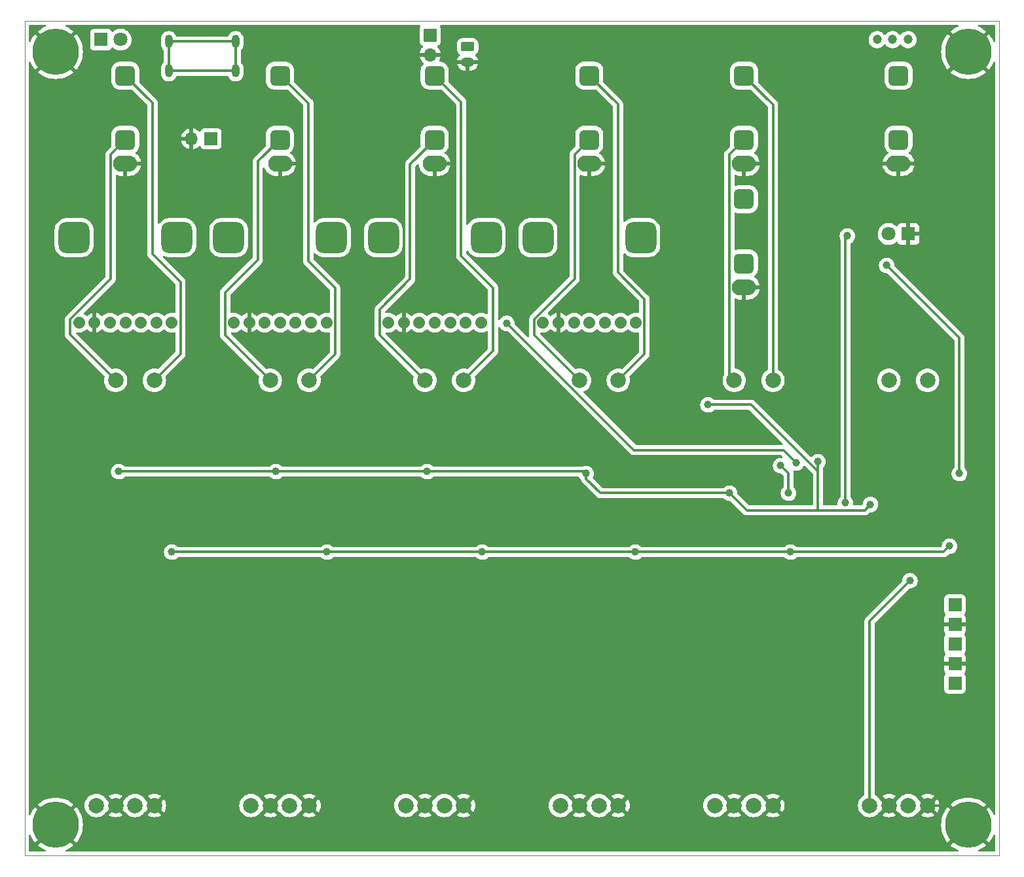
<source format=gbr>
G04 #@! TF.GenerationSoftware,KiCad,Pcbnew,(6.0.7)*
G04 #@! TF.CreationDate,2022-08-25T22:48:19+02:00*
G04 #@! TF.ProjectId,mixerli,6d697865-726c-4692-9e6b-696361645f70,rev?*
G04 #@! TF.SameCoordinates,Original*
G04 #@! TF.FileFunction,Copper,L1,Top*
G04 #@! TF.FilePolarity,Positive*
%FSLAX46Y46*%
G04 Gerber Fmt 4.6, Leading zero omitted, Abs format (unit mm)*
G04 Created by KiCad (PCBNEW (6.0.7)) date 2022-08-25 22:48:19*
%MOMM*%
%LPD*%
G01*
G04 APERTURE LIST*
G04 Aperture macros list*
%AMRoundRect*
0 Rectangle with rounded corners*
0 $1 Rounding radius*
0 $2 $3 $4 $5 $6 $7 $8 $9 X,Y pos of 4 corners*
0 Add a 4 corners polygon primitive as box body*
4,1,4,$2,$3,$4,$5,$6,$7,$8,$9,$2,$3,0*
0 Add four circle primitives for the rounded corners*
1,1,$1+$1,$2,$3*
1,1,$1+$1,$4,$5*
1,1,$1+$1,$6,$7*
1,1,$1+$1,$8,$9*
0 Add four rect primitives between the rounded corners*
20,1,$1+$1,$2,$3,$4,$5,0*
20,1,$1+$1,$4,$5,$6,$7,0*
20,1,$1+$1,$6,$7,$8,$9,0*
20,1,$1+$1,$8,$9,$2,$3,0*%
%AMFreePoly0*
4,1,30,0.174003,0.741867,0.334039,0.684881,0.477472,0.593856,0.597174,0.473315,0.687196,0.329249,0.743064,0.168820,0.762000,0.000000,0.761703,-0.021276,0.738060,-0.189502,0.677735,-0.348309,0.583726,-0.489804,0.460705,-0.606956,0.314786,-0.693941,0.153221,-0.746436,-0.015958,-0.761833,-0.184344,-0.739365,-0.343569,-0.680150,-0.485717,-0.587131,-0.603725,-0.464931,-0.691726,-0.319622,
-0.745348,-0.158429,-0.761926,0.010639,-0.740634,0.179178,-0.682532,0.338812,-0.590508,0.481606,-0.469134,0.600464,-0.324444,0.689478,-0.163628,0.744224,0.005320,0.761981,0.174003,0.741867,0.174003,0.741867,$1*%
G04 Aperture macros list end*
G04 #@! TA.AperFunction,Profile*
%ADD10C,0.100000*%
G04 #@! TD*
G04 #@! TA.AperFunction,ComponentPad*
%ADD11RoundRect,0.650000X-0.650000X-0.650000X0.650000X-0.650000X0.650000X0.650000X-0.650000X0.650000X0*%
G04 #@! TD*
G04 #@! TA.AperFunction,ComponentPad*
%ADD12O,3.100000X2.100000*%
G04 #@! TD*
G04 #@! TA.AperFunction,ComponentPad*
%ADD13C,2.000000*%
G04 #@! TD*
G04 #@! TA.AperFunction,ComponentPad*
%ADD14R,1.800000X1.800000*%
G04 #@! TD*
G04 #@! TA.AperFunction,ComponentPad*
%ADD15C,1.800000*%
G04 #@! TD*
G04 #@! TA.AperFunction,WasherPad*
%ADD16RoundRect,1.000000X-1.000000X-1.000000X1.000000X-1.000000X1.000000X1.000000X-1.000000X1.000000X0*%
G04 #@! TD*
G04 #@! TA.AperFunction,ComponentPad*
%ADD17FreePoly0,0.000000*%
G04 #@! TD*
G04 #@! TA.AperFunction,ComponentPad*
%ADD18R,1.700000X1.700000*%
G04 #@! TD*
G04 #@! TA.AperFunction,ComponentPad*
%ADD19O,1.700000X1.700000*%
G04 #@! TD*
G04 #@! TA.AperFunction,ComponentPad*
%ADD20C,6.000000*%
G04 #@! TD*
G04 #@! TA.AperFunction,ComponentPad*
%ADD21O,1.000000X1.700000*%
G04 #@! TD*
G04 #@! TA.AperFunction,ComponentPad*
%ADD22RoundRect,0.250000X-0.625000X0.350000X-0.625000X-0.350000X0.625000X-0.350000X0.625000X0.350000X0*%
G04 #@! TD*
G04 #@! TA.AperFunction,ComponentPad*
%ADD23O,1.750000X1.200000*%
G04 #@! TD*
G04 #@! TA.AperFunction,ComponentPad*
%ADD24C,1.200000*%
G04 #@! TD*
G04 #@! TA.AperFunction,ViaPad*
%ADD25C,1.000000*%
G04 #@! TD*
G04 #@! TA.AperFunction,Conductor*
%ADD26C,0.300000*%
G04 #@! TD*
G04 APERTURE END LIST*
D10*
X14000000Y-88000000D02*
X14000000Y-196000000D01*
X140000000Y-88000000D02*
X14000000Y-88000000D01*
X14000000Y-196000000D02*
X140000000Y-196000000D01*
X140000000Y-88000000D02*
X140000000Y-196000000D01*
D11*
X107000000Y-119380000D03*
D12*
X107000000Y-122480000D03*
D11*
X107000000Y-111080000D03*
X127000000Y-103380000D03*
D12*
X127000000Y-106480000D03*
D11*
X127000000Y-95080000D03*
D13*
X125750000Y-189500000D03*
X123250000Y-189500000D03*
X125750000Y-134500000D03*
X130750000Y-189500000D03*
X128250000Y-189500000D03*
X130750000Y-134500000D03*
D14*
X23855000Y-90422000D03*
D15*
X26395000Y-90422000D03*
D14*
X128254000Y-115568000D03*
D15*
X125714000Y-115568000D03*
D11*
X47000000Y-103380000D03*
D12*
X47000000Y-106480000D03*
D11*
X47000000Y-95080000D03*
X67000000Y-103380000D03*
D12*
X67000000Y-106480000D03*
D11*
X67000000Y-95080000D03*
X87000000Y-103380000D03*
D12*
X87000000Y-106480000D03*
D11*
X87000000Y-95080000D03*
X107000000Y-103380000D03*
D12*
X107000000Y-106480000D03*
D11*
X107000000Y-95080000D03*
D13*
X45750000Y-189500000D03*
X43250000Y-189500000D03*
X45750000Y-134500000D03*
X50750000Y-189500000D03*
X48250000Y-189500000D03*
X50750000Y-134500000D03*
X65750000Y-189500000D03*
X63250000Y-189500000D03*
X65750000Y-134500000D03*
X70750000Y-189500000D03*
X68250000Y-189500000D03*
X70750000Y-134500000D03*
X85750000Y-189500000D03*
X83250000Y-189500000D03*
X85750000Y-134500000D03*
X90750000Y-189500000D03*
X88250000Y-189500000D03*
X90750000Y-134500000D03*
X105750000Y-189500000D03*
X103250000Y-189500000D03*
X105750000Y-134500000D03*
X110750000Y-189500000D03*
X108250000Y-189500000D03*
X110750000Y-134500000D03*
D11*
X27000000Y-103380000D03*
D12*
X27000000Y-106480000D03*
D11*
X27000000Y-95080000D03*
D13*
X25750000Y-189500000D03*
X23250000Y-189500000D03*
X25750000Y-134500000D03*
X30750000Y-189500000D03*
X28250000Y-189500000D03*
X30750000Y-134500000D03*
D16*
X33670000Y-116034000D03*
D17*
X21020000Y-127034000D03*
X33020000Y-127034000D03*
D16*
X20370000Y-116034000D03*
D17*
X23020000Y-127034000D03*
X27020000Y-127034000D03*
X31020000Y-127034000D03*
X25020000Y-127034000D03*
X29020000Y-127034000D03*
D16*
X53670000Y-116034000D03*
X40370000Y-116034000D03*
D17*
X41020000Y-127034000D03*
X53020000Y-127034000D03*
X43020000Y-127034000D03*
X47020000Y-127034000D03*
X51020000Y-127034000D03*
X45020000Y-127034000D03*
X49020000Y-127034000D03*
D16*
X60370000Y-116034000D03*
X73670000Y-116034000D03*
D17*
X61020000Y-127034000D03*
X73020000Y-127034000D03*
X63020000Y-127034000D03*
X67020000Y-127034000D03*
X71020000Y-127034000D03*
X65020000Y-127034000D03*
X69020000Y-127034000D03*
X93020000Y-127034000D03*
D16*
X93670000Y-116034000D03*
D17*
X81020000Y-127034000D03*
D16*
X80370000Y-116034000D03*
D17*
X83020000Y-127034000D03*
X87020000Y-127034000D03*
X91020000Y-127034000D03*
X85020000Y-127034000D03*
X89020000Y-127034000D03*
D18*
X38084000Y-103249000D03*
D19*
X35544000Y-103249000D03*
D20*
X18000000Y-192000000D03*
X18000000Y-92000000D03*
X136000000Y-192000000D03*
X136000000Y-92000000D03*
D21*
X41261000Y-94476000D03*
X32621000Y-94476000D03*
X32621000Y-90676000D03*
X41261000Y-90676000D03*
D18*
X134284000Y-163534000D03*
X134284000Y-166074000D03*
X134284000Y-168614000D03*
X134284000Y-171154000D03*
X134284000Y-173694000D03*
X66420000Y-89834000D03*
D19*
X66420000Y-92374000D03*
D22*
X71270000Y-91334000D03*
D23*
X71270000Y-93334000D03*
D24*
X124222000Y-90422000D03*
X126222000Y-90422000D03*
X128222000Y-90422000D03*
D25*
X123682000Y-145540000D03*
X105140000Y-145032000D03*
X63738000Y-94232000D03*
X48820000Y-144034000D03*
X102346000Y-134618000D03*
X120126000Y-103122000D03*
X89820000Y-144234000D03*
X124514000Y-148842000D03*
X108696000Y-162812000D03*
X69020000Y-144034000D03*
X29020000Y-144234000D03*
X120126000Y-150366000D03*
X120380000Y-115822000D03*
X113776000Y-145190000D03*
X76320000Y-127134000D03*
X128461020Y-160425597D03*
X111744000Y-145540000D03*
X33004000Y-156716000D03*
X92948000Y-156716000D03*
X73136000Y-156716000D03*
X112760000Y-149096000D03*
X113014000Y-156716000D03*
X53070000Y-156716000D03*
X133588000Y-155954000D03*
X66024000Y-146302000D03*
X102346000Y-137666000D03*
X105140000Y-149096000D03*
X116570000Y-145032000D03*
X26146000Y-146302000D03*
X123354655Y-150565822D03*
X86598000Y-146556000D03*
X46466000Y-146302000D03*
X125460000Y-119632000D03*
X134858000Y-146556000D03*
D26*
X130750000Y-189500000D02*
X133500000Y-189500000D01*
X133500000Y-189500000D02*
X136000000Y-192000000D01*
X123182001Y-147510001D02*
X124014001Y-148342001D01*
X123682000Y-145540000D02*
X123182001Y-146039999D01*
X123182001Y-146039999D02*
X123182001Y-147510001D01*
X124014001Y-148342001D02*
X124514000Y-148842000D01*
X120126000Y-150366000D02*
X120126000Y-119632000D01*
X120126000Y-119632000D02*
X120126000Y-115822000D01*
X120126000Y-115822000D02*
X120380000Y-115822000D01*
X76320000Y-127134000D02*
X79570000Y-130318002D01*
X92767988Y-143515990D02*
X112101990Y-143515990D01*
X79570000Y-130318002D02*
X92767988Y-143515990D01*
X112101990Y-143515990D02*
X113776000Y-145190000D01*
X123250000Y-189500000D02*
X123250000Y-165636617D01*
X123250000Y-165636617D02*
X128461020Y-160425597D01*
X53070000Y-156716000D02*
X73136000Y-156716000D01*
X112760000Y-146556000D02*
X112760000Y-149096000D01*
X33004000Y-156716000D02*
X53070000Y-156716000D01*
X111744000Y-145540000D02*
X112760000Y-146556000D01*
X113014000Y-156716000D02*
X113776000Y-156716000D01*
X73136000Y-156716000D02*
X92948000Y-156716000D01*
X132826000Y-156716000D02*
X133588000Y-155954000D01*
X92948000Y-156716000D02*
X113776000Y-156716000D01*
X113776000Y-156716000D02*
X132826000Y-156716000D01*
X26146000Y-146302000D02*
X46466000Y-146302000D01*
X116570000Y-145032000D02*
X116570000Y-146810000D01*
X116570000Y-146302000D02*
X116570000Y-146810000D01*
X107934000Y-137666000D02*
X116570000Y-146302000D01*
X105140000Y-149096000D02*
X107360001Y-151316001D01*
X86598000Y-147263106D02*
X88430894Y-149096000D01*
X88430894Y-149096000D02*
X104432894Y-149096000D01*
X66024000Y-146302000D02*
X46466000Y-146302000D01*
X122604476Y-151316001D02*
X123354655Y-150565822D01*
X102346000Y-137666000D02*
X107934000Y-137666000D01*
X107360001Y-151316001D02*
X116570000Y-151316001D01*
X104432894Y-149096000D02*
X105140000Y-149096000D01*
X86598000Y-146302000D02*
X86598000Y-146556000D01*
X66024000Y-146302000D02*
X86598000Y-146302000D01*
X116570000Y-151316001D02*
X122604476Y-151316001D01*
X86598000Y-146556000D02*
X86598000Y-147263106D01*
X116570000Y-146810000D02*
X116570000Y-151316001D01*
X25100480Y-105279520D02*
X25100480Y-121381605D01*
X19846800Y-128596800D02*
X25750000Y-134500000D01*
X19846800Y-126635285D02*
X19846800Y-128596800D01*
X25100480Y-121381605D02*
X19846800Y-126635285D01*
X27000000Y-103380000D02*
X25100480Y-105279520D01*
X134858000Y-129030000D02*
X125460000Y-119632000D01*
X134858000Y-146556000D02*
X134858000Y-129030000D01*
X34131511Y-131118489D02*
X34131511Y-121775511D01*
X30750000Y-134500000D02*
X34131511Y-131118489D01*
X30514800Y-98594800D02*
X27000000Y-95080000D01*
X30514800Y-118158800D02*
X30514800Y-98594800D01*
X34131511Y-121775511D02*
X30514800Y-118158800D01*
X44129200Y-106170000D02*
X46919200Y-103380000D01*
X39908489Y-123141511D02*
X44129200Y-118920800D01*
X39908489Y-128658489D02*
X39908489Y-123141511D01*
X44129200Y-118920800D02*
X44129200Y-106170000D01*
X45750000Y-134500000D02*
X39908489Y-128658489D01*
X46919200Y-103380000D02*
X47000000Y-103380000D01*
X50682400Y-119124000D02*
X54131511Y-122573111D01*
X54131511Y-122573111D02*
X54131511Y-131118489D01*
X47000000Y-95080000D02*
X47110800Y-95080000D01*
X50682400Y-98651600D02*
X50682400Y-119124000D01*
X54131511Y-131118489D02*
X50750000Y-134500000D01*
X47110800Y-95080000D02*
X50682400Y-98651600D01*
X59908489Y-128658489D02*
X65750000Y-134500000D01*
X67000000Y-103380000D02*
X63839600Y-106540400D01*
X63839600Y-106540400D02*
X63839600Y-121410000D01*
X63839600Y-121410000D02*
X59908489Y-125341111D01*
X59908489Y-125341111D02*
X59908489Y-128658489D01*
X70443600Y-98523600D02*
X70443600Y-118412800D01*
X70443600Y-118412800D02*
X74558400Y-122527600D01*
X74558400Y-130691600D02*
X70750000Y-134500000D01*
X74558400Y-122527600D02*
X74558400Y-130691600D01*
X67000000Y-95080000D02*
X70443600Y-98523600D01*
X85100480Y-105279520D02*
X85100480Y-121381605D01*
X79892400Y-128642400D02*
X85750000Y-134500000D01*
X79892400Y-126589685D02*
X79892400Y-128642400D01*
X87000000Y-103380000D02*
X85100480Y-105279520D01*
X85100480Y-121381605D02*
X79892400Y-126589685D01*
X94131511Y-131118489D02*
X90750000Y-134500000D01*
X90712800Y-120546400D02*
X94131511Y-123965111D01*
X87000000Y-95080000D02*
X90712800Y-98792800D01*
X90712800Y-98792800D02*
X90712800Y-120546400D01*
X94131511Y-123965111D02*
X94131511Y-131118489D01*
X105100480Y-105279520D02*
X105100480Y-133850480D01*
X105100480Y-133850480D02*
X105750000Y-134500000D01*
X107000000Y-103380000D02*
X105100480Y-105279520D01*
X110750000Y-98830000D02*
X110750000Y-134500000D01*
X107000000Y-95080000D02*
X110750000Y-98830000D01*
X41261000Y-94476000D02*
X32621000Y-94476000D01*
X32621000Y-94476000D02*
X32621000Y-90676000D01*
X32621000Y-90676000D02*
X41261000Y-90676000D01*
X41261000Y-90676000D02*
X41261000Y-94476000D01*
G04 #@! TA.AperFunction,Conductor*
G36*
X16695133Y-88528502D02*
G01*
X16741626Y-88582158D01*
X16751730Y-88652432D01*
X16722236Y-88717012D01*
X16672167Y-88752131D01*
X16574286Y-88789704D01*
X16568275Y-88792380D01*
X16246532Y-88956317D01*
X16240823Y-88959613D01*
X15937984Y-89156279D01*
X15932662Y-89160146D01*
X15718366Y-89333678D01*
X15709900Y-89345933D01*
X15716234Y-89357024D01*
X17987188Y-91627978D01*
X18001132Y-91635592D01*
X18002965Y-91635461D01*
X18009580Y-91631210D01*
X20282900Y-89357890D01*
X20290040Y-89344814D01*
X20282582Y-89334446D01*
X20067338Y-89160146D01*
X20062016Y-89156279D01*
X19759177Y-88959613D01*
X19753468Y-88956317D01*
X19431725Y-88792380D01*
X19425714Y-88789704D01*
X19327833Y-88752131D01*
X19271405Y-88709045D01*
X19247229Y-88642292D01*
X19262980Y-88573064D01*
X19313658Y-88523342D01*
X19372988Y-88508500D01*
X65038967Y-88508500D01*
X65107088Y-88528502D01*
X65153581Y-88582158D01*
X65163685Y-88652432D01*
X65139794Y-88710063D01*
X65119385Y-88737295D01*
X65068255Y-88873684D01*
X65061500Y-88935866D01*
X65061500Y-90732134D01*
X65068255Y-90794316D01*
X65119385Y-90930705D01*
X65206739Y-91047261D01*
X65323295Y-91134615D01*
X65331704Y-91137767D01*
X65331705Y-91137768D01*
X65440960Y-91178726D01*
X65497725Y-91221367D01*
X65522425Y-91287929D01*
X65507218Y-91357278D01*
X65487825Y-91383759D01*
X65364590Y-91512717D01*
X65358104Y-91520727D01*
X65238098Y-91696649D01*
X65233000Y-91705623D01*
X65143338Y-91898783D01*
X65139775Y-91908470D01*
X65084389Y-92108183D01*
X65085912Y-92116607D01*
X65098292Y-92120000D01*
X67738344Y-92120000D01*
X67751875Y-92116027D01*
X67753180Y-92106947D01*
X67711214Y-91939875D01*
X67707894Y-91930124D01*
X67622972Y-91734814D01*
X67622750Y-91734400D01*
X69886500Y-91734400D01*
X69886837Y-91737646D01*
X69886837Y-91737650D01*
X69896753Y-91833216D01*
X69897474Y-91840166D01*
X69899655Y-91846702D01*
X69899655Y-91846704D01*
X69901097Y-91851025D01*
X69953450Y-92007946D01*
X70046522Y-92158348D01*
X70171697Y-92283305D01*
X70177929Y-92287147D01*
X70177931Y-92287148D01*
X70223690Y-92315355D01*
X70271183Y-92368127D01*
X70282605Y-92438199D01*
X70254331Y-92503323D01*
X70235403Y-92521702D01*
X70232144Y-92524262D01*
X70223494Y-92532499D01*
X70092788Y-92683123D01*
X70085853Y-92692847D01*
X69985990Y-92865467D01*
X69981016Y-92876331D01*
X69915593Y-93064727D01*
X69915352Y-93065716D01*
X69916820Y-93076008D01*
X69930385Y-93080000D01*
X72605402Y-93080000D01*
X72618933Y-93076027D01*
X72620288Y-93066601D01*
X72598806Y-92977463D01*
X72594917Y-92966168D01*
X72512371Y-92784618D01*
X72506424Y-92774276D01*
X72391032Y-92611603D01*
X72383239Y-92602575D01*
X72292243Y-92515465D01*
X72256867Y-92453910D01*
X72260386Y-92383000D01*
X72301683Y-92325250D01*
X72313053Y-92317315D01*
X72369348Y-92282478D01*
X72494305Y-92157303D01*
X72517299Y-92120000D01*
X72583275Y-92012968D01*
X72583276Y-92012966D01*
X72587115Y-92006738D01*
X72588255Y-92003301D01*
X132487359Y-92003301D01*
X132506257Y-92363896D01*
X132506945Y-92370440D01*
X132563433Y-92727099D01*
X132564802Y-92733537D01*
X132658260Y-93082328D01*
X132660300Y-93088605D01*
X132789704Y-93425714D01*
X132792380Y-93431725D01*
X132956317Y-93753468D01*
X132959613Y-93759177D01*
X133156279Y-94062016D01*
X133160146Y-94067338D01*
X133333678Y-94281634D01*
X133345933Y-94290100D01*
X133357024Y-94283766D01*
X135627978Y-92012812D01*
X135635592Y-91998868D01*
X135635461Y-91997035D01*
X135631210Y-91990420D01*
X133357890Y-89717100D01*
X133344814Y-89709960D01*
X133334446Y-89717418D01*
X133160146Y-89932662D01*
X133156279Y-89937984D01*
X132959613Y-90240823D01*
X132956317Y-90246532D01*
X132792380Y-90568275D01*
X132789704Y-90574286D01*
X132660300Y-90911395D01*
X132658260Y-90917672D01*
X132564802Y-91266463D01*
X132563433Y-91272901D01*
X132506945Y-91629560D01*
X132506257Y-91636104D01*
X132487359Y-91996699D01*
X132487359Y-92003301D01*
X72588255Y-92003301D01*
X72622922Y-91898783D01*
X72640632Y-91845389D01*
X72640632Y-91845387D01*
X72642797Y-91838861D01*
X72643692Y-91830131D01*
X72649098Y-91777364D01*
X72653500Y-91734400D01*
X72653500Y-90933600D01*
X72652327Y-90922297D01*
X72643238Y-90834692D01*
X72643237Y-90834688D01*
X72642526Y-90827834D01*
X72631344Y-90794316D01*
X72588868Y-90667002D01*
X72586550Y-90660054D01*
X72493478Y-90509652D01*
X72376481Y-90392859D01*
X123109132Y-90392859D01*
X123122457Y-90596151D01*
X123172605Y-90793610D01*
X123257898Y-90978624D01*
X123375479Y-91144997D01*
X123521410Y-91287157D01*
X123526206Y-91290362D01*
X123526209Y-91290364D01*
X123593648Y-91335425D01*
X123690803Y-91400342D01*
X123696106Y-91402620D01*
X123696109Y-91402622D01*
X123872680Y-91478483D01*
X123877987Y-91480763D01*
X123950817Y-91497243D01*
X124071055Y-91524450D01*
X124071060Y-91524451D01*
X124076692Y-91525725D01*
X124082463Y-91525952D01*
X124082465Y-91525952D01*
X124145470Y-91528427D01*
X124280263Y-91533723D01*
X124481883Y-91504490D01*
X124487347Y-91502635D01*
X124487352Y-91502634D01*
X124669327Y-91440862D01*
X124669332Y-91440860D01*
X124674799Y-91439004D01*
X124686742Y-91432316D01*
X124797775Y-91370134D01*
X124852551Y-91339458D01*
X125009186Y-91209186D01*
X125126733Y-91067851D01*
X125185670Y-91028267D01*
X125256652Y-91026831D01*
X125317143Y-91063998D01*
X125326503Y-91075699D01*
X125370369Y-91137767D01*
X125375479Y-91144997D01*
X125521410Y-91287157D01*
X125526206Y-91290362D01*
X125526209Y-91290364D01*
X125593648Y-91335425D01*
X125690803Y-91400342D01*
X125696106Y-91402620D01*
X125696109Y-91402622D01*
X125872680Y-91478483D01*
X125877987Y-91480763D01*
X125950817Y-91497243D01*
X126071055Y-91524450D01*
X126071060Y-91524451D01*
X126076692Y-91525725D01*
X126082463Y-91525952D01*
X126082465Y-91525952D01*
X126145470Y-91528427D01*
X126280263Y-91533723D01*
X126481883Y-91504490D01*
X126487347Y-91502635D01*
X126487352Y-91502634D01*
X126669327Y-91440862D01*
X126669332Y-91440860D01*
X126674799Y-91439004D01*
X126686742Y-91432316D01*
X126797775Y-91370134D01*
X126852551Y-91339458D01*
X127009186Y-91209186D01*
X127126733Y-91067851D01*
X127185670Y-91028267D01*
X127256652Y-91026831D01*
X127317143Y-91063998D01*
X127326503Y-91075699D01*
X127370369Y-91137767D01*
X127375479Y-91144997D01*
X127521410Y-91287157D01*
X127526206Y-91290362D01*
X127526209Y-91290364D01*
X127593648Y-91335425D01*
X127690803Y-91400342D01*
X127696106Y-91402620D01*
X127696109Y-91402622D01*
X127872680Y-91478483D01*
X127877987Y-91480763D01*
X127950817Y-91497243D01*
X128071055Y-91524450D01*
X128071060Y-91524451D01*
X128076692Y-91525725D01*
X128082463Y-91525952D01*
X128082465Y-91525952D01*
X128145470Y-91528427D01*
X128280263Y-91533723D01*
X128481883Y-91504490D01*
X128487347Y-91502635D01*
X128487352Y-91502634D01*
X128669327Y-91440862D01*
X128669332Y-91440860D01*
X128674799Y-91439004D01*
X128686742Y-91432316D01*
X128797775Y-91370134D01*
X128852551Y-91339458D01*
X129009186Y-91209186D01*
X129139458Y-91052551D01*
X129239004Y-90874799D01*
X129252182Y-90835978D01*
X129302634Y-90687352D01*
X129302635Y-90687347D01*
X129304490Y-90681883D01*
X129333723Y-90480263D01*
X129335249Y-90422000D01*
X129318602Y-90240823D01*
X129317137Y-90224880D01*
X129317136Y-90224877D01*
X129316608Y-90219126D01*
X129306991Y-90185026D01*
X129262875Y-90028606D01*
X129262874Y-90028604D01*
X129261307Y-90023047D01*
X129258116Y-90016575D01*
X129173756Y-89845510D01*
X129171201Y-89840329D01*
X129155603Y-89819440D01*
X129052758Y-89681715D01*
X129052758Y-89681714D01*
X129049305Y-89677091D01*
X128899703Y-89538800D01*
X128815814Y-89485870D01*
X128732288Y-89433169D01*
X128732283Y-89433167D01*
X128727404Y-89430088D01*
X128538180Y-89354595D01*
X128338366Y-89314849D01*
X128332592Y-89314773D01*
X128332588Y-89314773D01*
X128229452Y-89313424D01*
X128134655Y-89312183D01*
X128128958Y-89313162D01*
X128128957Y-89313162D01*
X127939567Y-89345705D01*
X127933870Y-89346684D01*
X127742734Y-89417198D01*
X127737773Y-89420150D01*
X127737772Y-89420150D01*
X127641741Y-89477283D01*
X127567649Y-89521363D01*
X127414478Y-89655690D01*
X127320395Y-89775034D01*
X127262515Y-89816146D01*
X127191595Y-89819440D01*
X127130152Y-89783869D01*
X127120488Y-89772416D01*
X127052758Y-89681715D01*
X127052758Y-89681714D01*
X127049305Y-89677091D01*
X126899703Y-89538800D01*
X126815814Y-89485870D01*
X126732288Y-89433169D01*
X126732283Y-89433167D01*
X126727404Y-89430088D01*
X126538180Y-89354595D01*
X126338366Y-89314849D01*
X126332592Y-89314773D01*
X126332588Y-89314773D01*
X126229452Y-89313424D01*
X126134655Y-89312183D01*
X126128958Y-89313162D01*
X126128957Y-89313162D01*
X125939567Y-89345705D01*
X125933870Y-89346684D01*
X125742734Y-89417198D01*
X125737773Y-89420150D01*
X125737772Y-89420150D01*
X125641741Y-89477283D01*
X125567649Y-89521363D01*
X125414478Y-89655690D01*
X125320395Y-89775034D01*
X125262515Y-89816146D01*
X125191595Y-89819440D01*
X125130152Y-89783869D01*
X125120488Y-89772416D01*
X125052758Y-89681715D01*
X125052758Y-89681714D01*
X125049305Y-89677091D01*
X124899703Y-89538800D01*
X124815814Y-89485870D01*
X124732288Y-89433169D01*
X124732283Y-89433167D01*
X124727404Y-89430088D01*
X124538180Y-89354595D01*
X124338366Y-89314849D01*
X124332592Y-89314773D01*
X124332588Y-89314773D01*
X124229452Y-89313424D01*
X124134655Y-89312183D01*
X124128958Y-89313162D01*
X124128957Y-89313162D01*
X123939567Y-89345705D01*
X123933870Y-89346684D01*
X123742734Y-89417198D01*
X123737773Y-89420150D01*
X123737772Y-89420150D01*
X123641741Y-89477283D01*
X123567649Y-89521363D01*
X123414478Y-89655690D01*
X123410911Y-89660215D01*
X123410906Y-89660220D01*
X123340293Y-89749793D01*
X123288351Y-89815681D01*
X123193492Y-89995978D01*
X123133078Y-90190543D01*
X123109132Y-90392859D01*
X72376481Y-90392859D01*
X72368303Y-90384695D01*
X72362072Y-90380854D01*
X72223968Y-90295725D01*
X72223966Y-90295724D01*
X72217738Y-90291885D01*
X72137995Y-90265436D01*
X72056389Y-90238368D01*
X72056387Y-90238368D01*
X72049861Y-90236203D01*
X72043025Y-90235503D01*
X72043022Y-90235502D01*
X71999969Y-90231091D01*
X71945400Y-90225500D01*
X70594600Y-90225500D01*
X70591354Y-90225837D01*
X70591350Y-90225837D01*
X70495692Y-90235762D01*
X70495688Y-90235763D01*
X70488834Y-90236474D01*
X70482298Y-90238655D01*
X70482296Y-90238655D01*
X70380099Y-90272751D01*
X70321054Y-90292450D01*
X70170652Y-90385522D01*
X70045695Y-90510697D01*
X70041855Y-90516927D01*
X70041854Y-90516928D01*
X69996576Y-90590383D01*
X69952885Y-90661262D01*
X69897203Y-90829139D01*
X69886500Y-90933600D01*
X69886500Y-91734400D01*
X67622750Y-91734400D01*
X67618105Y-91725739D01*
X67502426Y-91546926D01*
X67496136Y-91538757D01*
X67352293Y-91380677D01*
X67321241Y-91316831D01*
X67329635Y-91246333D01*
X67374812Y-91191564D01*
X67401256Y-91177895D01*
X67481102Y-91147962D01*
X67516705Y-91134615D01*
X67633261Y-91047261D01*
X67720615Y-90930705D01*
X67771745Y-90794316D01*
X67778500Y-90732134D01*
X67778500Y-88935866D01*
X67771745Y-88873684D01*
X67720615Y-88737295D01*
X67700206Y-88710063D01*
X67675359Y-88643559D01*
X67690412Y-88574177D01*
X67740586Y-88523946D01*
X67801033Y-88508500D01*
X134627012Y-88508500D01*
X134695133Y-88528502D01*
X134741626Y-88582158D01*
X134751730Y-88652432D01*
X134722236Y-88717012D01*
X134672167Y-88752131D01*
X134574286Y-88789704D01*
X134568275Y-88792380D01*
X134246532Y-88956317D01*
X134240823Y-88959613D01*
X133937984Y-89156279D01*
X133932662Y-89160146D01*
X133718366Y-89333678D01*
X133709900Y-89345933D01*
X133716234Y-89357024D01*
X135987188Y-91627978D01*
X136001132Y-91635592D01*
X136002965Y-91635461D01*
X136009580Y-91631210D01*
X138282900Y-89357890D01*
X138290040Y-89344814D01*
X138282582Y-89334446D01*
X138067338Y-89160146D01*
X138062016Y-89156279D01*
X137759177Y-88959613D01*
X137753468Y-88956317D01*
X137431725Y-88792380D01*
X137425714Y-88789704D01*
X137327833Y-88752131D01*
X137271405Y-88709045D01*
X137247229Y-88642292D01*
X137262980Y-88573064D01*
X137313658Y-88523342D01*
X137372988Y-88508500D01*
X139365500Y-88508500D01*
X139433621Y-88528502D01*
X139480114Y-88582158D01*
X139491500Y-88634500D01*
X139491500Y-90627012D01*
X139471498Y-90695133D01*
X139417842Y-90741626D01*
X139347568Y-90751730D01*
X139282988Y-90722236D01*
X139247869Y-90672167D01*
X139210296Y-90574286D01*
X139207620Y-90568275D01*
X139043683Y-90246532D01*
X139040387Y-90240823D01*
X138843721Y-89937984D01*
X138839854Y-89932662D01*
X138666322Y-89718366D01*
X138654067Y-89709900D01*
X138642976Y-89716234D01*
X136372022Y-91987188D01*
X136364408Y-92001132D01*
X136364539Y-92002965D01*
X136368790Y-92009580D01*
X138642110Y-94282900D01*
X138655186Y-94290040D01*
X138665554Y-94282582D01*
X138839854Y-94067338D01*
X138843721Y-94062016D01*
X139040387Y-93759177D01*
X139043683Y-93753468D01*
X139207620Y-93431725D01*
X139210296Y-93425714D01*
X139247869Y-93327833D01*
X139290955Y-93271405D01*
X139357708Y-93247229D01*
X139426936Y-93262980D01*
X139476658Y-93313658D01*
X139491500Y-93372988D01*
X139491500Y-190627012D01*
X139471498Y-190695133D01*
X139417842Y-190741626D01*
X139347568Y-190751730D01*
X139282988Y-190722236D01*
X139247869Y-190672167D01*
X139210296Y-190574286D01*
X139207620Y-190568275D01*
X139043683Y-190246532D01*
X139040387Y-190240823D01*
X138843721Y-189937984D01*
X138839854Y-189932662D01*
X138666322Y-189718366D01*
X138654067Y-189709900D01*
X138642976Y-189716234D01*
X136372022Y-191987188D01*
X136364408Y-192001132D01*
X136364539Y-192002965D01*
X136368790Y-192009580D01*
X138642110Y-194282900D01*
X138655186Y-194290040D01*
X138665554Y-194282582D01*
X138839854Y-194067338D01*
X138843721Y-194062016D01*
X139040387Y-193759177D01*
X139043683Y-193753468D01*
X139207620Y-193431725D01*
X139210296Y-193425714D01*
X139247869Y-193327833D01*
X139290955Y-193271405D01*
X139357708Y-193247229D01*
X139426936Y-193262980D01*
X139476658Y-193313658D01*
X139491500Y-193372988D01*
X139491500Y-195365500D01*
X139471498Y-195433621D01*
X139417842Y-195480114D01*
X139365500Y-195491500D01*
X137372988Y-195491500D01*
X137304867Y-195471498D01*
X137258374Y-195417842D01*
X137248270Y-195347568D01*
X137277764Y-195282988D01*
X137327833Y-195247869D01*
X137425714Y-195210296D01*
X137431725Y-195207620D01*
X137753468Y-195043683D01*
X137759177Y-195040387D01*
X138062016Y-194843721D01*
X138067338Y-194839854D01*
X138281634Y-194666322D01*
X138290100Y-194654067D01*
X138283766Y-194642976D01*
X136012812Y-192372022D01*
X135998868Y-192364408D01*
X135997035Y-192364539D01*
X135990420Y-192368790D01*
X133717100Y-194642110D01*
X133709960Y-194655186D01*
X133717418Y-194665554D01*
X133932662Y-194839854D01*
X133937984Y-194843721D01*
X134240823Y-195040387D01*
X134246532Y-195043683D01*
X134568275Y-195207620D01*
X134574286Y-195210296D01*
X134672167Y-195247869D01*
X134728595Y-195290955D01*
X134752771Y-195357708D01*
X134737020Y-195426936D01*
X134686342Y-195476658D01*
X134627012Y-195491500D01*
X19372988Y-195491500D01*
X19304867Y-195471498D01*
X19258374Y-195417842D01*
X19248270Y-195347568D01*
X19277764Y-195282988D01*
X19327833Y-195247869D01*
X19425714Y-195210296D01*
X19431725Y-195207620D01*
X19753468Y-195043683D01*
X19759177Y-195040387D01*
X20062016Y-194843721D01*
X20067338Y-194839854D01*
X20281634Y-194666322D01*
X20290100Y-194654067D01*
X20283766Y-194642976D01*
X18012812Y-192372022D01*
X17998868Y-192364408D01*
X17997035Y-192364539D01*
X17990420Y-192368790D01*
X15717100Y-194642110D01*
X15709960Y-194655186D01*
X15717418Y-194665554D01*
X15932662Y-194839854D01*
X15937984Y-194843721D01*
X16240823Y-195040387D01*
X16246532Y-195043683D01*
X16568275Y-195207620D01*
X16574286Y-195210296D01*
X16672167Y-195247869D01*
X16728595Y-195290955D01*
X16752771Y-195357708D01*
X16737020Y-195426936D01*
X16686342Y-195476658D01*
X16627012Y-195491500D01*
X14634500Y-195491500D01*
X14566379Y-195471498D01*
X14519886Y-195417842D01*
X14508500Y-195365500D01*
X14508500Y-193372988D01*
X14528502Y-193304867D01*
X14582158Y-193258374D01*
X14652432Y-193248270D01*
X14717012Y-193277764D01*
X14752131Y-193327833D01*
X14789704Y-193425714D01*
X14792380Y-193431725D01*
X14956317Y-193753468D01*
X14959613Y-193759177D01*
X15156279Y-194062016D01*
X15160146Y-194067338D01*
X15333678Y-194281634D01*
X15345933Y-194290100D01*
X15357024Y-194283766D01*
X17627978Y-192012812D01*
X17634356Y-192001132D01*
X18364408Y-192001132D01*
X18364539Y-192002965D01*
X18368790Y-192009580D01*
X20642110Y-194282900D01*
X20655186Y-194290040D01*
X20665554Y-194282582D01*
X20839854Y-194067338D01*
X20843721Y-194062016D01*
X21040387Y-193759177D01*
X21043683Y-193753468D01*
X21207620Y-193431725D01*
X21210296Y-193425714D01*
X21339700Y-193088605D01*
X21341740Y-193082328D01*
X21435198Y-192733537D01*
X21436567Y-192727099D01*
X21493055Y-192370440D01*
X21493743Y-192363896D01*
X21512641Y-192003301D01*
X132487359Y-192003301D01*
X132506257Y-192363896D01*
X132506945Y-192370440D01*
X132563433Y-192727099D01*
X132564802Y-192733537D01*
X132658260Y-193082328D01*
X132660300Y-193088605D01*
X132789704Y-193425714D01*
X132792380Y-193431725D01*
X132956317Y-193753468D01*
X132959613Y-193759177D01*
X133156279Y-194062016D01*
X133160146Y-194067338D01*
X133333678Y-194281634D01*
X133345933Y-194290100D01*
X133357024Y-194283766D01*
X135627978Y-192012812D01*
X135635592Y-191998868D01*
X135635461Y-191997035D01*
X135631210Y-191990420D01*
X133357890Y-189717100D01*
X133344814Y-189709960D01*
X133334446Y-189717418D01*
X133160146Y-189932662D01*
X133156279Y-189937984D01*
X132959613Y-190240823D01*
X132956317Y-190246532D01*
X132792380Y-190568275D01*
X132789704Y-190574286D01*
X132660300Y-190911395D01*
X132658260Y-190917672D01*
X132564802Y-191266463D01*
X132563433Y-191272901D01*
X132506945Y-191629560D01*
X132506257Y-191636104D01*
X132487359Y-191996699D01*
X132487359Y-192003301D01*
X21512641Y-192003301D01*
X21512641Y-191996699D01*
X21493743Y-191636104D01*
X21493055Y-191629560D01*
X21436567Y-191272901D01*
X21435198Y-191266463D01*
X21341740Y-190917672D01*
X21339700Y-190911395D01*
X21210296Y-190574286D01*
X21207620Y-190568275D01*
X21043683Y-190246532D01*
X21040387Y-190240823D01*
X20843721Y-189937984D01*
X20839854Y-189932662D01*
X20666322Y-189718366D01*
X20654067Y-189709900D01*
X20642976Y-189716234D01*
X18372022Y-191987188D01*
X18364408Y-192001132D01*
X17634356Y-192001132D01*
X17635592Y-191998868D01*
X17635461Y-191997035D01*
X17631210Y-191990420D01*
X15357890Y-189717100D01*
X15344814Y-189709960D01*
X15334446Y-189717418D01*
X15160146Y-189932662D01*
X15156279Y-189937984D01*
X14959613Y-190240823D01*
X14956317Y-190246532D01*
X14792380Y-190568275D01*
X14789704Y-190574286D01*
X14752131Y-190672167D01*
X14709045Y-190728595D01*
X14642292Y-190752771D01*
X14573064Y-190737020D01*
X14523342Y-190686342D01*
X14508500Y-190627012D01*
X14508500Y-189345933D01*
X15709900Y-189345933D01*
X15716234Y-189357024D01*
X17987188Y-191627978D01*
X18001132Y-191635592D01*
X18002965Y-191635461D01*
X18009580Y-191631210D01*
X20140790Y-189500000D01*
X21736835Y-189500000D01*
X21755465Y-189736711D01*
X21810895Y-189967594D01*
X21812788Y-189972165D01*
X21812789Y-189972167D01*
X21899772Y-190182163D01*
X21901760Y-190186963D01*
X21904346Y-190191183D01*
X22023241Y-190385202D01*
X22023245Y-190385208D01*
X22025824Y-190389416D01*
X22180031Y-190569969D01*
X22183787Y-190573177D01*
X22204618Y-190590968D01*
X22360584Y-190724176D01*
X22364792Y-190726755D01*
X22364798Y-190726759D01*
X22558084Y-190845205D01*
X22563037Y-190848240D01*
X22567607Y-190850133D01*
X22567611Y-190850135D01*
X22777833Y-190937211D01*
X22782406Y-190939105D01*
X22862609Y-190958360D01*
X23008476Y-190993380D01*
X23008482Y-190993381D01*
X23013289Y-190994535D01*
X23250000Y-191013165D01*
X23486711Y-190994535D01*
X23491518Y-190993381D01*
X23491524Y-190993380D01*
X23637391Y-190958360D01*
X23717594Y-190939105D01*
X23722167Y-190937211D01*
X23932389Y-190850135D01*
X23932393Y-190850133D01*
X23936963Y-190848240D01*
X23941916Y-190845205D01*
X24125556Y-190732670D01*
X24882160Y-190732670D01*
X24887887Y-190740320D01*
X25059042Y-190845205D01*
X25067837Y-190849687D01*
X25277988Y-190936734D01*
X25287373Y-190939783D01*
X25508554Y-190992885D01*
X25518301Y-190994428D01*
X25745070Y-191012275D01*
X25754930Y-191012275D01*
X25981699Y-190994428D01*
X25991446Y-190992885D01*
X26212627Y-190939783D01*
X26222012Y-190936734D01*
X26432163Y-190849687D01*
X26440958Y-190845205D01*
X26608445Y-190742568D01*
X26617907Y-190732110D01*
X26614124Y-190723334D01*
X25762812Y-189872022D01*
X25748868Y-189864408D01*
X25747035Y-189864539D01*
X25740420Y-189868790D01*
X24888920Y-190720290D01*
X24882160Y-190732670D01*
X24125556Y-190732670D01*
X24135202Y-190726759D01*
X24135208Y-190726755D01*
X24139416Y-190724176D01*
X24295382Y-190590968D01*
X24316213Y-190573177D01*
X24319969Y-190569969D01*
X24458753Y-190407474D01*
X24504686Y-190373598D01*
X24526668Y-190364122D01*
X25377978Y-189512812D01*
X25384356Y-189501132D01*
X26114408Y-189501132D01*
X26114539Y-189502965D01*
X26118790Y-189509580D01*
X26970290Y-190361080D01*
X27008648Y-190382026D01*
X27044072Y-190410782D01*
X27180031Y-190569969D01*
X27183787Y-190573177D01*
X27204618Y-190590968D01*
X27360584Y-190724176D01*
X27364792Y-190726755D01*
X27364798Y-190726759D01*
X27558084Y-190845205D01*
X27563037Y-190848240D01*
X27567607Y-190850133D01*
X27567611Y-190850135D01*
X27777833Y-190937211D01*
X27782406Y-190939105D01*
X27862609Y-190958360D01*
X28008476Y-190993380D01*
X28008482Y-190993381D01*
X28013289Y-190994535D01*
X28250000Y-191013165D01*
X28486711Y-190994535D01*
X28491518Y-190993381D01*
X28491524Y-190993380D01*
X28637391Y-190958360D01*
X28717594Y-190939105D01*
X28722167Y-190937211D01*
X28932389Y-190850135D01*
X28932393Y-190850133D01*
X28936963Y-190848240D01*
X28941916Y-190845205D01*
X29125556Y-190732670D01*
X29882160Y-190732670D01*
X29887887Y-190740320D01*
X30059042Y-190845205D01*
X30067837Y-190849687D01*
X30277988Y-190936734D01*
X30287373Y-190939783D01*
X30508554Y-190992885D01*
X30518301Y-190994428D01*
X30745070Y-191012275D01*
X30754930Y-191012275D01*
X30981699Y-190994428D01*
X30991446Y-190992885D01*
X31212627Y-190939783D01*
X31222012Y-190936734D01*
X31432163Y-190849687D01*
X31440958Y-190845205D01*
X31608445Y-190742568D01*
X31617907Y-190732110D01*
X31614124Y-190723334D01*
X30762812Y-189872022D01*
X30748868Y-189864408D01*
X30747035Y-189864539D01*
X30740420Y-189868790D01*
X29888920Y-190720290D01*
X29882160Y-190732670D01*
X29125556Y-190732670D01*
X29135202Y-190726759D01*
X29135208Y-190726755D01*
X29139416Y-190724176D01*
X29295382Y-190590968D01*
X29316213Y-190573177D01*
X29319969Y-190569969D01*
X29458753Y-190407474D01*
X29504686Y-190373598D01*
X29526668Y-190364122D01*
X30377978Y-189512812D01*
X30384356Y-189501132D01*
X31114408Y-189501132D01*
X31114539Y-189502965D01*
X31118790Y-189509580D01*
X31970290Y-190361080D01*
X31982670Y-190367840D01*
X31990320Y-190362113D01*
X32095205Y-190190958D01*
X32099687Y-190182163D01*
X32186734Y-189972012D01*
X32189783Y-189962627D01*
X32242885Y-189741446D01*
X32244428Y-189731699D01*
X32262275Y-189504930D01*
X32262275Y-189500000D01*
X41736835Y-189500000D01*
X41755465Y-189736711D01*
X41810895Y-189967594D01*
X41812788Y-189972165D01*
X41812789Y-189972167D01*
X41899772Y-190182163D01*
X41901760Y-190186963D01*
X41904346Y-190191183D01*
X42023241Y-190385202D01*
X42023245Y-190385208D01*
X42025824Y-190389416D01*
X42180031Y-190569969D01*
X42183787Y-190573177D01*
X42204618Y-190590968D01*
X42360584Y-190724176D01*
X42364792Y-190726755D01*
X42364798Y-190726759D01*
X42558084Y-190845205D01*
X42563037Y-190848240D01*
X42567607Y-190850133D01*
X42567611Y-190850135D01*
X42777833Y-190937211D01*
X42782406Y-190939105D01*
X42862609Y-190958360D01*
X43008476Y-190993380D01*
X43008482Y-190993381D01*
X43013289Y-190994535D01*
X43250000Y-191013165D01*
X43486711Y-190994535D01*
X43491518Y-190993381D01*
X43491524Y-190993380D01*
X43637391Y-190958360D01*
X43717594Y-190939105D01*
X43722167Y-190937211D01*
X43932389Y-190850135D01*
X43932393Y-190850133D01*
X43936963Y-190848240D01*
X43941916Y-190845205D01*
X44125556Y-190732670D01*
X44882160Y-190732670D01*
X44887887Y-190740320D01*
X45059042Y-190845205D01*
X45067837Y-190849687D01*
X45277988Y-190936734D01*
X45287373Y-190939783D01*
X45508554Y-190992885D01*
X45518301Y-190994428D01*
X45745070Y-191012275D01*
X45754930Y-191012275D01*
X45981699Y-190994428D01*
X45991446Y-190992885D01*
X46212627Y-190939783D01*
X46222012Y-190936734D01*
X46432163Y-190849687D01*
X46440958Y-190845205D01*
X46608445Y-190742568D01*
X46617907Y-190732110D01*
X46614124Y-190723334D01*
X45762812Y-189872022D01*
X45748868Y-189864408D01*
X45747035Y-189864539D01*
X45740420Y-189868790D01*
X44888920Y-190720290D01*
X44882160Y-190732670D01*
X44125556Y-190732670D01*
X44135202Y-190726759D01*
X44135208Y-190726755D01*
X44139416Y-190724176D01*
X44295382Y-190590968D01*
X44316213Y-190573177D01*
X44319969Y-190569969D01*
X44458753Y-190407474D01*
X44504686Y-190373598D01*
X44526668Y-190364122D01*
X45377978Y-189512812D01*
X45384356Y-189501132D01*
X46114408Y-189501132D01*
X46114539Y-189502965D01*
X46118790Y-189509580D01*
X46970290Y-190361080D01*
X47008648Y-190382026D01*
X47044072Y-190410782D01*
X47180031Y-190569969D01*
X47183787Y-190573177D01*
X47204618Y-190590968D01*
X47360584Y-190724176D01*
X47364792Y-190726755D01*
X47364798Y-190726759D01*
X47558084Y-190845205D01*
X47563037Y-190848240D01*
X47567607Y-190850133D01*
X47567611Y-190850135D01*
X47777833Y-190937211D01*
X47782406Y-190939105D01*
X47862609Y-190958360D01*
X48008476Y-190993380D01*
X48008482Y-190993381D01*
X48013289Y-190994535D01*
X48250000Y-191013165D01*
X48486711Y-190994535D01*
X48491518Y-190993381D01*
X48491524Y-190993380D01*
X48637391Y-190958360D01*
X48717594Y-190939105D01*
X48722167Y-190937211D01*
X48932389Y-190850135D01*
X48932393Y-190850133D01*
X48936963Y-190848240D01*
X48941916Y-190845205D01*
X49125556Y-190732670D01*
X49882160Y-190732670D01*
X49887887Y-190740320D01*
X50059042Y-190845205D01*
X50067837Y-190849687D01*
X50277988Y-190936734D01*
X50287373Y-190939783D01*
X50508554Y-190992885D01*
X50518301Y-190994428D01*
X50745070Y-191012275D01*
X50754930Y-191012275D01*
X50981699Y-190994428D01*
X50991446Y-190992885D01*
X51212627Y-190939783D01*
X51222012Y-190936734D01*
X51432163Y-190849687D01*
X51440958Y-190845205D01*
X51608445Y-190742568D01*
X51617907Y-190732110D01*
X51614124Y-190723334D01*
X50762812Y-189872022D01*
X50748868Y-189864408D01*
X50747035Y-189864539D01*
X50740420Y-189868790D01*
X49888920Y-190720290D01*
X49882160Y-190732670D01*
X49125556Y-190732670D01*
X49135202Y-190726759D01*
X49135208Y-190726755D01*
X49139416Y-190724176D01*
X49295382Y-190590968D01*
X49316213Y-190573177D01*
X49319969Y-190569969D01*
X49458753Y-190407474D01*
X49504686Y-190373598D01*
X49526668Y-190364122D01*
X50377978Y-189512812D01*
X50384356Y-189501132D01*
X51114408Y-189501132D01*
X51114539Y-189502965D01*
X51118790Y-189509580D01*
X51970290Y-190361080D01*
X51982670Y-190367840D01*
X51990320Y-190362113D01*
X52095205Y-190190958D01*
X52099687Y-190182163D01*
X52186734Y-189972012D01*
X52189783Y-189962627D01*
X52242885Y-189741446D01*
X52244428Y-189731699D01*
X52262275Y-189504930D01*
X52262275Y-189500000D01*
X61736835Y-189500000D01*
X61755465Y-189736711D01*
X61810895Y-189967594D01*
X61812788Y-189972165D01*
X61812789Y-189972167D01*
X61899772Y-190182163D01*
X61901760Y-190186963D01*
X61904346Y-190191183D01*
X62023241Y-190385202D01*
X62023245Y-190385208D01*
X62025824Y-190389416D01*
X62180031Y-190569969D01*
X62183787Y-190573177D01*
X62204618Y-190590968D01*
X62360584Y-190724176D01*
X62364792Y-190726755D01*
X62364798Y-190726759D01*
X62558084Y-190845205D01*
X62563037Y-190848240D01*
X62567607Y-190850133D01*
X62567611Y-190850135D01*
X62777833Y-190937211D01*
X62782406Y-190939105D01*
X62862609Y-190958360D01*
X63008476Y-190993380D01*
X63008482Y-190993381D01*
X63013289Y-190994535D01*
X63250000Y-191013165D01*
X63486711Y-190994535D01*
X63491518Y-190993381D01*
X63491524Y-190993380D01*
X63637391Y-190958360D01*
X63717594Y-190939105D01*
X63722167Y-190937211D01*
X63932389Y-190850135D01*
X63932393Y-190850133D01*
X63936963Y-190848240D01*
X63941916Y-190845205D01*
X64125556Y-190732670D01*
X64882160Y-190732670D01*
X64887887Y-190740320D01*
X65059042Y-190845205D01*
X65067837Y-190849687D01*
X65277988Y-190936734D01*
X65287373Y-190939783D01*
X65508554Y-190992885D01*
X65518301Y-190994428D01*
X65745070Y-191012275D01*
X65754930Y-191012275D01*
X65981699Y-190994428D01*
X65991446Y-190992885D01*
X66212627Y-190939783D01*
X66222012Y-190936734D01*
X66432163Y-190849687D01*
X66440958Y-190845205D01*
X66608445Y-190742568D01*
X66617907Y-190732110D01*
X66614124Y-190723334D01*
X65762812Y-189872022D01*
X65748868Y-189864408D01*
X65747035Y-189864539D01*
X65740420Y-189868790D01*
X64888920Y-190720290D01*
X64882160Y-190732670D01*
X64125556Y-190732670D01*
X64135202Y-190726759D01*
X64135208Y-190726755D01*
X64139416Y-190724176D01*
X64295382Y-190590968D01*
X64316213Y-190573177D01*
X64319969Y-190569969D01*
X64458753Y-190407474D01*
X64504686Y-190373598D01*
X64526668Y-190364122D01*
X65377978Y-189512812D01*
X65384356Y-189501132D01*
X66114408Y-189501132D01*
X66114539Y-189502965D01*
X66118790Y-189509580D01*
X66970290Y-190361080D01*
X67008648Y-190382026D01*
X67044072Y-190410782D01*
X67180031Y-190569969D01*
X67183787Y-190573177D01*
X67204618Y-190590968D01*
X67360584Y-190724176D01*
X67364792Y-190726755D01*
X67364798Y-190726759D01*
X67558084Y-190845205D01*
X67563037Y-190848240D01*
X67567607Y-190850133D01*
X67567611Y-190850135D01*
X67777833Y-190937211D01*
X67782406Y-190939105D01*
X67862609Y-190958360D01*
X68008476Y-190993380D01*
X68008482Y-190993381D01*
X68013289Y-190994535D01*
X68250000Y-191013165D01*
X68486711Y-190994535D01*
X68491518Y-190993381D01*
X68491524Y-190993380D01*
X68637391Y-190958360D01*
X68717594Y-190939105D01*
X68722167Y-190937211D01*
X68932389Y-190850135D01*
X68932393Y-190850133D01*
X68936963Y-190848240D01*
X68941916Y-190845205D01*
X69125556Y-190732670D01*
X69882160Y-190732670D01*
X69887887Y-190740320D01*
X70059042Y-190845205D01*
X70067837Y-190849687D01*
X70277988Y-190936734D01*
X70287373Y-190939783D01*
X70508554Y-190992885D01*
X70518301Y-190994428D01*
X70745070Y-191012275D01*
X70754930Y-191012275D01*
X70981699Y-190994428D01*
X70991446Y-190992885D01*
X71212627Y-190939783D01*
X71222012Y-190936734D01*
X71432163Y-190849687D01*
X71440958Y-190845205D01*
X71608445Y-190742568D01*
X71617907Y-190732110D01*
X71614124Y-190723334D01*
X70762812Y-189872022D01*
X70748868Y-189864408D01*
X70747035Y-189864539D01*
X70740420Y-189868790D01*
X69888920Y-190720290D01*
X69882160Y-190732670D01*
X69125556Y-190732670D01*
X69135202Y-190726759D01*
X69135208Y-190726755D01*
X69139416Y-190724176D01*
X69295382Y-190590968D01*
X69316213Y-190573177D01*
X69319969Y-190569969D01*
X69458753Y-190407474D01*
X69504686Y-190373598D01*
X69526668Y-190364122D01*
X70377978Y-189512812D01*
X70384356Y-189501132D01*
X71114408Y-189501132D01*
X71114539Y-189502965D01*
X71118790Y-189509580D01*
X71970290Y-190361080D01*
X71982670Y-190367840D01*
X71990320Y-190362113D01*
X72095205Y-190190958D01*
X72099687Y-190182163D01*
X72186734Y-189972012D01*
X72189783Y-189962627D01*
X72242885Y-189741446D01*
X72244428Y-189731699D01*
X72262275Y-189504930D01*
X72262275Y-189500000D01*
X81736835Y-189500000D01*
X81755465Y-189736711D01*
X81810895Y-189967594D01*
X81812788Y-189972165D01*
X81812789Y-189972167D01*
X81899772Y-190182163D01*
X81901760Y-190186963D01*
X81904346Y-190191183D01*
X82023241Y-190385202D01*
X82023245Y-190385208D01*
X82025824Y-190389416D01*
X82180031Y-190569969D01*
X82183787Y-190573177D01*
X82204618Y-190590968D01*
X82360584Y-190724176D01*
X82364792Y-190726755D01*
X82364798Y-190726759D01*
X82558084Y-190845205D01*
X82563037Y-190848240D01*
X82567607Y-190850133D01*
X82567611Y-190850135D01*
X82777833Y-190937211D01*
X82782406Y-190939105D01*
X82862609Y-190958360D01*
X83008476Y-190993380D01*
X83008482Y-190993381D01*
X83013289Y-190994535D01*
X83250000Y-191013165D01*
X83486711Y-190994535D01*
X83491518Y-190993381D01*
X83491524Y-190993380D01*
X83637391Y-190958360D01*
X83717594Y-190939105D01*
X83722167Y-190937211D01*
X83932389Y-190850135D01*
X83932393Y-190850133D01*
X83936963Y-190848240D01*
X83941916Y-190845205D01*
X84125556Y-190732670D01*
X84882160Y-190732670D01*
X84887887Y-190740320D01*
X85059042Y-190845205D01*
X85067837Y-190849687D01*
X85277988Y-190936734D01*
X85287373Y-190939783D01*
X85508554Y-190992885D01*
X85518301Y-190994428D01*
X85745070Y-191012275D01*
X85754930Y-191012275D01*
X85981699Y-190994428D01*
X85991446Y-190992885D01*
X86212627Y-190939783D01*
X86222012Y-190936734D01*
X86432163Y-190849687D01*
X86440958Y-190845205D01*
X86608445Y-190742568D01*
X86617907Y-190732110D01*
X86614124Y-190723334D01*
X85762812Y-189872022D01*
X85748868Y-189864408D01*
X85747035Y-189864539D01*
X85740420Y-189868790D01*
X84888920Y-190720290D01*
X84882160Y-190732670D01*
X84125556Y-190732670D01*
X84135202Y-190726759D01*
X84135208Y-190726755D01*
X84139416Y-190724176D01*
X84295382Y-190590968D01*
X84316213Y-190573177D01*
X84319969Y-190569969D01*
X84458753Y-190407474D01*
X84504686Y-190373598D01*
X84526668Y-190364122D01*
X85377978Y-189512812D01*
X85384356Y-189501132D01*
X86114408Y-189501132D01*
X86114539Y-189502965D01*
X86118790Y-189509580D01*
X86970290Y-190361080D01*
X87008648Y-190382026D01*
X87044072Y-190410782D01*
X87180031Y-190569969D01*
X87183787Y-190573177D01*
X87204618Y-190590968D01*
X87360584Y-190724176D01*
X87364792Y-190726755D01*
X87364798Y-190726759D01*
X87558084Y-190845205D01*
X87563037Y-190848240D01*
X87567607Y-190850133D01*
X87567611Y-190850135D01*
X87777833Y-190937211D01*
X87782406Y-190939105D01*
X87862609Y-190958360D01*
X88008476Y-190993380D01*
X88008482Y-190993381D01*
X88013289Y-190994535D01*
X88250000Y-191013165D01*
X88486711Y-190994535D01*
X88491518Y-190993381D01*
X88491524Y-190993380D01*
X88637391Y-190958360D01*
X88717594Y-190939105D01*
X88722167Y-190937211D01*
X88932389Y-190850135D01*
X88932393Y-190850133D01*
X88936963Y-190848240D01*
X88941916Y-190845205D01*
X89125556Y-190732670D01*
X89882160Y-190732670D01*
X89887887Y-190740320D01*
X90059042Y-190845205D01*
X90067837Y-190849687D01*
X90277988Y-190936734D01*
X90287373Y-190939783D01*
X90508554Y-190992885D01*
X90518301Y-190994428D01*
X90745070Y-191012275D01*
X90754930Y-191012275D01*
X90981699Y-190994428D01*
X90991446Y-190992885D01*
X91212627Y-190939783D01*
X91222012Y-190936734D01*
X91432163Y-190849687D01*
X91440958Y-190845205D01*
X91608445Y-190742568D01*
X91617907Y-190732110D01*
X91614124Y-190723334D01*
X90762812Y-189872022D01*
X90748868Y-189864408D01*
X90747035Y-189864539D01*
X90740420Y-189868790D01*
X89888920Y-190720290D01*
X89882160Y-190732670D01*
X89125556Y-190732670D01*
X89135202Y-190726759D01*
X89135208Y-190726755D01*
X89139416Y-190724176D01*
X89295382Y-190590968D01*
X89316213Y-190573177D01*
X89319969Y-190569969D01*
X89458753Y-190407474D01*
X89504686Y-190373598D01*
X89526668Y-190364122D01*
X90377978Y-189512812D01*
X90384356Y-189501132D01*
X91114408Y-189501132D01*
X91114539Y-189502965D01*
X91118790Y-189509580D01*
X91970290Y-190361080D01*
X91982670Y-190367840D01*
X91990320Y-190362113D01*
X92095205Y-190190958D01*
X92099687Y-190182163D01*
X92186734Y-189972012D01*
X92189783Y-189962627D01*
X92242885Y-189741446D01*
X92244428Y-189731699D01*
X92262275Y-189504930D01*
X92262275Y-189500000D01*
X101736835Y-189500000D01*
X101755465Y-189736711D01*
X101810895Y-189967594D01*
X101812788Y-189972165D01*
X101812789Y-189972167D01*
X101899772Y-190182163D01*
X101901760Y-190186963D01*
X101904346Y-190191183D01*
X102023241Y-190385202D01*
X102023245Y-190385208D01*
X102025824Y-190389416D01*
X102180031Y-190569969D01*
X102183787Y-190573177D01*
X102204618Y-190590968D01*
X102360584Y-190724176D01*
X102364792Y-190726755D01*
X102364798Y-190726759D01*
X102558084Y-190845205D01*
X102563037Y-190848240D01*
X102567607Y-190850133D01*
X102567611Y-190850135D01*
X102777833Y-190937211D01*
X102782406Y-190939105D01*
X102862609Y-190958360D01*
X103008476Y-190993380D01*
X103008482Y-190993381D01*
X103013289Y-190994535D01*
X103250000Y-191013165D01*
X103486711Y-190994535D01*
X103491518Y-190993381D01*
X103491524Y-190993380D01*
X103637391Y-190958360D01*
X103717594Y-190939105D01*
X103722167Y-190937211D01*
X103932389Y-190850135D01*
X103932393Y-190850133D01*
X103936963Y-190848240D01*
X103941916Y-190845205D01*
X104125556Y-190732670D01*
X104882160Y-190732670D01*
X104887887Y-190740320D01*
X105059042Y-190845205D01*
X105067837Y-190849687D01*
X105277988Y-190936734D01*
X105287373Y-190939783D01*
X105508554Y-190992885D01*
X105518301Y-190994428D01*
X105745070Y-191012275D01*
X105754930Y-191012275D01*
X105981699Y-190994428D01*
X105991446Y-190992885D01*
X106212627Y-190939783D01*
X106222012Y-190936734D01*
X106432163Y-190849687D01*
X106440958Y-190845205D01*
X106608445Y-190742568D01*
X106617907Y-190732110D01*
X106614124Y-190723334D01*
X105762812Y-189872022D01*
X105748868Y-189864408D01*
X105747035Y-189864539D01*
X105740420Y-189868790D01*
X104888920Y-190720290D01*
X104882160Y-190732670D01*
X104125556Y-190732670D01*
X104135202Y-190726759D01*
X104135208Y-190726755D01*
X104139416Y-190724176D01*
X104295382Y-190590968D01*
X104316213Y-190573177D01*
X104319969Y-190569969D01*
X104458753Y-190407474D01*
X104504686Y-190373598D01*
X104526668Y-190364122D01*
X105377978Y-189512812D01*
X105384356Y-189501132D01*
X106114408Y-189501132D01*
X106114539Y-189502965D01*
X106118790Y-189509580D01*
X106970290Y-190361080D01*
X107008648Y-190382026D01*
X107044072Y-190410782D01*
X107180031Y-190569969D01*
X107183787Y-190573177D01*
X107204618Y-190590968D01*
X107360584Y-190724176D01*
X107364792Y-190726755D01*
X107364798Y-190726759D01*
X107558084Y-190845205D01*
X107563037Y-190848240D01*
X107567607Y-190850133D01*
X107567611Y-190850135D01*
X107777833Y-190937211D01*
X107782406Y-190939105D01*
X107862609Y-190958360D01*
X108008476Y-190993380D01*
X108008482Y-190993381D01*
X108013289Y-190994535D01*
X108250000Y-191013165D01*
X108486711Y-190994535D01*
X108491518Y-190993381D01*
X108491524Y-190993380D01*
X108637391Y-190958360D01*
X108717594Y-190939105D01*
X108722167Y-190937211D01*
X108932389Y-190850135D01*
X108932393Y-190850133D01*
X108936963Y-190848240D01*
X108941916Y-190845205D01*
X109125556Y-190732670D01*
X109882160Y-190732670D01*
X109887887Y-190740320D01*
X110059042Y-190845205D01*
X110067837Y-190849687D01*
X110277988Y-190936734D01*
X110287373Y-190939783D01*
X110508554Y-190992885D01*
X110518301Y-190994428D01*
X110745070Y-191012275D01*
X110754930Y-191012275D01*
X110981699Y-190994428D01*
X110991446Y-190992885D01*
X111212627Y-190939783D01*
X111222012Y-190936734D01*
X111432163Y-190849687D01*
X111440958Y-190845205D01*
X111608445Y-190742568D01*
X111617907Y-190732110D01*
X111614124Y-190723334D01*
X110762812Y-189872022D01*
X110748868Y-189864408D01*
X110747035Y-189864539D01*
X110740420Y-189868790D01*
X109888920Y-190720290D01*
X109882160Y-190732670D01*
X109125556Y-190732670D01*
X109135202Y-190726759D01*
X109135208Y-190726755D01*
X109139416Y-190724176D01*
X109295382Y-190590968D01*
X109316213Y-190573177D01*
X109319969Y-190569969D01*
X109458753Y-190407474D01*
X109504686Y-190373598D01*
X109526668Y-190364122D01*
X110377978Y-189512812D01*
X110384356Y-189501132D01*
X111114408Y-189501132D01*
X111114539Y-189502965D01*
X111118790Y-189509580D01*
X111970290Y-190361080D01*
X111982670Y-190367840D01*
X111990320Y-190362113D01*
X112095205Y-190190958D01*
X112099687Y-190182163D01*
X112186734Y-189972012D01*
X112189783Y-189962627D01*
X112242885Y-189741446D01*
X112244428Y-189731699D01*
X112262275Y-189504930D01*
X112262275Y-189500000D01*
X121736835Y-189500000D01*
X121755465Y-189736711D01*
X121810895Y-189967594D01*
X121812788Y-189972165D01*
X121812789Y-189972167D01*
X121899772Y-190182163D01*
X121901760Y-190186963D01*
X121904346Y-190191183D01*
X122023241Y-190385202D01*
X122023245Y-190385208D01*
X122025824Y-190389416D01*
X122180031Y-190569969D01*
X122183787Y-190573177D01*
X122204618Y-190590968D01*
X122360584Y-190724176D01*
X122364792Y-190726755D01*
X122364798Y-190726759D01*
X122558084Y-190845205D01*
X122563037Y-190848240D01*
X122567607Y-190850133D01*
X122567611Y-190850135D01*
X122777833Y-190937211D01*
X122782406Y-190939105D01*
X122862609Y-190958360D01*
X123008476Y-190993380D01*
X123008482Y-190993381D01*
X123013289Y-190994535D01*
X123250000Y-191013165D01*
X123486711Y-190994535D01*
X123491518Y-190993381D01*
X123491524Y-190993380D01*
X123637391Y-190958360D01*
X123717594Y-190939105D01*
X123722167Y-190937211D01*
X123932389Y-190850135D01*
X123932393Y-190850133D01*
X123936963Y-190848240D01*
X123941916Y-190845205D01*
X124125556Y-190732670D01*
X124882160Y-190732670D01*
X124887887Y-190740320D01*
X125059042Y-190845205D01*
X125067837Y-190849687D01*
X125277988Y-190936734D01*
X125287373Y-190939783D01*
X125508554Y-190992885D01*
X125518301Y-190994428D01*
X125745070Y-191012275D01*
X125754930Y-191012275D01*
X125981699Y-190994428D01*
X125991446Y-190992885D01*
X126212627Y-190939783D01*
X126222012Y-190936734D01*
X126432163Y-190849687D01*
X126440958Y-190845205D01*
X126608445Y-190742568D01*
X126617907Y-190732110D01*
X126614124Y-190723334D01*
X125762812Y-189872022D01*
X125748868Y-189864408D01*
X125747035Y-189864539D01*
X125740420Y-189868790D01*
X124888920Y-190720290D01*
X124882160Y-190732670D01*
X124125556Y-190732670D01*
X124135202Y-190726759D01*
X124135208Y-190726755D01*
X124139416Y-190724176D01*
X124295382Y-190590968D01*
X124316213Y-190573177D01*
X124319969Y-190569969D01*
X124458753Y-190407474D01*
X124504686Y-190373598D01*
X124526668Y-190364122D01*
X125377978Y-189512812D01*
X125384356Y-189501132D01*
X126114408Y-189501132D01*
X126114539Y-189502965D01*
X126118790Y-189509580D01*
X126970290Y-190361080D01*
X127008648Y-190382026D01*
X127044072Y-190410782D01*
X127180031Y-190569969D01*
X127183787Y-190573177D01*
X127204618Y-190590968D01*
X127360584Y-190724176D01*
X127364792Y-190726755D01*
X127364798Y-190726759D01*
X127558084Y-190845205D01*
X127563037Y-190848240D01*
X127567607Y-190850133D01*
X127567611Y-190850135D01*
X127777833Y-190937211D01*
X127782406Y-190939105D01*
X127862609Y-190958360D01*
X128008476Y-190993380D01*
X128008482Y-190993381D01*
X128013289Y-190994535D01*
X128250000Y-191013165D01*
X128486711Y-190994535D01*
X128491518Y-190993381D01*
X128491524Y-190993380D01*
X128637391Y-190958360D01*
X128717594Y-190939105D01*
X128722167Y-190937211D01*
X128932389Y-190850135D01*
X128932393Y-190850133D01*
X128936963Y-190848240D01*
X128941916Y-190845205D01*
X129125556Y-190732670D01*
X129882160Y-190732670D01*
X129887887Y-190740320D01*
X130059042Y-190845205D01*
X130067837Y-190849687D01*
X130277988Y-190936734D01*
X130287373Y-190939783D01*
X130508554Y-190992885D01*
X130518301Y-190994428D01*
X130745070Y-191012275D01*
X130754930Y-191012275D01*
X130981699Y-190994428D01*
X130991446Y-190992885D01*
X131212627Y-190939783D01*
X131222012Y-190936734D01*
X131432163Y-190849687D01*
X131440958Y-190845205D01*
X131608445Y-190742568D01*
X131617907Y-190732110D01*
X131614124Y-190723334D01*
X130762812Y-189872022D01*
X130748868Y-189864408D01*
X130747035Y-189864539D01*
X130740420Y-189868790D01*
X129888920Y-190720290D01*
X129882160Y-190732670D01*
X129125556Y-190732670D01*
X129135202Y-190726759D01*
X129135208Y-190726755D01*
X129139416Y-190724176D01*
X129295382Y-190590968D01*
X129316213Y-190573177D01*
X129319969Y-190569969D01*
X129458753Y-190407474D01*
X129504686Y-190373598D01*
X129526668Y-190364122D01*
X130377978Y-189512812D01*
X130384356Y-189501132D01*
X131114408Y-189501132D01*
X131114539Y-189502965D01*
X131118790Y-189509580D01*
X131970290Y-190361080D01*
X131982670Y-190367840D01*
X131990320Y-190362113D01*
X132095205Y-190190958D01*
X132099687Y-190182163D01*
X132186734Y-189972012D01*
X132189783Y-189962627D01*
X132242885Y-189741446D01*
X132244428Y-189731699D01*
X132262275Y-189504930D01*
X132262275Y-189495070D01*
X132250538Y-189345933D01*
X133709900Y-189345933D01*
X133716234Y-189357024D01*
X135987188Y-191627978D01*
X136001132Y-191635592D01*
X136002965Y-191635461D01*
X136009580Y-191631210D01*
X138282900Y-189357890D01*
X138290040Y-189344814D01*
X138282582Y-189334446D01*
X138067338Y-189160146D01*
X138062016Y-189156279D01*
X137759177Y-188959613D01*
X137753468Y-188956317D01*
X137431725Y-188792380D01*
X137425714Y-188789704D01*
X137088605Y-188660300D01*
X137082328Y-188658260D01*
X136733537Y-188564802D01*
X136727099Y-188563433D01*
X136370440Y-188506945D01*
X136363896Y-188506257D01*
X136003301Y-188487359D01*
X135996699Y-188487359D01*
X135636104Y-188506257D01*
X135629560Y-188506945D01*
X135272901Y-188563433D01*
X135266463Y-188564802D01*
X134917672Y-188658260D01*
X134911395Y-188660300D01*
X134574286Y-188789704D01*
X134568275Y-188792380D01*
X134246532Y-188956317D01*
X134240823Y-188959613D01*
X133937984Y-189156279D01*
X133932662Y-189160146D01*
X133718366Y-189333678D01*
X133709900Y-189345933D01*
X132250538Y-189345933D01*
X132244428Y-189268301D01*
X132242885Y-189258554D01*
X132189783Y-189037373D01*
X132186734Y-189027988D01*
X132099687Y-188817837D01*
X132095205Y-188809042D01*
X131992568Y-188641555D01*
X131982110Y-188632093D01*
X131973334Y-188635876D01*
X131122022Y-189487188D01*
X131114408Y-189501132D01*
X130384356Y-189501132D01*
X130385592Y-189498868D01*
X130385461Y-189497035D01*
X130381210Y-189490420D01*
X129529710Y-188638920D01*
X129491352Y-188617974D01*
X129455928Y-188589218D01*
X129323177Y-188433787D01*
X129319969Y-188430031D01*
X129139416Y-188275824D01*
X129135208Y-188273245D01*
X129135202Y-188273241D01*
X129126470Y-188267890D01*
X129882093Y-188267890D01*
X129885876Y-188276666D01*
X130737188Y-189127978D01*
X130751132Y-189135592D01*
X130752965Y-189135461D01*
X130759580Y-189131210D01*
X131611080Y-188279710D01*
X131617840Y-188267330D01*
X131612113Y-188259680D01*
X131440958Y-188154795D01*
X131432163Y-188150313D01*
X131222012Y-188063266D01*
X131212627Y-188060217D01*
X130991446Y-188007115D01*
X130981699Y-188005572D01*
X130754930Y-187987725D01*
X130745070Y-187987725D01*
X130518301Y-188005572D01*
X130508554Y-188007115D01*
X130287373Y-188060217D01*
X130277988Y-188063266D01*
X130067837Y-188150313D01*
X130059042Y-188154795D01*
X129891555Y-188257432D01*
X129882093Y-188267890D01*
X129126470Y-188267890D01*
X128941183Y-188154346D01*
X128936963Y-188151760D01*
X128932393Y-188149867D01*
X128932389Y-188149865D01*
X128722167Y-188062789D01*
X128722165Y-188062788D01*
X128717594Y-188060895D01*
X128637391Y-188041640D01*
X128491524Y-188006620D01*
X128491518Y-188006619D01*
X128486711Y-188005465D01*
X128250000Y-187986835D01*
X128013289Y-188005465D01*
X128008482Y-188006619D01*
X128008476Y-188006620D01*
X127862609Y-188041640D01*
X127782406Y-188060895D01*
X127777835Y-188062788D01*
X127777833Y-188062789D01*
X127567611Y-188149865D01*
X127567607Y-188149867D01*
X127563037Y-188151760D01*
X127558817Y-188154346D01*
X127364798Y-188273241D01*
X127364792Y-188273245D01*
X127360584Y-188275824D01*
X127180031Y-188430031D01*
X127176823Y-188433787D01*
X127041247Y-188592526D01*
X126995314Y-188626402D01*
X126973332Y-188635878D01*
X126122022Y-189487188D01*
X126114408Y-189501132D01*
X125384356Y-189501132D01*
X125385592Y-189498868D01*
X125385461Y-189497035D01*
X125381210Y-189490420D01*
X124529710Y-188638920D01*
X124491352Y-188617974D01*
X124455928Y-188589218D01*
X124323177Y-188433787D01*
X124319969Y-188430031D01*
X124139416Y-188275824D01*
X124135201Y-188273241D01*
X124135193Y-188273235D01*
X124126471Y-188267890D01*
X124882093Y-188267890D01*
X124885876Y-188276666D01*
X125737188Y-189127978D01*
X125751132Y-189135592D01*
X125752965Y-189135461D01*
X125759580Y-189131210D01*
X126611080Y-188279710D01*
X126617840Y-188267330D01*
X126612113Y-188259680D01*
X126440958Y-188154795D01*
X126432163Y-188150313D01*
X126222012Y-188063266D01*
X126212627Y-188060217D01*
X125991446Y-188007115D01*
X125981699Y-188005572D01*
X125754930Y-187987725D01*
X125745070Y-187987725D01*
X125518301Y-188005572D01*
X125508554Y-188007115D01*
X125287373Y-188060217D01*
X125277988Y-188063266D01*
X125067837Y-188150313D01*
X125059042Y-188154795D01*
X124891555Y-188257432D01*
X124882093Y-188267890D01*
X124126471Y-188267890D01*
X123968665Y-188171186D01*
X123921034Y-188118539D01*
X123908500Y-188063754D01*
X123908500Y-174592134D01*
X132925500Y-174592134D01*
X132932255Y-174654316D01*
X132983385Y-174790705D01*
X133070739Y-174907261D01*
X133187295Y-174994615D01*
X133323684Y-175045745D01*
X133385866Y-175052500D01*
X135182134Y-175052500D01*
X135244316Y-175045745D01*
X135380705Y-174994615D01*
X135497261Y-174907261D01*
X135584615Y-174790705D01*
X135635745Y-174654316D01*
X135642500Y-174592134D01*
X135642500Y-172795866D01*
X135635745Y-172733684D01*
X135584615Y-172597295D01*
X135511058Y-172499148D01*
X135486210Y-172432642D01*
X135501263Y-172363259D01*
X135511058Y-172348018D01*
X135578786Y-172257649D01*
X135587324Y-172242054D01*
X135632478Y-172121606D01*
X135636105Y-172106351D01*
X135641631Y-172055486D01*
X135642000Y-172048672D01*
X135642000Y-171426115D01*
X135637525Y-171410876D01*
X135636135Y-171409671D01*
X135628452Y-171408000D01*
X132944116Y-171408000D01*
X132928877Y-171412475D01*
X132927672Y-171413865D01*
X132926001Y-171421548D01*
X132926001Y-172048669D01*
X132926371Y-172055490D01*
X132931895Y-172106352D01*
X132935521Y-172121604D01*
X132980676Y-172242054D01*
X132989214Y-172257649D01*
X133056942Y-172348018D01*
X133081790Y-172414525D01*
X133066737Y-172483907D01*
X133056942Y-172499148D01*
X132983385Y-172597295D01*
X132932255Y-172733684D01*
X132925500Y-172795866D01*
X132925500Y-174592134D01*
X123908500Y-174592134D01*
X123908500Y-169512134D01*
X132925500Y-169512134D01*
X132932255Y-169574316D01*
X132983385Y-169710705D01*
X132988771Y-169717891D01*
X133056942Y-169808852D01*
X133081790Y-169875358D01*
X133066737Y-169944741D01*
X133056942Y-169959982D01*
X132989214Y-170050351D01*
X132980676Y-170065946D01*
X132935522Y-170186394D01*
X132931895Y-170201649D01*
X132926369Y-170252514D01*
X132926000Y-170259328D01*
X132926000Y-170881885D01*
X132930475Y-170897124D01*
X132931865Y-170898329D01*
X132939548Y-170900000D01*
X135623884Y-170900000D01*
X135639123Y-170895525D01*
X135640328Y-170894135D01*
X135641999Y-170886452D01*
X135641999Y-170259331D01*
X135641629Y-170252510D01*
X135636105Y-170201648D01*
X135632479Y-170186396D01*
X135587324Y-170065946D01*
X135578786Y-170050351D01*
X135511058Y-169959982D01*
X135486210Y-169893475D01*
X135501263Y-169824093D01*
X135511058Y-169808852D01*
X135579229Y-169717891D01*
X135584615Y-169710705D01*
X135635745Y-169574316D01*
X135642500Y-169512134D01*
X135642500Y-167715866D01*
X135635745Y-167653684D01*
X135584615Y-167517295D01*
X135511058Y-167419148D01*
X135486210Y-167352642D01*
X135501263Y-167283259D01*
X135511058Y-167268018D01*
X135578786Y-167177649D01*
X135587324Y-167162054D01*
X135632478Y-167041606D01*
X135636105Y-167026351D01*
X135641631Y-166975486D01*
X135642000Y-166968672D01*
X135642000Y-166346115D01*
X135637525Y-166330876D01*
X135636135Y-166329671D01*
X135628452Y-166328000D01*
X132944116Y-166328000D01*
X132928877Y-166332475D01*
X132927672Y-166333865D01*
X132926001Y-166341548D01*
X132926001Y-166968669D01*
X132926371Y-166975490D01*
X132931895Y-167026352D01*
X132935521Y-167041604D01*
X132980676Y-167162054D01*
X132989214Y-167177649D01*
X133056942Y-167268018D01*
X133081790Y-167334525D01*
X133066737Y-167403907D01*
X133056942Y-167419148D01*
X132983385Y-167517295D01*
X132932255Y-167653684D01*
X132925500Y-167715866D01*
X132925500Y-169512134D01*
X123908500Y-169512134D01*
X123908500Y-165961567D01*
X123928502Y-165893446D01*
X123945405Y-165872472D01*
X125385743Y-164432134D01*
X132925500Y-164432134D01*
X132932255Y-164494316D01*
X132983385Y-164630705D01*
X132988771Y-164637891D01*
X133056942Y-164728852D01*
X133081790Y-164795358D01*
X133066737Y-164864741D01*
X133056942Y-164879982D01*
X132989214Y-164970351D01*
X132980676Y-164985946D01*
X132935522Y-165106394D01*
X132931895Y-165121649D01*
X132926369Y-165172514D01*
X132926000Y-165179328D01*
X132926000Y-165801885D01*
X132930475Y-165817124D01*
X132931865Y-165818329D01*
X132939548Y-165820000D01*
X135623884Y-165820000D01*
X135639123Y-165815525D01*
X135640328Y-165814135D01*
X135641999Y-165806452D01*
X135641999Y-165179331D01*
X135641629Y-165172510D01*
X135636105Y-165121648D01*
X135632479Y-165106396D01*
X135587324Y-164985946D01*
X135578786Y-164970351D01*
X135511058Y-164879982D01*
X135486210Y-164813475D01*
X135501263Y-164744093D01*
X135511058Y-164728852D01*
X135579229Y-164637891D01*
X135584615Y-164630705D01*
X135635745Y-164494316D01*
X135642500Y-164432134D01*
X135642500Y-162635866D01*
X135635745Y-162573684D01*
X135584615Y-162437295D01*
X135497261Y-162320739D01*
X135380705Y-162233385D01*
X135244316Y-162182255D01*
X135182134Y-162175500D01*
X133385866Y-162175500D01*
X133323684Y-162182255D01*
X133187295Y-162233385D01*
X133070739Y-162320739D01*
X132983385Y-162437295D01*
X132932255Y-162573684D01*
X132925500Y-162635866D01*
X132925500Y-164432134D01*
X125385743Y-164432134D01*
X128342953Y-161474924D01*
X128405265Y-161440898D01*
X128434231Y-161438091D01*
X128439797Y-161438755D01*
X128445932Y-161438283D01*
X128445935Y-161438283D01*
X128630850Y-161424054D01*
X128630854Y-161424053D01*
X128636992Y-161423581D01*
X128827483Y-161370395D01*
X128832987Y-161367615D01*
X128832989Y-161367614D01*
X128998515Y-161284001D01*
X128998517Y-161284000D01*
X129004016Y-161281222D01*
X129159867Y-161159458D01*
X129289098Y-161009742D01*
X129386789Y-160837776D01*
X129449217Y-160650110D01*
X129474005Y-160453892D01*
X129474400Y-160425597D01*
X129455100Y-160228764D01*
X129397936Y-160039428D01*
X129305086Y-159864801D01*
X129234729Y-159778535D01*
X129183980Y-159716310D01*
X129183977Y-159716307D01*
X129180085Y-159711535D01*
X129173744Y-159706289D01*
X129032445Y-159589396D01*
X129032441Y-159589394D01*
X129027695Y-159585467D01*
X128853721Y-159491399D01*
X128664788Y-159432915D01*
X128658663Y-159432271D01*
X128658662Y-159432271D01*
X128474224Y-159412886D01*
X128474222Y-159412886D01*
X128468095Y-159412242D01*
X128385596Y-159419750D01*
X128277271Y-159429608D01*
X128277268Y-159429609D01*
X128271132Y-159430167D01*
X128265226Y-159431905D01*
X128265222Y-159431906D01*
X128160096Y-159462846D01*
X128081401Y-159486007D01*
X128075943Y-159488860D01*
X128075939Y-159488862D01*
X127985167Y-159536317D01*
X127906130Y-159577637D01*
X127751995Y-159701565D01*
X127624866Y-159853071D01*
X127621899Y-159858469D01*
X127621895Y-159858474D01*
X127618417Y-159864801D01*
X127529587Y-160026384D01*
X127527726Y-160032251D01*
X127527725Y-160032253D01*
X127471647Y-160209033D01*
X127469785Y-160214903D01*
X127447739Y-160411448D01*
X127448255Y-160417592D01*
X127450295Y-160441887D01*
X127436063Y-160511442D01*
X127413832Y-160541525D01*
X122842395Y-165112962D01*
X122833615Y-165120952D01*
X122833613Y-165120954D01*
X122826920Y-165125201D01*
X122821494Y-165130979D01*
X122821493Y-165130980D01*
X122778396Y-165176874D01*
X122775641Y-165179716D01*
X122755073Y-165200284D01*
X122752356Y-165203787D01*
X122744648Y-165212812D01*
X122713028Y-165246484D01*
X122709207Y-165253435D01*
X122709206Y-165253436D01*
X122702697Y-165265275D01*
X122691843Y-165281799D01*
X122684018Y-165291888D01*
X122678696Y-165298749D01*
X122675549Y-165306021D01*
X122675548Y-165306023D01*
X122660346Y-165341152D01*
X122655124Y-165351812D01*
X122632876Y-165392280D01*
X122627541Y-165413058D01*
X122621142Y-165431748D01*
X122612620Y-165451441D01*
X122611380Y-165459272D01*
X122605394Y-165497065D01*
X122602987Y-165508688D01*
X122591500Y-165553429D01*
X122591500Y-165574876D01*
X122589949Y-165594586D01*
X122586594Y-165615769D01*
X122587340Y-165623660D01*
X122590941Y-165661755D01*
X122591500Y-165673613D01*
X122591500Y-188063754D01*
X122571498Y-188131875D01*
X122531335Y-188171186D01*
X122364807Y-188273235D01*
X122364799Y-188273241D01*
X122360584Y-188275824D01*
X122180031Y-188430031D01*
X122025824Y-188610584D01*
X122023245Y-188614792D01*
X122023241Y-188614798D01*
X121914419Y-188792380D01*
X121901760Y-188813037D01*
X121899867Y-188817607D01*
X121899865Y-188817611D01*
X121812789Y-189027833D01*
X121810895Y-189032406D01*
X121755465Y-189263289D01*
X121736835Y-189500000D01*
X112262275Y-189500000D01*
X112262275Y-189495070D01*
X112244428Y-189268301D01*
X112242885Y-189258554D01*
X112189783Y-189037373D01*
X112186734Y-189027988D01*
X112099687Y-188817837D01*
X112095205Y-188809042D01*
X111992568Y-188641555D01*
X111982110Y-188632093D01*
X111973334Y-188635876D01*
X111122022Y-189487188D01*
X111114408Y-189501132D01*
X110384356Y-189501132D01*
X110385592Y-189498868D01*
X110385461Y-189497035D01*
X110381210Y-189490420D01*
X109529710Y-188638920D01*
X109491352Y-188617974D01*
X109455928Y-188589218D01*
X109323177Y-188433787D01*
X109319969Y-188430031D01*
X109139416Y-188275824D01*
X109135208Y-188273245D01*
X109135202Y-188273241D01*
X109126470Y-188267890D01*
X109882093Y-188267890D01*
X109885876Y-188276666D01*
X110737188Y-189127978D01*
X110751132Y-189135592D01*
X110752965Y-189135461D01*
X110759580Y-189131210D01*
X111611080Y-188279710D01*
X111617840Y-188267330D01*
X111612113Y-188259680D01*
X111440958Y-188154795D01*
X111432163Y-188150313D01*
X111222012Y-188063266D01*
X111212627Y-188060217D01*
X110991446Y-188007115D01*
X110981699Y-188005572D01*
X110754930Y-187987725D01*
X110745070Y-187987725D01*
X110518301Y-188005572D01*
X110508554Y-188007115D01*
X110287373Y-188060217D01*
X110277988Y-188063266D01*
X110067837Y-188150313D01*
X110059042Y-188154795D01*
X109891555Y-188257432D01*
X109882093Y-188267890D01*
X109126470Y-188267890D01*
X108941183Y-188154346D01*
X108936963Y-188151760D01*
X108932393Y-188149867D01*
X108932389Y-188149865D01*
X108722167Y-188062789D01*
X108722165Y-188062788D01*
X108717594Y-188060895D01*
X108637391Y-188041640D01*
X108491524Y-188006620D01*
X108491518Y-188006619D01*
X108486711Y-188005465D01*
X108250000Y-187986835D01*
X108013289Y-188005465D01*
X108008482Y-188006619D01*
X108008476Y-188006620D01*
X107862609Y-188041640D01*
X107782406Y-188060895D01*
X107777835Y-188062788D01*
X107777833Y-188062789D01*
X107567611Y-188149865D01*
X107567607Y-188149867D01*
X107563037Y-188151760D01*
X107558817Y-188154346D01*
X107364798Y-188273241D01*
X107364792Y-188273245D01*
X107360584Y-188275824D01*
X107180031Y-188430031D01*
X107176823Y-188433787D01*
X107041247Y-188592526D01*
X106995314Y-188626402D01*
X106973332Y-188635878D01*
X106122022Y-189487188D01*
X106114408Y-189501132D01*
X105384356Y-189501132D01*
X105385592Y-189498868D01*
X105385461Y-189497035D01*
X105381210Y-189490420D01*
X104529710Y-188638920D01*
X104491352Y-188617974D01*
X104455928Y-188589218D01*
X104323177Y-188433787D01*
X104319969Y-188430031D01*
X104139416Y-188275824D01*
X104135208Y-188273245D01*
X104135202Y-188273241D01*
X104126470Y-188267890D01*
X104882093Y-188267890D01*
X104885876Y-188276666D01*
X105737188Y-189127978D01*
X105751132Y-189135592D01*
X105752965Y-189135461D01*
X105759580Y-189131210D01*
X106611080Y-188279710D01*
X106617840Y-188267330D01*
X106612113Y-188259680D01*
X106440958Y-188154795D01*
X106432163Y-188150313D01*
X106222012Y-188063266D01*
X106212627Y-188060217D01*
X105991446Y-188007115D01*
X105981699Y-188005572D01*
X105754930Y-187987725D01*
X105745070Y-187987725D01*
X105518301Y-188005572D01*
X105508554Y-188007115D01*
X105287373Y-188060217D01*
X105277988Y-188063266D01*
X105067837Y-188150313D01*
X105059042Y-188154795D01*
X104891555Y-188257432D01*
X104882093Y-188267890D01*
X104126470Y-188267890D01*
X103941183Y-188154346D01*
X103936963Y-188151760D01*
X103932393Y-188149867D01*
X103932389Y-188149865D01*
X103722167Y-188062789D01*
X103722165Y-188062788D01*
X103717594Y-188060895D01*
X103637391Y-188041640D01*
X103491524Y-188006620D01*
X103491518Y-188006619D01*
X103486711Y-188005465D01*
X103250000Y-187986835D01*
X103013289Y-188005465D01*
X103008482Y-188006619D01*
X103008476Y-188006620D01*
X102862609Y-188041640D01*
X102782406Y-188060895D01*
X102777835Y-188062788D01*
X102777833Y-188062789D01*
X102567611Y-188149865D01*
X102567607Y-188149867D01*
X102563037Y-188151760D01*
X102558817Y-188154346D01*
X102364798Y-188273241D01*
X102364792Y-188273245D01*
X102360584Y-188275824D01*
X102180031Y-188430031D01*
X102025824Y-188610584D01*
X102023245Y-188614792D01*
X102023241Y-188614798D01*
X101914419Y-188792380D01*
X101901760Y-188813037D01*
X101899867Y-188817607D01*
X101899865Y-188817611D01*
X101812789Y-189027833D01*
X101810895Y-189032406D01*
X101755465Y-189263289D01*
X101736835Y-189500000D01*
X92262275Y-189500000D01*
X92262275Y-189495070D01*
X92244428Y-189268301D01*
X92242885Y-189258554D01*
X92189783Y-189037373D01*
X92186734Y-189027988D01*
X92099687Y-188817837D01*
X92095205Y-188809042D01*
X91992568Y-188641555D01*
X91982110Y-188632093D01*
X91973334Y-188635876D01*
X91122022Y-189487188D01*
X91114408Y-189501132D01*
X90384356Y-189501132D01*
X90385592Y-189498868D01*
X90385461Y-189497035D01*
X90381210Y-189490420D01*
X89529710Y-188638920D01*
X89491352Y-188617974D01*
X89455928Y-188589218D01*
X89323177Y-188433787D01*
X89319969Y-188430031D01*
X89139416Y-188275824D01*
X89135208Y-188273245D01*
X89135202Y-188273241D01*
X89126470Y-188267890D01*
X89882093Y-188267890D01*
X89885876Y-188276666D01*
X90737188Y-189127978D01*
X90751132Y-189135592D01*
X90752965Y-189135461D01*
X90759580Y-189131210D01*
X91611080Y-188279710D01*
X91617840Y-188267330D01*
X91612113Y-188259680D01*
X91440958Y-188154795D01*
X91432163Y-188150313D01*
X91222012Y-188063266D01*
X91212627Y-188060217D01*
X90991446Y-188007115D01*
X90981699Y-188005572D01*
X90754930Y-187987725D01*
X90745070Y-187987725D01*
X90518301Y-188005572D01*
X90508554Y-188007115D01*
X90287373Y-188060217D01*
X90277988Y-188063266D01*
X90067837Y-188150313D01*
X90059042Y-188154795D01*
X89891555Y-188257432D01*
X89882093Y-188267890D01*
X89126470Y-188267890D01*
X88941183Y-188154346D01*
X88936963Y-188151760D01*
X88932393Y-188149867D01*
X88932389Y-188149865D01*
X88722167Y-188062789D01*
X88722165Y-188062788D01*
X88717594Y-188060895D01*
X88637391Y-188041640D01*
X88491524Y-188006620D01*
X88491518Y-188006619D01*
X88486711Y-188005465D01*
X88250000Y-187986835D01*
X88013289Y-188005465D01*
X88008482Y-188006619D01*
X88008476Y-188006620D01*
X87862609Y-188041640D01*
X87782406Y-188060895D01*
X87777835Y-188062788D01*
X87777833Y-188062789D01*
X87567611Y-188149865D01*
X87567607Y-188149867D01*
X87563037Y-188151760D01*
X87558817Y-188154346D01*
X87364798Y-188273241D01*
X87364792Y-188273245D01*
X87360584Y-188275824D01*
X87180031Y-188430031D01*
X87176823Y-188433787D01*
X87041247Y-188592526D01*
X86995314Y-188626402D01*
X86973332Y-188635878D01*
X86122022Y-189487188D01*
X86114408Y-189501132D01*
X85384356Y-189501132D01*
X85385592Y-189498868D01*
X85385461Y-189497035D01*
X85381210Y-189490420D01*
X84529710Y-188638920D01*
X84491352Y-188617974D01*
X84455928Y-188589218D01*
X84323177Y-188433787D01*
X84319969Y-188430031D01*
X84139416Y-188275824D01*
X84135208Y-188273245D01*
X84135202Y-188273241D01*
X84126470Y-188267890D01*
X84882093Y-188267890D01*
X84885876Y-188276666D01*
X85737188Y-189127978D01*
X85751132Y-189135592D01*
X85752965Y-189135461D01*
X85759580Y-189131210D01*
X86611080Y-188279710D01*
X86617840Y-188267330D01*
X86612113Y-188259680D01*
X86440958Y-188154795D01*
X86432163Y-188150313D01*
X86222012Y-188063266D01*
X86212627Y-188060217D01*
X85991446Y-188007115D01*
X85981699Y-188005572D01*
X85754930Y-187987725D01*
X85745070Y-187987725D01*
X85518301Y-188005572D01*
X85508554Y-188007115D01*
X85287373Y-188060217D01*
X85277988Y-188063266D01*
X85067837Y-188150313D01*
X85059042Y-188154795D01*
X84891555Y-188257432D01*
X84882093Y-188267890D01*
X84126470Y-188267890D01*
X83941183Y-188154346D01*
X83936963Y-188151760D01*
X83932393Y-188149867D01*
X83932389Y-188149865D01*
X83722167Y-188062789D01*
X83722165Y-188062788D01*
X83717594Y-188060895D01*
X83637391Y-188041640D01*
X83491524Y-188006620D01*
X83491518Y-188006619D01*
X83486711Y-188005465D01*
X83250000Y-187986835D01*
X83013289Y-188005465D01*
X83008482Y-188006619D01*
X83008476Y-188006620D01*
X82862609Y-188041640D01*
X82782406Y-188060895D01*
X82777835Y-188062788D01*
X82777833Y-188062789D01*
X82567611Y-188149865D01*
X82567607Y-188149867D01*
X82563037Y-188151760D01*
X82558817Y-188154346D01*
X82364798Y-188273241D01*
X82364792Y-188273245D01*
X82360584Y-188275824D01*
X82180031Y-188430031D01*
X82025824Y-188610584D01*
X82023245Y-188614792D01*
X82023241Y-188614798D01*
X81914419Y-188792380D01*
X81901760Y-188813037D01*
X81899867Y-188817607D01*
X81899865Y-188817611D01*
X81812789Y-189027833D01*
X81810895Y-189032406D01*
X81755465Y-189263289D01*
X81736835Y-189500000D01*
X72262275Y-189500000D01*
X72262275Y-189495070D01*
X72244428Y-189268301D01*
X72242885Y-189258554D01*
X72189783Y-189037373D01*
X72186734Y-189027988D01*
X72099687Y-188817837D01*
X72095205Y-188809042D01*
X71992568Y-188641555D01*
X71982110Y-188632093D01*
X71973334Y-188635876D01*
X71122022Y-189487188D01*
X71114408Y-189501132D01*
X70384356Y-189501132D01*
X70385592Y-189498868D01*
X70385461Y-189497035D01*
X70381210Y-189490420D01*
X69529710Y-188638920D01*
X69491352Y-188617974D01*
X69455928Y-188589218D01*
X69323177Y-188433787D01*
X69319969Y-188430031D01*
X69139416Y-188275824D01*
X69135208Y-188273245D01*
X69135202Y-188273241D01*
X69126470Y-188267890D01*
X69882093Y-188267890D01*
X69885876Y-188276666D01*
X70737188Y-189127978D01*
X70751132Y-189135592D01*
X70752965Y-189135461D01*
X70759580Y-189131210D01*
X71611080Y-188279710D01*
X71617840Y-188267330D01*
X71612113Y-188259680D01*
X71440958Y-188154795D01*
X71432163Y-188150313D01*
X71222012Y-188063266D01*
X71212627Y-188060217D01*
X70991446Y-188007115D01*
X70981699Y-188005572D01*
X70754930Y-187987725D01*
X70745070Y-187987725D01*
X70518301Y-188005572D01*
X70508554Y-188007115D01*
X70287373Y-188060217D01*
X70277988Y-188063266D01*
X70067837Y-188150313D01*
X70059042Y-188154795D01*
X69891555Y-188257432D01*
X69882093Y-188267890D01*
X69126470Y-188267890D01*
X68941183Y-188154346D01*
X68936963Y-188151760D01*
X68932393Y-188149867D01*
X68932389Y-188149865D01*
X68722167Y-188062789D01*
X68722165Y-188062788D01*
X68717594Y-188060895D01*
X68637391Y-188041640D01*
X68491524Y-188006620D01*
X68491518Y-188006619D01*
X68486711Y-188005465D01*
X68250000Y-187986835D01*
X68013289Y-188005465D01*
X68008482Y-188006619D01*
X68008476Y-188006620D01*
X67862609Y-188041640D01*
X67782406Y-188060895D01*
X67777835Y-188062788D01*
X67777833Y-188062789D01*
X67567611Y-188149865D01*
X67567607Y-188149867D01*
X67563037Y-188151760D01*
X67558817Y-188154346D01*
X67364798Y-188273241D01*
X67364792Y-188273245D01*
X67360584Y-188275824D01*
X67180031Y-188430031D01*
X67176823Y-188433787D01*
X67041247Y-188592526D01*
X66995314Y-188626402D01*
X66973332Y-188635878D01*
X66122022Y-189487188D01*
X66114408Y-189501132D01*
X65384356Y-189501132D01*
X65385592Y-189498868D01*
X65385461Y-189497035D01*
X65381210Y-189490420D01*
X64529710Y-188638920D01*
X64491352Y-188617974D01*
X64455928Y-188589218D01*
X64323177Y-188433787D01*
X64319969Y-188430031D01*
X64139416Y-188275824D01*
X64135208Y-188273245D01*
X64135202Y-188273241D01*
X64126470Y-188267890D01*
X64882093Y-188267890D01*
X64885876Y-188276666D01*
X65737188Y-189127978D01*
X65751132Y-189135592D01*
X65752965Y-189135461D01*
X65759580Y-189131210D01*
X66611080Y-188279710D01*
X66617840Y-188267330D01*
X66612113Y-188259680D01*
X66440958Y-188154795D01*
X66432163Y-188150313D01*
X66222012Y-188063266D01*
X66212627Y-188060217D01*
X65991446Y-188007115D01*
X65981699Y-188005572D01*
X65754930Y-187987725D01*
X65745070Y-187987725D01*
X65518301Y-188005572D01*
X65508554Y-188007115D01*
X65287373Y-188060217D01*
X65277988Y-188063266D01*
X65067837Y-188150313D01*
X65059042Y-188154795D01*
X64891555Y-188257432D01*
X64882093Y-188267890D01*
X64126470Y-188267890D01*
X63941183Y-188154346D01*
X63936963Y-188151760D01*
X63932393Y-188149867D01*
X63932389Y-188149865D01*
X63722167Y-188062789D01*
X63722165Y-188062788D01*
X63717594Y-188060895D01*
X63637391Y-188041640D01*
X63491524Y-188006620D01*
X63491518Y-188006619D01*
X63486711Y-188005465D01*
X63250000Y-187986835D01*
X63013289Y-188005465D01*
X63008482Y-188006619D01*
X63008476Y-188006620D01*
X62862609Y-188041640D01*
X62782406Y-188060895D01*
X62777835Y-188062788D01*
X62777833Y-188062789D01*
X62567611Y-188149865D01*
X62567607Y-188149867D01*
X62563037Y-188151760D01*
X62558817Y-188154346D01*
X62364798Y-188273241D01*
X62364792Y-188273245D01*
X62360584Y-188275824D01*
X62180031Y-188430031D01*
X62025824Y-188610584D01*
X62023245Y-188614792D01*
X62023241Y-188614798D01*
X61914419Y-188792380D01*
X61901760Y-188813037D01*
X61899867Y-188817607D01*
X61899865Y-188817611D01*
X61812789Y-189027833D01*
X61810895Y-189032406D01*
X61755465Y-189263289D01*
X61736835Y-189500000D01*
X52262275Y-189500000D01*
X52262275Y-189495070D01*
X52244428Y-189268301D01*
X52242885Y-189258554D01*
X52189783Y-189037373D01*
X52186734Y-189027988D01*
X52099687Y-188817837D01*
X52095205Y-188809042D01*
X51992568Y-188641555D01*
X51982110Y-188632093D01*
X51973334Y-188635876D01*
X51122022Y-189487188D01*
X51114408Y-189501132D01*
X50384356Y-189501132D01*
X50385592Y-189498868D01*
X50385461Y-189497035D01*
X50381210Y-189490420D01*
X49529710Y-188638920D01*
X49491352Y-188617974D01*
X49455928Y-188589218D01*
X49323177Y-188433787D01*
X49319969Y-188430031D01*
X49139416Y-188275824D01*
X49135208Y-188273245D01*
X49135202Y-188273241D01*
X49126470Y-188267890D01*
X49882093Y-188267890D01*
X49885876Y-188276666D01*
X50737188Y-189127978D01*
X50751132Y-189135592D01*
X50752965Y-189135461D01*
X50759580Y-189131210D01*
X51611080Y-188279710D01*
X51617840Y-188267330D01*
X51612113Y-188259680D01*
X51440958Y-188154795D01*
X51432163Y-188150313D01*
X51222012Y-188063266D01*
X51212627Y-188060217D01*
X50991446Y-188007115D01*
X50981699Y-188005572D01*
X50754930Y-187987725D01*
X50745070Y-187987725D01*
X50518301Y-188005572D01*
X50508554Y-188007115D01*
X50287373Y-188060217D01*
X50277988Y-188063266D01*
X50067837Y-188150313D01*
X50059042Y-188154795D01*
X49891555Y-188257432D01*
X49882093Y-188267890D01*
X49126470Y-188267890D01*
X48941183Y-188154346D01*
X48936963Y-188151760D01*
X48932393Y-188149867D01*
X48932389Y-188149865D01*
X48722167Y-188062789D01*
X48722165Y-188062788D01*
X48717594Y-188060895D01*
X48637391Y-188041640D01*
X48491524Y-188006620D01*
X48491518Y-188006619D01*
X48486711Y-188005465D01*
X48250000Y-187986835D01*
X48013289Y-188005465D01*
X48008482Y-188006619D01*
X48008476Y-188006620D01*
X47862609Y-188041640D01*
X47782406Y-188060895D01*
X47777835Y-188062788D01*
X47777833Y-188062789D01*
X47567611Y-188149865D01*
X47567607Y-188149867D01*
X47563037Y-188151760D01*
X47558817Y-188154346D01*
X47364798Y-188273241D01*
X47364792Y-188273245D01*
X47360584Y-188275824D01*
X47180031Y-188430031D01*
X47176823Y-188433787D01*
X47041247Y-188592526D01*
X46995314Y-188626402D01*
X46973332Y-188635878D01*
X46122022Y-189487188D01*
X46114408Y-189501132D01*
X45384356Y-189501132D01*
X45385592Y-189498868D01*
X45385461Y-189497035D01*
X45381210Y-189490420D01*
X44529710Y-188638920D01*
X44491352Y-188617974D01*
X44455928Y-188589218D01*
X44323177Y-188433787D01*
X44319969Y-188430031D01*
X44139416Y-188275824D01*
X44135208Y-188273245D01*
X44135202Y-188273241D01*
X44126470Y-188267890D01*
X44882093Y-188267890D01*
X44885876Y-188276666D01*
X45737188Y-189127978D01*
X45751132Y-189135592D01*
X45752965Y-189135461D01*
X45759580Y-189131210D01*
X46611080Y-188279710D01*
X46617840Y-188267330D01*
X46612113Y-188259680D01*
X46440958Y-188154795D01*
X46432163Y-188150313D01*
X46222012Y-188063266D01*
X46212627Y-188060217D01*
X45991446Y-188007115D01*
X45981699Y-188005572D01*
X45754930Y-187987725D01*
X45745070Y-187987725D01*
X45518301Y-188005572D01*
X45508554Y-188007115D01*
X45287373Y-188060217D01*
X45277988Y-188063266D01*
X45067837Y-188150313D01*
X45059042Y-188154795D01*
X44891555Y-188257432D01*
X44882093Y-188267890D01*
X44126470Y-188267890D01*
X43941183Y-188154346D01*
X43936963Y-188151760D01*
X43932393Y-188149867D01*
X43932389Y-188149865D01*
X43722167Y-188062789D01*
X43722165Y-188062788D01*
X43717594Y-188060895D01*
X43637391Y-188041640D01*
X43491524Y-188006620D01*
X43491518Y-188006619D01*
X43486711Y-188005465D01*
X43250000Y-187986835D01*
X43013289Y-188005465D01*
X43008482Y-188006619D01*
X43008476Y-188006620D01*
X42862609Y-188041640D01*
X42782406Y-188060895D01*
X42777835Y-188062788D01*
X42777833Y-188062789D01*
X42567611Y-188149865D01*
X42567607Y-188149867D01*
X42563037Y-188151760D01*
X42558817Y-188154346D01*
X42364798Y-188273241D01*
X42364792Y-188273245D01*
X42360584Y-188275824D01*
X42180031Y-188430031D01*
X42025824Y-188610584D01*
X42023245Y-188614792D01*
X42023241Y-188614798D01*
X41914419Y-188792380D01*
X41901760Y-188813037D01*
X41899867Y-188817607D01*
X41899865Y-188817611D01*
X41812789Y-189027833D01*
X41810895Y-189032406D01*
X41755465Y-189263289D01*
X41736835Y-189500000D01*
X32262275Y-189500000D01*
X32262275Y-189495070D01*
X32244428Y-189268301D01*
X32242885Y-189258554D01*
X32189783Y-189037373D01*
X32186734Y-189027988D01*
X32099687Y-188817837D01*
X32095205Y-188809042D01*
X31992568Y-188641555D01*
X31982110Y-188632093D01*
X31973334Y-188635876D01*
X31122022Y-189487188D01*
X31114408Y-189501132D01*
X30384356Y-189501132D01*
X30385592Y-189498868D01*
X30385461Y-189497035D01*
X30381210Y-189490420D01*
X29529710Y-188638920D01*
X29491352Y-188617974D01*
X29455928Y-188589218D01*
X29323177Y-188433787D01*
X29319969Y-188430031D01*
X29139416Y-188275824D01*
X29135208Y-188273245D01*
X29135202Y-188273241D01*
X29126470Y-188267890D01*
X29882093Y-188267890D01*
X29885876Y-188276666D01*
X30737188Y-189127978D01*
X30751132Y-189135592D01*
X30752965Y-189135461D01*
X30759580Y-189131210D01*
X31611080Y-188279710D01*
X31617840Y-188267330D01*
X31612113Y-188259680D01*
X31440958Y-188154795D01*
X31432163Y-188150313D01*
X31222012Y-188063266D01*
X31212627Y-188060217D01*
X30991446Y-188007115D01*
X30981699Y-188005572D01*
X30754930Y-187987725D01*
X30745070Y-187987725D01*
X30518301Y-188005572D01*
X30508554Y-188007115D01*
X30287373Y-188060217D01*
X30277988Y-188063266D01*
X30067837Y-188150313D01*
X30059042Y-188154795D01*
X29891555Y-188257432D01*
X29882093Y-188267890D01*
X29126470Y-188267890D01*
X28941183Y-188154346D01*
X28936963Y-188151760D01*
X28932393Y-188149867D01*
X28932389Y-188149865D01*
X28722167Y-188062789D01*
X28722165Y-188062788D01*
X28717594Y-188060895D01*
X28637391Y-188041640D01*
X28491524Y-188006620D01*
X28491518Y-188006619D01*
X28486711Y-188005465D01*
X28250000Y-187986835D01*
X28013289Y-188005465D01*
X28008482Y-188006619D01*
X28008476Y-188006620D01*
X27862609Y-188041640D01*
X27782406Y-188060895D01*
X27777835Y-188062788D01*
X27777833Y-188062789D01*
X27567611Y-188149865D01*
X27567607Y-188149867D01*
X27563037Y-188151760D01*
X27558817Y-188154346D01*
X27364798Y-188273241D01*
X27364792Y-188273245D01*
X27360584Y-188275824D01*
X27180031Y-188430031D01*
X27176823Y-188433787D01*
X27041247Y-188592526D01*
X26995314Y-188626402D01*
X26973332Y-188635878D01*
X26122022Y-189487188D01*
X26114408Y-189501132D01*
X25384356Y-189501132D01*
X25385592Y-189498868D01*
X25385461Y-189497035D01*
X25381210Y-189490420D01*
X24529710Y-188638920D01*
X24491352Y-188617974D01*
X24455928Y-188589218D01*
X24323177Y-188433787D01*
X24319969Y-188430031D01*
X24139416Y-188275824D01*
X24135208Y-188273245D01*
X24135202Y-188273241D01*
X24126470Y-188267890D01*
X24882093Y-188267890D01*
X24885876Y-188276666D01*
X25737188Y-189127978D01*
X25751132Y-189135592D01*
X25752965Y-189135461D01*
X25759580Y-189131210D01*
X26611080Y-188279710D01*
X26617840Y-188267330D01*
X26612113Y-188259680D01*
X26440958Y-188154795D01*
X26432163Y-188150313D01*
X26222012Y-188063266D01*
X26212627Y-188060217D01*
X25991446Y-188007115D01*
X25981699Y-188005572D01*
X25754930Y-187987725D01*
X25745070Y-187987725D01*
X25518301Y-188005572D01*
X25508554Y-188007115D01*
X25287373Y-188060217D01*
X25277988Y-188063266D01*
X25067837Y-188150313D01*
X25059042Y-188154795D01*
X24891555Y-188257432D01*
X24882093Y-188267890D01*
X24126470Y-188267890D01*
X23941183Y-188154346D01*
X23936963Y-188151760D01*
X23932393Y-188149867D01*
X23932389Y-188149865D01*
X23722167Y-188062789D01*
X23722165Y-188062788D01*
X23717594Y-188060895D01*
X23637391Y-188041640D01*
X23491524Y-188006620D01*
X23491518Y-188006619D01*
X23486711Y-188005465D01*
X23250000Y-187986835D01*
X23013289Y-188005465D01*
X23008482Y-188006619D01*
X23008476Y-188006620D01*
X22862609Y-188041640D01*
X22782406Y-188060895D01*
X22777835Y-188062788D01*
X22777833Y-188062789D01*
X22567611Y-188149865D01*
X22567607Y-188149867D01*
X22563037Y-188151760D01*
X22558817Y-188154346D01*
X22364798Y-188273241D01*
X22364792Y-188273245D01*
X22360584Y-188275824D01*
X22180031Y-188430031D01*
X22025824Y-188610584D01*
X22023245Y-188614792D01*
X22023241Y-188614798D01*
X21914419Y-188792380D01*
X21901760Y-188813037D01*
X21899867Y-188817607D01*
X21899865Y-188817611D01*
X21812789Y-189027833D01*
X21810895Y-189032406D01*
X21755465Y-189263289D01*
X21736835Y-189500000D01*
X20140790Y-189500000D01*
X20282900Y-189357890D01*
X20290040Y-189344814D01*
X20282582Y-189334446D01*
X20067338Y-189160146D01*
X20062016Y-189156279D01*
X19759177Y-188959613D01*
X19753468Y-188956317D01*
X19431725Y-188792380D01*
X19425714Y-188789704D01*
X19088605Y-188660300D01*
X19082328Y-188658260D01*
X18733537Y-188564802D01*
X18727099Y-188563433D01*
X18370440Y-188506945D01*
X18363896Y-188506257D01*
X18003301Y-188487359D01*
X17996699Y-188487359D01*
X17636104Y-188506257D01*
X17629560Y-188506945D01*
X17272901Y-188563433D01*
X17266463Y-188564802D01*
X16917672Y-188658260D01*
X16911395Y-188660300D01*
X16574286Y-188789704D01*
X16568275Y-188792380D01*
X16246532Y-188956317D01*
X16240823Y-188959613D01*
X15937984Y-189156279D01*
X15932662Y-189160146D01*
X15718366Y-189333678D01*
X15709900Y-189345933D01*
X14508500Y-189345933D01*
X14508500Y-156701851D01*
X31990719Y-156701851D01*
X32007268Y-156898934D01*
X32061783Y-157089050D01*
X32152187Y-157264956D01*
X32275035Y-157419953D01*
X32425650Y-157548136D01*
X32598294Y-157644624D01*
X32786392Y-157705740D01*
X32982777Y-157729158D01*
X32988912Y-157728686D01*
X32988914Y-157728686D01*
X33173830Y-157714457D01*
X33173834Y-157714456D01*
X33179972Y-157713984D01*
X33370463Y-157660798D01*
X33375967Y-157658018D01*
X33375969Y-157658017D01*
X33541495Y-157574404D01*
X33541497Y-157574403D01*
X33546996Y-157571625D01*
X33702847Y-157449861D01*
X33730203Y-157418169D01*
X33789856Y-157379672D01*
X33825584Y-157374500D01*
X52244494Y-157374500D01*
X52312615Y-157394502D01*
X52335132Y-157412974D01*
X52337204Y-157415120D01*
X52341035Y-157419953D01*
X52491650Y-157548136D01*
X52664294Y-157644624D01*
X52852392Y-157705740D01*
X53048777Y-157729158D01*
X53054912Y-157728686D01*
X53054914Y-157728686D01*
X53239830Y-157714457D01*
X53239834Y-157714456D01*
X53245972Y-157713984D01*
X53436463Y-157660798D01*
X53441967Y-157658018D01*
X53441969Y-157658017D01*
X53607495Y-157574404D01*
X53607497Y-157574403D01*
X53612996Y-157571625D01*
X53768847Y-157449861D01*
X53796203Y-157418169D01*
X53855856Y-157379672D01*
X53891584Y-157374500D01*
X72310494Y-157374500D01*
X72378615Y-157394502D01*
X72401132Y-157412974D01*
X72403204Y-157415120D01*
X72407035Y-157419953D01*
X72557650Y-157548136D01*
X72730294Y-157644624D01*
X72918392Y-157705740D01*
X73114777Y-157729158D01*
X73120912Y-157728686D01*
X73120914Y-157728686D01*
X73305830Y-157714457D01*
X73305834Y-157714456D01*
X73311972Y-157713984D01*
X73502463Y-157660798D01*
X73507967Y-157658018D01*
X73507969Y-157658017D01*
X73673495Y-157574404D01*
X73673497Y-157574403D01*
X73678996Y-157571625D01*
X73834847Y-157449861D01*
X73862203Y-157418169D01*
X73921856Y-157379672D01*
X73957584Y-157374500D01*
X92122494Y-157374500D01*
X92190615Y-157394502D01*
X92213132Y-157412974D01*
X92215204Y-157415120D01*
X92219035Y-157419953D01*
X92369650Y-157548136D01*
X92542294Y-157644624D01*
X92730392Y-157705740D01*
X92926777Y-157729158D01*
X92932912Y-157728686D01*
X92932914Y-157728686D01*
X93117830Y-157714457D01*
X93117834Y-157714456D01*
X93123972Y-157713984D01*
X93314463Y-157660798D01*
X93319967Y-157658018D01*
X93319969Y-157658017D01*
X93485495Y-157574404D01*
X93485497Y-157574403D01*
X93490996Y-157571625D01*
X93646847Y-157449861D01*
X93674203Y-157418169D01*
X93733856Y-157379672D01*
X93769584Y-157374500D01*
X112188494Y-157374500D01*
X112256615Y-157394502D01*
X112279132Y-157412974D01*
X112281204Y-157415120D01*
X112285035Y-157419953D01*
X112435650Y-157548136D01*
X112608294Y-157644624D01*
X112796392Y-157705740D01*
X112992777Y-157729158D01*
X112998912Y-157728686D01*
X112998914Y-157728686D01*
X113183830Y-157714457D01*
X113183834Y-157714456D01*
X113189972Y-157713984D01*
X113380463Y-157660798D01*
X113385967Y-157658018D01*
X113385969Y-157658017D01*
X113551495Y-157574404D01*
X113551497Y-157574403D01*
X113556996Y-157571625D01*
X113712847Y-157449861D01*
X113740203Y-157418169D01*
X113799856Y-157379672D01*
X113835584Y-157374500D01*
X132743944Y-157374500D01*
X132755800Y-157375059D01*
X132755803Y-157375059D01*
X132763537Y-157376788D01*
X132834369Y-157374562D01*
X132838327Y-157374500D01*
X132867432Y-157374500D01*
X132871832Y-157373944D01*
X132883664Y-157373012D01*
X132929831Y-157371562D01*
X132950421Y-157365580D01*
X132969782Y-157361570D01*
X132976770Y-157360688D01*
X132983204Y-157359875D01*
X132983205Y-157359875D01*
X132991064Y-157358882D01*
X132998429Y-157355966D01*
X132998433Y-157355965D01*
X133034021Y-157341874D01*
X133045231Y-157338035D01*
X133089600Y-157325145D01*
X133108065Y-157314225D01*
X133125805Y-157305534D01*
X133145756Y-157297635D01*
X133183129Y-157270482D01*
X133193048Y-157263967D01*
X133225977Y-157244493D01*
X133225981Y-157244490D01*
X133232807Y-157240453D01*
X133247971Y-157225289D01*
X133263005Y-157212448D01*
X133273943Y-157204501D01*
X133280357Y-157199841D01*
X133309803Y-157164247D01*
X133317792Y-157155468D01*
X133469933Y-157003327D01*
X133532245Y-156969301D01*
X133561211Y-156966494D01*
X133566777Y-156967158D01*
X133572912Y-156966686D01*
X133572915Y-156966686D01*
X133757830Y-156952457D01*
X133757834Y-156952456D01*
X133763972Y-156951984D01*
X133954463Y-156898798D01*
X133959967Y-156896018D01*
X133959969Y-156896017D01*
X134125495Y-156812404D01*
X134125497Y-156812403D01*
X134130996Y-156809625D01*
X134286847Y-156687861D01*
X134416078Y-156538145D01*
X134513769Y-156366179D01*
X134576197Y-156178513D01*
X134600985Y-155982295D01*
X134601380Y-155954000D01*
X134582080Y-155757167D01*
X134572411Y-155725140D01*
X134526697Y-155573731D01*
X134524916Y-155567831D01*
X134432066Y-155393204D01*
X134361709Y-155306938D01*
X134310960Y-155244713D01*
X134310957Y-155244710D01*
X134307065Y-155239938D01*
X134300724Y-155234692D01*
X134159425Y-155117799D01*
X134159421Y-155117797D01*
X134154675Y-155113870D01*
X133980701Y-155019802D01*
X133791768Y-154961318D01*
X133785643Y-154960674D01*
X133785642Y-154960674D01*
X133601204Y-154941289D01*
X133601202Y-154941289D01*
X133595075Y-154940645D01*
X133512576Y-154948153D01*
X133404251Y-154958011D01*
X133404248Y-154958012D01*
X133398112Y-154958570D01*
X133392206Y-154960308D01*
X133392202Y-154960309D01*
X133287076Y-154991249D01*
X133208381Y-155014410D01*
X133202923Y-155017263D01*
X133202919Y-155017265D01*
X133112147Y-155064720D01*
X133033110Y-155106040D01*
X132878975Y-155229968D01*
X132751846Y-155381474D01*
X132748879Y-155386872D01*
X132748875Y-155386877D01*
X132745397Y-155393204D01*
X132656567Y-155554787D01*
X132654706Y-155560654D01*
X132654705Y-155560656D01*
X132602528Y-155725140D01*
X132596765Y-155743306D01*
X132574719Y-155939851D01*
X132573419Y-155939705D01*
X132554468Y-156001085D01*
X132500172Y-156046829D01*
X132449425Y-156057500D01*
X113838209Y-156057500D01*
X113770088Y-156037498D01*
X113740567Y-156011136D01*
X113736960Y-156006713D01*
X113736956Y-156006709D01*
X113733065Y-156001938D01*
X113657838Y-155939705D01*
X113585425Y-155879799D01*
X113585421Y-155879797D01*
X113580675Y-155875870D01*
X113406701Y-155781802D01*
X113217768Y-155723318D01*
X113211643Y-155722674D01*
X113211642Y-155722674D01*
X113027204Y-155703289D01*
X113027202Y-155703289D01*
X113021075Y-155702645D01*
X112938576Y-155710153D01*
X112830251Y-155720011D01*
X112830248Y-155720012D01*
X112824112Y-155720570D01*
X112818206Y-155722308D01*
X112818202Y-155722309D01*
X112719821Y-155751264D01*
X112634381Y-155776410D01*
X112628923Y-155779263D01*
X112628919Y-155779265D01*
X112538147Y-155826720D01*
X112459110Y-155868040D01*
X112304975Y-155991968D01*
X112301013Y-155996690D01*
X112287753Y-156012492D01*
X112228643Y-156051818D01*
X112191232Y-156057500D01*
X93772209Y-156057500D01*
X93704088Y-156037498D01*
X93674567Y-156011136D01*
X93670960Y-156006713D01*
X93670956Y-156006709D01*
X93667065Y-156001938D01*
X93591838Y-155939705D01*
X93519425Y-155879799D01*
X93519421Y-155879797D01*
X93514675Y-155875870D01*
X93340701Y-155781802D01*
X93151768Y-155723318D01*
X93145643Y-155722674D01*
X93145642Y-155722674D01*
X92961204Y-155703289D01*
X92961202Y-155703289D01*
X92955075Y-155702645D01*
X92872576Y-155710153D01*
X92764251Y-155720011D01*
X92764248Y-155720012D01*
X92758112Y-155720570D01*
X92752206Y-155722308D01*
X92752202Y-155722309D01*
X92653821Y-155751264D01*
X92568381Y-155776410D01*
X92562923Y-155779263D01*
X92562919Y-155779265D01*
X92472147Y-155826720D01*
X92393110Y-155868040D01*
X92238975Y-155991968D01*
X92235013Y-155996690D01*
X92221753Y-156012492D01*
X92162643Y-156051818D01*
X92125232Y-156057500D01*
X73960209Y-156057500D01*
X73892088Y-156037498D01*
X73862567Y-156011136D01*
X73858960Y-156006713D01*
X73858956Y-156006709D01*
X73855065Y-156001938D01*
X73779838Y-155939705D01*
X73707425Y-155879799D01*
X73707421Y-155879797D01*
X73702675Y-155875870D01*
X73528701Y-155781802D01*
X73339768Y-155723318D01*
X73333643Y-155722674D01*
X73333642Y-155722674D01*
X73149204Y-155703289D01*
X73149202Y-155703289D01*
X73143075Y-155702645D01*
X73060576Y-155710153D01*
X72952251Y-155720011D01*
X72952248Y-155720012D01*
X72946112Y-155720570D01*
X72940206Y-155722308D01*
X72940202Y-155722309D01*
X72841821Y-155751264D01*
X72756381Y-155776410D01*
X72750923Y-155779263D01*
X72750919Y-155779265D01*
X72660147Y-155826720D01*
X72581110Y-155868040D01*
X72426975Y-155991968D01*
X72423013Y-155996690D01*
X72409753Y-156012492D01*
X72350643Y-156051818D01*
X72313232Y-156057500D01*
X53894209Y-156057500D01*
X53826088Y-156037498D01*
X53796567Y-156011136D01*
X53792960Y-156006713D01*
X53792956Y-156006709D01*
X53789065Y-156001938D01*
X53713838Y-155939705D01*
X53641425Y-155879799D01*
X53641421Y-155879797D01*
X53636675Y-155875870D01*
X53462701Y-155781802D01*
X53273768Y-155723318D01*
X53267643Y-155722674D01*
X53267642Y-155722674D01*
X53083204Y-155703289D01*
X53083202Y-155703289D01*
X53077075Y-155702645D01*
X52994576Y-155710153D01*
X52886251Y-155720011D01*
X52886248Y-155720012D01*
X52880112Y-155720570D01*
X52874206Y-155722308D01*
X52874202Y-155722309D01*
X52775821Y-155751264D01*
X52690381Y-155776410D01*
X52684923Y-155779263D01*
X52684919Y-155779265D01*
X52594147Y-155826720D01*
X52515110Y-155868040D01*
X52360975Y-155991968D01*
X52357013Y-155996690D01*
X52343753Y-156012492D01*
X52284643Y-156051818D01*
X52247232Y-156057500D01*
X33828209Y-156057500D01*
X33760088Y-156037498D01*
X33730567Y-156011136D01*
X33726960Y-156006713D01*
X33726956Y-156006709D01*
X33723065Y-156001938D01*
X33647838Y-155939705D01*
X33575425Y-155879799D01*
X33575421Y-155879797D01*
X33570675Y-155875870D01*
X33396701Y-155781802D01*
X33207768Y-155723318D01*
X33201643Y-155722674D01*
X33201642Y-155722674D01*
X33017204Y-155703289D01*
X33017202Y-155703289D01*
X33011075Y-155702645D01*
X32928576Y-155710153D01*
X32820251Y-155720011D01*
X32820248Y-155720012D01*
X32814112Y-155720570D01*
X32808206Y-155722308D01*
X32808202Y-155722309D01*
X32709821Y-155751264D01*
X32624381Y-155776410D01*
X32618923Y-155779263D01*
X32618919Y-155779265D01*
X32528147Y-155826720D01*
X32449110Y-155868040D01*
X32294975Y-155991968D01*
X32167846Y-156143474D01*
X32164879Y-156148872D01*
X32164875Y-156148877D01*
X32148583Y-156178513D01*
X32072567Y-156316787D01*
X32070706Y-156322654D01*
X32070705Y-156322656D01*
X32014627Y-156499436D01*
X32012765Y-156505306D01*
X31990719Y-156701851D01*
X14508500Y-156701851D01*
X14508500Y-146287851D01*
X25132719Y-146287851D01*
X25133235Y-146293995D01*
X25146517Y-146452169D01*
X25149268Y-146484934D01*
X25203783Y-146675050D01*
X25206602Y-146680535D01*
X25260992Y-146786365D01*
X25294187Y-146850956D01*
X25417035Y-147005953D01*
X25421728Y-147009947D01*
X25421729Y-147009948D01*
X25533364Y-147104956D01*
X25567650Y-147134136D01*
X25740294Y-147230624D01*
X25928392Y-147291740D01*
X26124777Y-147315158D01*
X26130912Y-147314686D01*
X26130914Y-147314686D01*
X26315830Y-147300457D01*
X26315834Y-147300456D01*
X26321972Y-147299984D01*
X26512463Y-147246798D01*
X26517967Y-147244018D01*
X26517969Y-147244017D01*
X26683495Y-147160404D01*
X26683497Y-147160403D01*
X26688996Y-147157625D01*
X26844847Y-147035861D01*
X26848873Y-147031197D01*
X26872203Y-147004169D01*
X26931856Y-146965672D01*
X26967584Y-146960500D01*
X45640494Y-146960500D01*
X45708615Y-146980502D01*
X45731132Y-146998974D01*
X45733204Y-147001120D01*
X45737035Y-147005953D01*
X45887650Y-147134136D01*
X46060294Y-147230624D01*
X46248392Y-147291740D01*
X46444777Y-147315158D01*
X46450912Y-147314686D01*
X46450914Y-147314686D01*
X46635830Y-147300457D01*
X46635834Y-147300456D01*
X46641972Y-147299984D01*
X46832463Y-147246798D01*
X46837967Y-147244018D01*
X46837969Y-147244017D01*
X47003495Y-147160404D01*
X47003497Y-147160403D01*
X47008996Y-147157625D01*
X47164847Y-147035861D01*
X47168873Y-147031197D01*
X47192203Y-147004169D01*
X47251856Y-146965672D01*
X47287584Y-146960500D01*
X65198494Y-146960500D01*
X65266615Y-146980502D01*
X65289132Y-146998974D01*
X65291204Y-147001120D01*
X65295035Y-147005953D01*
X65445650Y-147134136D01*
X65618294Y-147230624D01*
X65806392Y-147291740D01*
X66002777Y-147315158D01*
X66008912Y-147314686D01*
X66008914Y-147314686D01*
X66193830Y-147300457D01*
X66193834Y-147300456D01*
X66199972Y-147299984D01*
X66390463Y-147246798D01*
X66395967Y-147244018D01*
X66395969Y-147244017D01*
X66561495Y-147160404D01*
X66561497Y-147160403D01*
X66566996Y-147157625D01*
X66722847Y-147035861D01*
X66726873Y-147031197D01*
X66750203Y-147004169D01*
X66809856Y-146965672D01*
X66845584Y-146960500D01*
X85595036Y-146960500D01*
X85663157Y-146980502D01*
X85707102Y-147028906D01*
X85743368Y-147099473D01*
X85743371Y-147099477D01*
X85746187Y-147104956D01*
X85869035Y-147259953D01*
X85898697Y-147285197D01*
X85899957Y-147286269D01*
X85938870Y-147345652D01*
X85942229Y-147360275D01*
X85942438Y-147366937D01*
X85944648Y-147374542D01*
X85944648Y-147374545D01*
X85948419Y-147387522D01*
X85952430Y-147406888D01*
X85955118Y-147428170D01*
X85958034Y-147435535D01*
X85958035Y-147435539D01*
X85972126Y-147471127D01*
X85975965Y-147482337D01*
X85988855Y-147526706D01*
X85999775Y-147545171D01*
X86008466Y-147562911D01*
X86016365Y-147582862D01*
X86043516Y-147620232D01*
X86050033Y-147630154D01*
X86069507Y-147663083D01*
X86069510Y-147663087D01*
X86073547Y-147669913D01*
X86088711Y-147685077D01*
X86101551Y-147700110D01*
X86114159Y-147717463D01*
X86149752Y-147746908D01*
X86158532Y-147754898D01*
X87907239Y-149503605D01*
X87915229Y-149512385D01*
X87919478Y-149519080D01*
X87925256Y-149524506D01*
X87925257Y-149524507D01*
X87971151Y-149567604D01*
X87973993Y-149570359D01*
X87994561Y-149590927D01*
X87998064Y-149593644D01*
X88007081Y-149601345D01*
X88040761Y-149632972D01*
X88047712Y-149636793D01*
X88047713Y-149636794D01*
X88059552Y-149643303D01*
X88076076Y-149654157D01*
X88079372Y-149656713D01*
X88093026Y-149667304D01*
X88100298Y-149670451D01*
X88100300Y-149670452D01*
X88135429Y-149685654D01*
X88146090Y-149690876D01*
X88186557Y-149713124D01*
X88207335Y-149718459D01*
X88226025Y-149724858D01*
X88245718Y-149733380D01*
X88289490Y-149740313D01*
X88291342Y-149740606D01*
X88302965Y-149743013D01*
X88330966Y-149750202D01*
X88347706Y-149754500D01*
X88369153Y-149754500D01*
X88388863Y-149756051D01*
X88410046Y-149759406D01*
X88456035Y-149755059D01*
X88467890Y-149754500D01*
X104314494Y-149754500D01*
X104382615Y-149774502D01*
X104405132Y-149792974D01*
X104407204Y-149795120D01*
X104411035Y-149799953D01*
X104561650Y-149928136D01*
X104734294Y-150024624D01*
X104922392Y-150085740D01*
X105118777Y-150109158D01*
X105124911Y-150108686D01*
X105124913Y-150108686D01*
X105136020Y-150107831D01*
X105156748Y-150106236D01*
X105226202Y-150120953D01*
X105255510Y-150142770D01*
X106836346Y-151723606D01*
X106844336Y-151732386D01*
X106848585Y-151739081D01*
X106854363Y-151744507D01*
X106854364Y-151744508D01*
X106900258Y-151787605D01*
X106903100Y-151790360D01*
X106923668Y-151810928D01*
X106927171Y-151813645D01*
X106936196Y-151821353D01*
X106969868Y-151852973D01*
X106976819Y-151856794D01*
X106976820Y-151856795D01*
X106988659Y-151863304D01*
X107005183Y-151874158D01*
X107015272Y-151881983D01*
X107022133Y-151887305D01*
X107029405Y-151890452D01*
X107029407Y-151890453D01*
X107064536Y-151905655D01*
X107075196Y-151910877D01*
X107105169Y-151927355D01*
X107115664Y-151933125D01*
X107136442Y-151938460D01*
X107155132Y-151944859D01*
X107174825Y-151953381D01*
X107182648Y-151954620D01*
X107182651Y-151954621D01*
X107220458Y-151960609D01*
X107232080Y-151963016D01*
X107269134Y-151972530D01*
X107269138Y-151972531D01*
X107276813Y-151974501D01*
X107298254Y-151974501D01*
X107317963Y-151976052D01*
X107339153Y-151979408D01*
X107347045Y-151978662D01*
X107385149Y-151975060D01*
X107397007Y-151974501D01*
X116495845Y-151974501D01*
X116519454Y-151976733D01*
X116520538Y-151976940D01*
X116520540Y-151976940D01*
X116528324Y-151978425D01*
X116586736Y-151974750D01*
X116594647Y-151974501D01*
X122522420Y-151974501D01*
X122534276Y-151975060D01*
X122534279Y-151975060D01*
X122542013Y-151976789D01*
X122612845Y-151974563D01*
X122616803Y-151974501D01*
X122645908Y-151974501D01*
X122650308Y-151973945D01*
X122662140Y-151973013D01*
X122708307Y-151971563D01*
X122728897Y-151965581D01*
X122748258Y-151961571D01*
X122755246Y-151960689D01*
X122761680Y-151959876D01*
X122761681Y-151959876D01*
X122769540Y-151958883D01*
X122776905Y-151955967D01*
X122776909Y-151955966D01*
X122812497Y-151941875D01*
X122823707Y-151938036D01*
X122868076Y-151925146D01*
X122886541Y-151914226D01*
X122904281Y-151905535D01*
X122924232Y-151897636D01*
X122961605Y-151870483D01*
X122971524Y-151863968D01*
X123004453Y-151844494D01*
X123004457Y-151844491D01*
X123011283Y-151840454D01*
X123026447Y-151825290D01*
X123041481Y-151812449D01*
X123058833Y-151799842D01*
X123088274Y-151764253D01*
X123096265Y-151755471D01*
X123236589Y-151615148D01*
X123298901Y-151581123D01*
X123327866Y-151578316D01*
X123333432Y-151578980D01*
X123339567Y-151578508D01*
X123339570Y-151578508D01*
X123524485Y-151564279D01*
X123524489Y-151564278D01*
X123530627Y-151563806D01*
X123721118Y-151510620D01*
X123726622Y-151507840D01*
X123726624Y-151507839D01*
X123892150Y-151424226D01*
X123892152Y-151424225D01*
X123897651Y-151421447D01*
X124053502Y-151299683D01*
X124182733Y-151149967D01*
X124280424Y-150978001D01*
X124342852Y-150790335D01*
X124367640Y-150594117D01*
X124368035Y-150565822D01*
X124348735Y-150368989D01*
X124346775Y-150362495D01*
X124293352Y-150185553D01*
X124291571Y-150179653D01*
X124198721Y-150005026D01*
X124128364Y-149918760D01*
X124077615Y-149856535D01*
X124077612Y-149856532D01*
X124073720Y-149851760D01*
X124067379Y-149846514D01*
X123926080Y-149729621D01*
X123926076Y-149729619D01*
X123921330Y-149725692D01*
X123747356Y-149631624D01*
X123558423Y-149573140D01*
X123552298Y-149572496D01*
X123552297Y-149572496D01*
X123367859Y-149553111D01*
X123367857Y-149553111D01*
X123361730Y-149552467D01*
X123279231Y-149559975D01*
X123170906Y-149569833D01*
X123170903Y-149569834D01*
X123164767Y-149570392D01*
X123158861Y-149572130D01*
X123158857Y-149572131D01*
X123085762Y-149593644D01*
X122975036Y-149626232D01*
X122969578Y-149629085D01*
X122969574Y-149629087D01*
X122905767Y-149662445D01*
X122799765Y-149717862D01*
X122645630Y-149841790D01*
X122518501Y-149993296D01*
X122515534Y-149998694D01*
X122515530Y-149998699D01*
X122455065Y-150108686D01*
X122423222Y-150166609D01*
X122421361Y-150172476D01*
X122421360Y-150172478D01*
X122365282Y-150349258D01*
X122363420Y-150355128D01*
X122359422Y-150390771D01*
X122342061Y-150545546D01*
X122314590Y-150611013D01*
X122256086Y-150651235D01*
X122216846Y-150657501D01*
X121248653Y-150657501D01*
X121180532Y-150637499D01*
X121134039Y-150583843D01*
X121123647Y-150515709D01*
X121138542Y-150397799D01*
X121138985Y-150394295D01*
X121139380Y-150366000D01*
X121120080Y-150169167D01*
X121062916Y-149979831D01*
X120970066Y-149805204D01*
X120894967Y-149713124D01*
X120848960Y-149656713D01*
X120848957Y-149656710D01*
X120845065Y-149651938D01*
X120834627Y-149643303D01*
X120830183Y-149639626D01*
X120790446Y-149580792D01*
X120784500Y-149542543D01*
X120784500Y-134500000D01*
X124236835Y-134500000D01*
X124255465Y-134736711D01*
X124310895Y-134967594D01*
X124401760Y-135186963D01*
X124404346Y-135191183D01*
X124523241Y-135385202D01*
X124523245Y-135385208D01*
X124525824Y-135389416D01*
X124680031Y-135569969D01*
X124860584Y-135724176D01*
X124864792Y-135726755D01*
X124864798Y-135726759D01*
X125058817Y-135845654D01*
X125063037Y-135848240D01*
X125067607Y-135850133D01*
X125067611Y-135850135D01*
X125213045Y-135910375D01*
X125282406Y-135939105D01*
X125359202Y-135957542D01*
X125508476Y-135993380D01*
X125508482Y-135993381D01*
X125513289Y-135994535D01*
X125750000Y-136013165D01*
X125986711Y-135994535D01*
X125991518Y-135993381D01*
X125991524Y-135993380D01*
X126140798Y-135957542D01*
X126217594Y-135939105D01*
X126286955Y-135910375D01*
X126432389Y-135850135D01*
X126432393Y-135850133D01*
X126436963Y-135848240D01*
X126441183Y-135845654D01*
X126635202Y-135726759D01*
X126635208Y-135726755D01*
X126639416Y-135724176D01*
X126819969Y-135569969D01*
X126974176Y-135389416D01*
X126976755Y-135385208D01*
X126976759Y-135385202D01*
X127095654Y-135191183D01*
X127098240Y-135186963D01*
X127189105Y-134967594D01*
X127244535Y-134736711D01*
X127263165Y-134500000D01*
X129236835Y-134500000D01*
X129255465Y-134736711D01*
X129310895Y-134967594D01*
X129401760Y-135186963D01*
X129404346Y-135191183D01*
X129523241Y-135385202D01*
X129523245Y-135385208D01*
X129525824Y-135389416D01*
X129680031Y-135569969D01*
X129860584Y-135724176D01*
X129864792Y-135726755D01*
X129864798Y-135726759D01*
X130058817Y-135845654D01*
X130063037Y-135848240D01*
X130067607Y-135850133D01*
X130067611Y-135850135D01*
X130213045Y-135910375D01*
X130282406Y-135939105D01*
X130359202Y-135957542D01*
X130508476Y-135993380D01*
X130508482Y-135993381D01*
X130513289Y-135994535D01*
X130750000Y-136013165D01*
X130986711Y-135994535D01*
X130991518Y-135993381D01*
X130991524Y-135993380D01*
X131140798Y-135957542D01*
X131217594Y-135939105D01*
X131286955Y-135910375D01*
X131432389Y-135850135D01*
X131432393Y-135850133D01*
X131436963Y-135848240D01*
X131441183Y-135845654D01*
X131635202Y-135726759D01*
X131635208Y-135726755D01*
X131639416Y-135724176D01*
X131819969Y-135569969D01*
X131974176Y-135389416D01*
X131976755Y-135385208D01*
X131976759Y-135385202D01*
X132095654Y-135191183D01*
X132098240Y-135186963D01*
X132189105Y-134967594D01*
X132244535Y-134736711D01*
X132263165Y-134500000D01*
X132244535Y-134263289D01*
X132189105Y-134032406D01*
X132098240Y-133813037D01*
X132058020Y-133747404D01*
X131976759Y-133614798D01*
X131976755Y-133614792D01*
X131974176Y-133610584D01*
X131819969Y-133430031D01*
X131639416Y-133275824D01*
X131635208Y-133273245D01*
X131635202Y-133273241D01*
X131441183Y-133154346D01*
X131436963Y-133151760D01*
X131432393Y-133149867D01*
X131432389Y-133149865D01*
X131222167Y-133062789D01*
X131222165Y-133062788D01*
X131217594Y-133060895D01*
X131137391Y-133041640D01*
X130991524Y-133006620D01*
X130991518Y-133006619D01*
X130986711Y-133005465D01*
X130750000Y-132986835D01*
X130513289Y-133005465D01*
X130508482Y-133006619D01*
X130508476Y-133006620D01*
X130362609Y-133041640D01*
X130282406Y-133060895D01*
X130277835Y-133062788D01*
X130277833Y-133062789D01*
X130067611Y-133149865D01*
X130067607Y-133149867D01*
X130063037Y-133151760D01*
X130058817Y-133154346D01*
X129864798Y-133273241D01*
X129864792Y-133273245D01*
X129860584Y-133275824D01*
X129680031Y-133430031D01*
X129525824Y-133610584D01*
X129523245Y-133614792D01*
X129523241Y-133614798D01*
X129441980Y-133747404D01*
X129401760Y-133813037D01*
X129310895Y-134032406D01*
X129255465Y-134263289D01*
X129236835Y-134500000D01*
X127263165Y-134500000D01*
X127244535Y-134263289D01*
X127189105Y-134032406D01*
X127098240Y-133813037D01*
X127058020Y-133747404D01*
X126976759Y-133614798D01*
X126976755Y-133614792D01*
X126974176Y-133610584D01*
X126819969Y-133430031D01*
X126639416Y-133275824D01*
X126635208Y-133273245D01*
X126635202Y-133273241D01*
X126441183Y-133154346D01*
X126436963Y-133151760D01*
X126432393Y-133149867D01*
X126432389Y-133149865D01*
X126222167Y-133062789D01*
X126222165Y-133062788D01*
X126217594Y-133060895D01*
X126137391Y-133041640D01*
X125991524Y-133006620D01*
X125991518Y-133006619D01*
X125986711Y-133005465D01*
X125750000Y-132986835D01*
X125513289Y-133005465D01*
X125508482Y-133006619D01*
X125508476Y-133006620D01*
X125362609Y-133041640D01*
X125282406Y-133060895D01*
X125277835Y-133062788D01*
X125277833Y-133062789D01*
X125067611Y-133149865D01*
X125067607Y-133149867D01*
X125063037Y-133151760D01*
X125058817Y-133154346D01*
X124864798Y-133273241D01*
X124864792Y-133273245D01*
X124860584Y-133275824D01*
X124680031Y-133430031D01*
X124525824Y-133610584D01*
X124523245Y-133614792D01*
X124523241Y-133614798D01*
X124441980Y-133747404D01*
X124401760Y-133813037D01*
X124310895Y-134032406D01*
X124255465Y-134263289D01*
X124236835Y-134500000D01*
X120784500Y-134500000D01*
X120784500Y-119617851D01*
X124446719Y-119617851D01*
X124463268Y-119814934D01*
X124517783Y-120005050D01*
X124608187Y-120180956D01*
X124731035Y-120335953D01*
X124735728Y-120339947D01*
X124735729Y-120339948D01*
X124816042Y-120408299D01*
X124881650Y-120464136D01*
X125054294Y-120560624D01*
X125242392Y-120621740D01*
X125438777Y-120645158D01*
X125444911Y-120644686D01*
X125444913Y-120644686D01*
X125456020Y-120643831D01*
X125476748Y-120642236D01*
X125546202Y-120656953D01*
X125575510Y-120678770D01*
X134162595Y-129265855D01*
X134196621Y-129328167D01*
X134199500Y-129354950D01*
X134199500Y-145730975D01*
X134179498Y-145799096D01*
X134157719Y-145823317D01*
X134158184Y-145823792D01*
X134153782Y-145828103D01*
X134148975Y-145831968D01*
X134021846Y-145983474D01*
X134018879Y-145988872D01*
X134018875Y-145988877D01*
X133959201Y-146097425D01*
X133926567Y-146156787D01*
X133924706Y-146162654D01*
X133924705Y-146162656D01*
X133886934Y-146281726D01*
X133866765Y-146345306D01*
X133844719Y-146541851D01*
X133845907Y-146556000D01*
X133855904Y-146675050D01*
X133861268Y-146738934D01*
X133862967Y-146744858D01*
X133901991Y-146880950D01*
X133915783Y-146929050D01*
X134006187Y-147104956D01*
X134129035Y-147259953D01*
X134133727Y-147263946D01*
X134133729Y-147263948D01*
X134263681Y-147374545D01*
X134279650Y-147388136D01*
X134452294Y-147484624D01*
X134640392Y-147545740D01*
X134836777Y-147569158D01*
X134842912Y-147568686D01*
X134842914Y-147568686D01*
X135027830Y-147554457D01*
X135027834Y-147554456D01*
X135033972Y-147553984D01*
X135224463Y-147500798D01*
X135229967Y-147498018D01*
X135229969Y-147498017D01*
X135395495Y-147414404D01*
X135395497Y-147414403D01*
X135400996Y-147411625D01*
X135556847Y-147289861D01*
X135670990Y-147157625D01*
X135682049Y-147144813D01*
X135682050Y-147144811D01*
X135686078Y-147140145D01*
X135783769Y-146968179D01*
X135846197Y-146780513D01*
X135870985Y-146584295D01*
X135871380Y-146556000D01*
X135852080Y-146359167D01*
X135845307Y-146336732D01*
X135817295Y-146243953D01*
X135794916Y-146169831D01*
X135702066Y-145995204D01*
X135619488Y-145893953D01*
X135580960Y-145846713D01*
X135580957Y-145846710D01*
X135577065Y-145841938D01*
X135567724Y-145834210D01*
X135562183Y-145829626D01*
X135522446Y-145770792D01*
X135516500Y-145732543D01*
X135516500Y-129112056D01*
X135517059Y-129100200D01*
X135517059Y-129100197D01*
X135518788Y-129092463D01*
X135516562Y-129021631D01*
X135516500Y-129017673D01*
X135516500Y-128988568D01*
X135515944Y-128984168D01*
X135515012Y-128972330D01*
X135514967Y-128970876D01*
X135513562Y-128926169D01*
X135507580Y-128905579D01*
X135503570Y-128886216D01*
X135501875Y-128872796D01*
X135501875Y-128872795D01*
X135500882Y-128864936D01*
X135497966Y-128857571D01*
X135497965Y-128857567D01*
X135483874Y-128821979D01*
X135480035Y-128810769D01*
X135467145Y-128766400D01*
X135456225Y-128747935D01*
X135447534Y-128730195D01*
X135439635Y-128710244D01*
X135412482Y-128672871D01*
X135405967Y-128662952D01*
X135386493Y-128630023D01*
X135386490Y-128630019D01*
X135382453Y-128623193D01*
X135367289Y-128608029D01*
X135354448Y-128592995D01*
X135351029Y-128588289D01*
X135341841Y-128575643D01*
X135306247Y-128546197D01*
X135297468Y-128538208D01*
X126509885Y-119750625D01*
X126475859Y-119688313D01*
X126472992Y-119659770D01*
X126473331Y-119635522D01*
X126473331Y-119635519D01*
X126473380Y-119632000D01*
X126454080Y-119435167D01*
X126447869Y-119414593D01*
X126430162Y-119355947D01*
X126396916Y-119245831D01*
X126304066Y-119071204D01*
X126204788Y-118949477D01*
X126182960Y-118922713D01*
X126182957Y-118922710D01*
X126179065Y-118917938D01*
X126172724Y-118912692D01*
X126031425Y-118795799D01*
X126031421Y-118795797D01*
X126026675Y-118791870D01*
X125852701Y-118697802D01*
X125663768Y-118639318D01*
X125657643Y-118638674D01*
X125657642Y-118638674D01*
X125473204Y-118619289D01*
X125473202Y-118619289D01*
X125467075Y-118618645D01*
X125384576Y-118626153D01*
X125276251Y-118636011D01*
X125276248Y-118636012D01*
X125270112Y-118636570D01*
X125264206Y-118638308D01*
X125264202Y-118638309D01*
X125180078Y-118663068D01*
X125080381Y-118692410D01*
X125074923Y-118695263D01*
X125074919Y-118695265D01*
X125003589Y-118732556D01*
X124905110Y-118784040D01*
X124750975Y-118907968D01*
X124623846Y-119059474D01*
X124620879Y-119064872D01*
X124620875Y-119064877D01*
X124543510Y-119205605D01*
X124528567Y-119232787D01*
X124526706Y-119238654D01*
X124526705Y-119238656D01*
X124493524Y-119343255D01*
X124468765Y-119421306D01*
X124446719Y-119617851D01*
X120784500Y-119617851D01*
X120784500Y-116825100D01*
X120804502Y-116756979D01*
X120853688Y-116712635D01*
X120922996Y-116677625D01*
X121078847Y-116555861D01*
X121208078Y-116406145D01*
X121305769Y-116234179D01*
X121368197Y-116046513D01*
X121392985Y-115850295D01*
X121393380Y-115822000D01*
X121374080Y-115625167D01*
X121346395Y-115533469D01*
X124301095Y-115533469D01*
X124301392Y-115538622D01*
X124301392Y-115538625D01*
X124306042Y-115619264D01*
X124314427Y-115764697D01*
X124315564Y-115769743D01*
X124315565Y-115769749D01*
X124330394Y-115835548D01*
X124365346Y-115990642D01*
X124367288Y-115995424D01*
X124367289Y-115995428D01*
X124445941Y-116189124D01*
X124452484Y-116205237D01*
X124573501Y-116402719D01*
X124725147Y-116577784D01*
X124903349Y-116725730D01*
X125103322Y-116842584D01*
X125319694Y-116925209D01*
X125324760Y-116926240D01*
X125324761Y-116926240D01*
X125377846Y-116937040D01*
X125546656Y-116971385D01*
X125677324Y-116976176D01*
X125772949Y-116979683D01*
X125772953Y-116979683D01*
X125778113Y-116979872D01*
X125783233Y-116979216D01*
X125783235Y-116979216D01*
X125882668Y-116966478D01*
X126007847Y-116950442D01*
X126012795Y-116948957D01*
X126012802Y-116948956D01*
X126224747Y-116885369D01*
X126229690Y-116883886D01*
X126310236Y-116844427D01*
X126433049Y-116784262D01*
X126433052Y-116784260D01*
X126437684Y-116781991D01*
X126626243Y-116647494D01*
X126629898Y-116643852D01*
X126629906Y-116643845D01*
X126671697Y-116602199D01*
X126734068Y-116568282D01*
X126804875Y-116573470D01*
X126861637Y-116616116D01*
X126878619Y-116647218D01*
X126900677Y-116706056D01*
X126909214Y-116721649D01*
X126985715Y-116823724D01*
X126998276Y-116836285D01*
X127100351Y-116912786D01*
X127115946Y-116921324D01*
X127236394Y-116966478D01*
X127251649Y-116970105D01*
X127302514Y-116975631D01*
X127309328Y-116976000D01*
X127981885Y-116976000D01*
X127997124Y-116971525D01*
X127998329Y-116970135D01*
X128000000Y-116962452D01*
X128000000Y-116957884D01*
X128508000Y-116957884D01*
X128512475Y-116973123D01*
X128513865Y-116974328D01*
X128521548Y-116975999D01*
X129198669Y-116975999D01*
X129205490Y-116975629D01*
X129256352Y-116970105D01*
X129271604Y-116966479D01*
X129392054Y-116921324D01*
X129407649Y-116912786D01*
X129509724Y-116836285D01*
X129522285Y-116823724D01*
X129598786Y-116721649D01*
X129607324Y-116706054D01*
X129652478Y-116585606D01*
X129656105Y-116570351D01*
X129661631Y-116519486D01*
X129662000Y-116512672D01*
X129662000Y-115840115D01*
X129657525Y-115824876D01*
X129656135Y-115823671D01*
X129648452Y-115822000D01*
X128526115Y-115822000D01*
X128510876Y-115826475D01*
X128509671Y-115827865D01*
X128508000Y-115835548D01*
X128508000Y-116957884D01*
X128000000Y-116957884D01*
X128000000Y-115295885D01*
X128508000Y-115295885D01*
X128512475Y-115311124D01*
X128513865Y-115312329D01*
X128521548Y-115314000D01*
X129643884Y-115314000D01*
X129659123Y-115309525D01*
X129660328Y-115308135D01*
X129661999Y-115300452D01*
X129661999Y-114623331D01*
X129661629Y-114616510D01*
X129656105Y-114565648D01*
X129652479Y-114550396D01*
X129607324Y-114429946D01*
X129598786Y-114414351D01*
X129522285Y-114312276D01*
X129509724Y-114299715D01*
X129407649Y-114223214D01*
X129392054Y-114214676D01*
X129271606Y-114169522D01*
X129256351Y-114165895D01*
X129205486Y-114160369D01*
X129198672Y-114160000D01*
X128526115Y-114160000D01*
X128510876Y-114164475D01*
X128509671Y-114165865D01*
X128508000Y-114173548D01*
X128508000Y-115295885D01*
X128000000Y-115295885D01*
X128000000Y-114178116D01*
X127995525Y-114162877D01*
X127994135Y-114161672D01*
X127986452Y-114160001D01*
X127309331Y-114160001D01*
X127302510Y-114160371D01*
X127251648Y-114165895D01*
X127236396Y-114169521D01*
X127115946Y-114214676D01*
X127100351Y-114223214D01*
X126998276Y-114299715D01*
X126985715Y-114312276D01*
X126909214Y-114414351D01*
X126900675Y-114429948D01*
X126879934Y-114485275D01*
X126837293Y-114542040D01*
X126770731Y-114566740D01*
X126701383Y-114551533D01*
X126678388Y-114534909D01*
X126677887Y-114534358D01*
X126615737Y-114485275D01*
X126500177Y-114394011D01*
X126500172Y-114394008D01*
X126496123Y-114390810D01*
X126491607Y-114388317D01*
X126491604Y-114388315D01*
X126297879Y-114281373D01*
X126297875Y-114281371D01*
X126293355Y-114278876D01*
X126288486Y-114277152D01*
X126288482Y-114277150D01*
X126079903Y-114203288D01*
X126079899Y-114203287D01*
X126075028Y-114201562D01*
X126069935Y-114200655D01*
X126069932Y-114200654D01*
X125852095Y-114161851D01*
X125852089Y-114161850D01*
X125847006Y-114160945D01*
X125769644Y-114160000D01*
X125620581Y-114158179D01*
X125620579Y-114158179D01*
X125615411Y-114158116D01*
X125386464Y-114193150D01*
X125166314Y-114265106D01*
X125161726Y-114267494D01*
X125161722Y-114267496D01*
X124991020Y-114356358D01*
X124960872Y-114372052D01*
X124956739Y-114375155D01*
X124956736Y-114375157D01*
X124810073Y-114485275D01*
X124775655Y-114511117D01*
X124615639Y-114678564D01*
X124485119Y-114869899D01*
X124387602Y-115079981D01*
X124325707Y-115303169D01*
X124301095Y-115533469D01*
X121346395Y-115533469D01*
X121316916Y-115435831D01*
X121224066Y-115261204D01*
X121153709Y-115174938D01*
X121102960Y-115112713D01*
X121102957Y-115112710D01*
X121099065Y-115107938D01*
X121092724Y-115102692D01*
X120951425Y-114985799D01*
X120951421Y-114985797D01*
X120946675Y-114981870D01*
X120772701Y-114887802D01*
X120583768Y-114829318D01*
X120577643Y-114828674D01*
X120577642Y-114828674D01*
X120393204Y-114809289D01*
X120393202Y-114809289D01*
X120387075Y-114808645D01*
X120304576Y-114816153D01*
X120196251Y-114826011D01*
X120196248Y-114826012D01*
X120190112Y-114826570D01*
X120184206Y-114828308D01*
X120184202Y-114828309D01*
X120079076Y-114859249D01*
X120000381Y-114882410D01*
X119994923Y-114885263D01*
X119994919Y-114885265D01*
X119904147Y-114932720D01*
X119825110Y-114974040D01*
X119670975Y-115097968D01*
X119543846Y-115249474D01*
X119540879Y-115254872D01*
X119540875Y-115254877D01*
X119462095Y-115398180D01*
X119448567Y-115422787D01*
X119446706Y-115428654D01*
X119446705Y-115428656D01*
X119390627Y-115605436D01*
X119388765Y-115611306D01*
X119366719Y-115807851D01*
X119367235Y-115813995D01*
X119382470Y-115995428D01*
X119383268Y-116004934D01*
X119437783Y-116195050D01*
X119453567Y-116225762D01*
X119467500Y-116283354D01*
X119467500Y-149540975D01*
X119447498Y-149609096D01*
X119425719Y-149633317D01*
X119426184Y-149633792D01*
X119421782Y-149638103D01*
X119416975Y-149641968D01*
X119289846Y-149793474D01*
X119286879Y-149798872D01*
X119286875Y-149798877D01*
X119215815Y-149928136D01*
X119194567Y-149966787D01*
X119192706Y-149972654D01*
X119192705Y-149972656D01*
X119151741Y-150101790D01*
X119134765Y-150155306D01*
X119112719Y-150351851D01*
X119113235Y-150357995D01*
X119126919Y-150520958D01*
X119112687Y-150590513D01*
X119063110Y-150641333D01*
X119001361Y-150657501D01*
X117354500Y-150657501D01*
X117286379Y-150637499D01*
X117239886Y-150583843D01*
X117228500Y-150531501D01*
X117228500Y-146384056D01*
X117229059Y-146372200D01*
X117229059Y-146372197D01*
X117230788Y-146364463D01*
X117228562Y-146293631D01*
X117228500Y-146289673D01*
X117228500Y-145857456D01*
X117248502Y-145789335D01*
X117266165Y-145767956D01*
X117268847Y-145765861D01*
X117374466Y-145643500D01*
X117394049Y-145620813D01*
X117394050Y-145620811D01*
X117398078Y-145616145D01*
X117495769Y-145444179D01*
X117558197Y-145256513D01*
X117582985Y-145060295D01*
X117583380Y-145032000D01*
X117564080Y-144835167D01*
X117558284Y-144815968D01*
X117523231Y-144699870D01*
X117506916Y-144645831D01*
X117414066Y-144471204D01*
X117343709Y-144384938D01*
X117292960Y-144322713D01*
X117292957Y-144322710D01*
X117289065Y-144317938D01*
X117282719Y-144312688D01*
X117141425Y-144195799D01*
X117141421Y-144195797D01*
X117136675Y-144191870D01*
X116962701Y-144097802D01*
X116773768Y-144039318D01*
X116767643Y-144038674D01*
X116767642Y-144038674D01*
X116583204Y-144019289D01*
X116583202Y-144019289D01*
X116577075Y-144018645D01*
X116494576Y-144026153D01*
X116386251Y-144036011D01*
X116386248Y-144036012D01*
X116380112Y-144036570D01*
X116374206Y-144038308D01*
X116374202Y-144038309D01*
X116269076Y-144069249D01*
X116190381Y-144092410D01*
X116184923Y-144095263D01*
X116184919Y-144095265D01*
X116160560Y-144108000D01*
X116015110Y-144184040D01*
X115860975Y-144307968D01*
X115846191Y-144325587D01*
X115787961Y-144394983D01*
X115728851Y-144434309D01*
X115657864Y-144435435D01*
X115602345Y-144403086D01*
X108457655Y-137258395D01*
X108449665Y-137249615D01*
X108449663Y-137249613D01*
X108445416Y-137242920D01*
X108393742Y-137194395D01*
X108390901Y-137191641D01*
X108370333Y-137171073D01*
X108366826Y-137168353D01*
X108357804Y-137160647D01*
X108329913Y-137134456D01*
X108324133Y-137129028D01*
X108317181Y-137125206D01*
X108305342Y-137118697D01*
X108288818Y-137107843D01*
X108278132Y-137099555D01*
X108271868Y-137094696D01*
X108264596Y-137091549D01*
X108264594Y-137091548D01*
X108229465Y-137076346D01*
X108218805Y-137071124D01*
X108185284Y-137052695D01*
X108185282Y-137052694D01*
X108178337Y-137048876D01*
X108157559Y-137043541D01*
X108138869Y-137037142D01*
X108119176Y-137028620D01*
X108073552Y-137021394D01*
X108061929Y-137018987D01*
X108033928Y-137011798D01*
X108017188Y-137007500D01*
X107995741Y-137007500D01*
X107976031Y-137005949D01*
X107962677Y-137003834D01*
X107954848Y-137002594D01*
X107908859Y-137006941D01*
X107897004Y-137007500D01*
X103170209Y-137007500D01*
X103102088Y-136987498D01*
X103072567Y-136961136D01*
X103068960Y-136956713D01*
X103068956Y-136956709D01*
X103065065Y-136951938D01*
X102999140Y-136897400D01*
X102917425Y-136829799D01*
X102917421Y-136829797D01*
X102912675Y-136825870D01*
X102738701Y-136731802D01*
X102549768Y-136673318D01*
X102543643Y-136672674D01*
X102543642Y-136672674D01*
X102359204Y-136653289D01*
X102359202Y-136653289D01*
X102353075Y-136652645D01*
X102270576Y-136660153D01*
X102162251Y-136670011D01*
X102162248Y-136670012D01*
X102156112Y-136670570D01*
X102150206Y-136672308D01*
X102150202Y-136672309D01*
X102045076Y-136703249D01*
X101966381Y-136726410D01*
X101960923Y-136729263D01*
X101960919Y-136729265D01*
X101870147Y-136776720D01*
X101791110Y-136818040D01*
X101636975Y-136941968D01*
X101509846Y-137093474D01*
X101506879Y-137098872D01*
X101506875Y-137098877D01*
X101455101Y-137193055D01*
X101414567Y-137266787D01*
X101354765Y-137455306D01*
X101332719Y-137651851D01*
X101349268Y-137848934D01*
X101403783Y-138039050D01*
X101494187Y-138214956D01*
X101617035Y-138369953D01*
X101767650Y-138498136D01*
X101940294Y-138594624D01*
X102128392Y-138655740D01*
X102324777Y-138679158D01*
X102330912Y-138678686D01*
X102330914Y-138678686D01*
X102515830Y-138664457D01*
X102515834Y-138664456D01*
X102521972Y-138663984D01*
X102712463Y-138610798D01*
X102717967Y-138608018D01*
X102717969Y-138608017D01*
X102883495Y-138524404D01*
X102883497Y-138524403D01*
X102888996Y-138521625D01*
X103044847Y-138399861D01*
X103072203Y-138368169D01*
X103131856Y-138329672D01*
X103167584Y-138324500D01*
X107609050Y-138324500D01*
X107677171Y-138344502D01*
X107698145Y-138361405D01*
X111979136Y-142642395D01*
X112013162Y-142704707D01*
X112008097Y-142775522D01*
X111965550Y-142832358D01*
X111899030Y-142857169D01*
X111890041Y-142857490D01*
X93092938Y-142857490D01*
X93024817Y-142837488D01*
X93003843Y-142820585D01*
X86283596Y-136100338D01*
X86249570Y-136038026D01*
X86254635Y-135967211D01*
X86297182Y-135910375D01*
X86324474Y-135894834D01*
X86432385Y-135850137D01*
X86432393Y-135850133D01*
X86436963Y-135848240D01*
X86441183Y-135845654D01*
X86635202Y-135726759D01*
X86635208Y-135726755D01*
X86639416Y-135724176D01*
X86819969Y-135569969D01*
X86974176Y-135389416D01*
X86976755Y-135385208D01*
X86976759Y-135385202D01*
X87095654Y-135191183D01*
X87098240Y-135186963D01*
X87189105Y-134967594D01*
X87244535Y-134736711D01*
X87263165Y-134500000D01*
X87244535Y-134263289D01*
X87189105Y-134032406D01*
X87098240Y-133813037D01*
X87058020Y-133747404D01*
X86976759Y-133614798D01*
X86976755Y-133614792D01*
X86974176Y-133610584D01*
X86819969Y-133430031D01*
X86639416Y-133275824D01*
X86635208Y-133273245D01*
X86635202Y-133273241D01*
X86441183Y-133154346D01*
X86436963Y-133151760D01*
X86432393Y-133149867D01*
X86432389Y-133149865D01*
X86222167Y-133062789D01*
X86222165Y-133062788D01*
X86217594Y-133060895D01*
X86137391Y-133041640D01*
X85991524Y-133006620D01*
X85991518Y-133006619D01*
X85986711Y-133005465D01*
X85750000Y-132986835D01*
X85513289Y-133005465D01*
X85508482Y-133006619D01*
X85508476Y-133006620D01*
X85318560Y-133052215D01*
X85247652Y-133048668D01*
X85200051Y-133018791D01*
X80685853Y-128504593D01*
X80651827Y-128442281D01*
X80656892Y-128371466D01*
X80699439Y-128314630D01*
X80765959Y-128289819D01*
X80791612Y-128290605D01*
X80932500Y-128309404D01*
X80932508Y-128309405D01*
X80935996Y-128309870D01*
X80939521Y-128309944D01*
X80939523Y-128309944D01*
X80973287Y-128310651D01*
X81050502Y-128312269D01*
X81054005Y-128311950D01*
X81054010Y-128311950D01*
X81135627Y-128304522D01*
X81220752Y-128296775D01*
X81224196Y-128296068D01*
X81224203Y-128296067D01*
X81329494Y-128274453D01*
X81332943Y-128273745D01*
X81336286Y-128272659D01*
X81336289Y-128272658D01*
X81434002Y-128240909D01*
X81495530Y-128220917D01*
X81498736Y-128219463D01*
X81498743Y-128219460D01*
X81596617Y-128175062D01*
X81596623Y-128175059D01*
X81599828Y-128173605D01*
X81603584Y-128171366D01*
X81743644Y-128087874D01*
X81743646Y-128087873D01*
X81746670Y-128086070D01*
X81791491Y-128052049D01*
X81835089Y-128018957D01*
X81835096Y-128018951D01*
X81837897Y-128016825D01*
X81933979Y-127925328D01*
X81997103Y-127892836D01*
X82067774Y-127899629D01*
X82111507Y-127929047D01*
X82159577Y-127978825D01*
X82164744Y-127983610D01*
X82247471Y-128052049D01*
X82253137Y-128056226D01*
X82390296Y-128145979D01*
X82396373Y-128149488D01*
X82492223Y-128197904D01*
X82498660Y-128200716D01*
X82652281Y-128257847D01*
X82659017Y-128259933D01*
X82748421Y-128282224D01*
X82762513Y-128281642D01*
X82766000Y-128273089D01*
X82766000Y-128267217D01*
X83274000Y-128267217D01*
X83277973Y-128280748D01*
X83288770Y-128282300D01*
X83329338Y-128273973D01*
X83336139Y-128272176D01*
X83492023Y-128221526D01*
X83498580Y-128218983D01*
X83596363Y-128174626D01*
X83602598Y-128171366D01*
X83743386Y-128087440D01*
X83749218Y-128083506D01*
X83834741Y-128018591D01*
X83840100Y-128014031D01*
X83933262Y-127925314D01*
X83996387Y-127892822D01*
X84067058Y-127899615D01*
X84110791Y-127929034D01*
X84159214Y-127979178D01*
X84159223Y-127979186D01*
X84161662Y-127981712D01*
X84249912Y-128054718D01*
X84252863Y-128056649D01*
X84385405Y-128143381D01*
X84392960Y-128148325D01*
X84495185Y-128199963D01*
X84655417Y-128259553D01*
X84658824Y-128260402D01*
X84658829Y-128260404D01*
X84763122Y-128286407D01*
X84763125Y-128286408D01*
X84766544Y-128287260D01*
X84812030Y-128293329D01*
X84932502Y-128309404D01*
X84932506Y-128309404D01*
X84935996Y-128309870D01*
X84939521Y-128309944D01*
X84939523Y-128309944D01*
X84973287Y-128310651D01*
X85050502Y-128312269D01*
X85054005Y-128311950D01*
X85054010Y-128311950D01*
X85135627Y-128304522D01*
X85220752Y-128296775D01*
X85224196Y-128296068D01*
X85224203Y-128296067D01*
X85329494Y-128274453D01*
X85332943Y-128273745D01*
X85336286Y-128272659D01*
X85336289Y-128272658D01*
X85434002Y-128240909D01*
X85495530Y-128220917D01*
X85498736Y-128219463D01*
X85498743Y-128219460D01*
X85596617Y-128175062D01*
X85596623Y-128175059D01*
X85599828Y-128173605D01*
X85603584Y-128171366D01*
X85743644Y-128087874D01*
X85743646Y-128087873D01*
X85746670Y-128086070D01*
X85791491Y-128052049D01*
X85835089Y-128018957D01*
X85835096Y-128018951D01*
X85837897Y-128016825D01*
X85874770Y-127981712D01*
X85933612Y-127925677D01*
X85996737Y-127893185D01*
X86067408Y-127899978D01*
X86111141Y-127929396D01*
X86161662Y-127981712D01*
X86249912Y-128054718D01*
X86252863Y-128056649D01*
X86385405Y-128143381D01*
X86392960Y-128148325D01*
X86495185Y-128199963D01*
X86655417Y-128259553D01*
X86658824Y-128260402D01*
X86658829Y-128260404D01*
X86763122Y-128286407D01*
X86763125Y-128286408D01*
X86766544Y-128287260D01*
X86812030Y-128293329D01*
X86932502Y-128309404D01*
X86932506Y-128309404D01*
X86935996Y-128309870D01*
X86939521Y-128309944D01*
X86939523Y-128309944D01*
X86973287Y-128310651D01*
X87050502Y-128312269D01*
X87054005Y-128311950D01*
X87054010Y-128311950D01*
X87135627Y-128304522D01*
X87220752Y-128296775D01*
X87224196Y-128296068D01*
X87224203Y-128296067D01*
X87329494Y-128274453D01*
X87332943Y-128273745D01*
X87336286Y-128272659D01*
X87336289Y-128272658D01*
X87434002Y-128240909D01*
X87495530Y-128220917D01*
X87498736Y-128219463D01*
X87498743Y-128219460D01*
X87596617Y-128175062D01*
X87596623Y-128175059D01*
X87599828Y-128173605D01*
X87603584Y-128171366D01*
X87743644Y-128087874D01*
X87743646Y-128087873D01*
X87746670Y-128086070D01*
X87791491Y-128052049D01*
X87835089Y-128018957D01*
X87835096Y-128018951D01*
X87837897Y-128016825D01*
X87874770Y-127981712D01*
X87933612Y-127925677D01*
X87996737Y-127893185D01*
X88067408Y-127899978D01*
X88111141Y-127929396D01*
X88161662Y-127981712D01*
X88249912Y-128054718D01*
X88252863Y-128056649D01*
X88385405Y-128143381D01*
X88392960Y-128148325D01*
X88495185Y-128199963D01*
X88655417Y-128259553D01*
X88658824Y-128260402D01*
X88658829Y-128260404D01*
X88763122Y-128286407D01*
X88763125Y-128286408D01*
X88766544Y-128287260D01*
X88812030Y-128293329D01*
X88932502Y-128309404D01*
X88932506Y-128309404D01*
X88935996Y-128309870D01*
X88939521Y-128309944D01*
X88939523Y-128309944D01*
X88973287Y-128310651D01*
X89050502Y-128312269D01*
X89054005Y-128311950D01*
X89054010Y-128311950D01*
X89135627Y-128304522D01*
X89220752Y-128296775D01*
X89224196Y-128296068D01*
X89224203Y-128296067D01*
X89329494Y-128274453D01*
X89332943Y-128273745D01*
X89336286Y-128272659D01*
X89336289Y-128272658D01*
X89434002Y-128240909D01*
X89495530Y-128220917D01*
X89498736Y-128219463D01*
X89498743Y-128219460D01*
X89596617Y-128175062D01*
X89596623Y-128175059D01*
X89599828Y-128173605D01*
X89603584Y-128171366D01*
X89743644Y-128087874D01*
X89743646Y-128087873D01*
X89746670Y-128086070D01*
X89791491Y-128052049D01*
X89835089Y-128018957D01*
X89835096Y-128018951D01*
X89837897Y-128016825D01*
X89874770Y-127981712D01*
X89933612Y-127925677D01*
X89996737Y-127893185D01*
X90067408Y-127899978D01*
X90111141Y-127929396D01*
X90161662Y-127981712D01*
X90249912Y-128054718D01*
X90252863Y-128056649D01*
X90385405Y-128143381D01*
X90392960Y-128148325D01*
X90495185Y-128199963D01*
X90655417Y-128259553D01*
X90658824Y-128260402D01*
X90658829Y-128260404D01*
X90763122Y-128286407D01*
X90763125Y-128286408D01*
X90766544Y-128287260D01*
X90812030Y-128293329D01*
X90932502Y-128309404D01*
X90932506Y-128309404D01*
X90935996Y-128309870D01*
X90939521Y-128309944D01*
X90939523Y-128309944D01*
X90973287Y-128310651D01*
X91050502Y-128312269D01*
X91054005Y-128311950D01*
X91054010Y-128311950D01*
X91135627Y-128304522D01*
X91220752Y-128296775D01*
X91224196Y-128296068D01*
X91224203Y-128296067D01*
X91329494Y-128274453D01*
X91332943Y-128273745D01*
X91336286Y-128272659D01*
X91336289Y-128272658D01*
X91434002Y-128240909D01*
X91495530Y-128220917D01*
X91498736Y-128219463D01*
X91498743Y-128219460D01*
X91596617Y-128175062D01*
X91596623Y-128175059D01*
X91599828Y-128173605D01*
X91603584Y-128171366D01*
X91743644Y-128087874D01*
X91743646Y-128087873D01*
X91746670Y-128086070D01*
X91791491Y-128052049D01*
X91835089Y-128018957D01*
X91835096Y-128018951D01*
X91837897Y-128016825D01*
X91874770Y-127981712D01*
X91933612Y-127925677D01*
X91996737Y-127893185D01*
X92067408Y-127899978D01*
X92111141Y-127929396D01*
X92161662Y-127981712D01*
X92249912Y-128054718D01*
X92252863Y-128056649D01*
X92385405Y-128143381D01*
X92392960Y-128148325D01*
X92495185Y-128199963D01*
X92655417Y-128259553D01*
X92658824Y-128260402D01*
X92658829Y-128260404D01*
X92763122Y-128286407D01*
X92763125Y-128286408D01*
X92766544Y-128287260D01*
X92812030Y-128293329D01*
X92932502Y-128309404D01*
X92932506Y-128309404D01*
X92935996Y-128309870D01*
X92939521Y-128309944D01*
X92939523Y-128309944D01*
X92973287Y-128310651D01*
X93050502Y-128312269D01*
X93054005Y-128311950D01*
X93054010Y-128311950D01*
X93135627Y-128304522D01*
X93220752Y-128296775D01*
X93224196Y-128296068D01*
X93224203Y-128296067D01*
X93321675Y-128276058D01*
X93392426Y-128281953D01*
X93448758Y-128325164D01*
X93472787Y-128391971D01*
X93473011Y-128399484D01*
X93473011Y-130793539D01*
X93453009Y-130861660D01*
X93436106Y-130882634D01*
X91299949Y-133018791D01*
X91237637Y-133052817D01*
X91181440Y-133052215D01*
X90991524Y-133006620D01*
X90991518Y-133006619D01*
X90986711Y-133005465D01*
X90750000Y-132986835D01*
X90513289Y-133005465D01*
X90508482Y-133006619D01*
X90508476Y-133006620D01*
X90362609Y-133041640D01*
X90282406Y-133060895D01*
X90277835Y-133062788D01*
X90277833Y-133062789D01*
X90067611Y-133149865D01*
X90067607Y-133149867D01*
X90063037Y-133151760D01*
X90058817Y-133154346D01*
X89864798Y-133273241D01*
X89864792Y-133273245D01*
X89860584Y-133275824D01*
X89680031Y-133430031D01*
X89525824Y-133610584D01*
X89523245Y-133614792D01*
X89523241Y-133614798D01*
X89441980Y-133747404D01*
X89401760Y-133813037D01*
X89310895Y-134032406D01*
X89255465Y-134263289D01*
X89236835Y-134500000D01*
X89255465Y-134736711D01*
X89310895Y-134967594D01*
X89401760Y-135186963D01*
X89404346Y-135191183D01*
X89523241Y-135385202D01*
X89523245Y-135385208D01*
X89525824Y-135389416D01*
X89680031Y-135569969D01*
X89860584Y-135724176D01*
X89864792Y-135726755D01*
X89864798Y-135726759D01*
X90058817Y-135845654D01*
X90063037Y-135848240D01*
X90067607Y-135850133D01*
X90067611Y-135850135D01*
X90213045Y-135910375D01*
X90282406Y-135939105D01*
X90359202Y-135957542D01*
X90508476Y-135993380D01*
X90508482Y-135993381D01*
X90513289Y-135994535D01*
X90750000Y-136013165D01*
X90986711Y-135994535D01*
X90991518Y-135993381D01*
X90991524Y-135993380D01*
X91140798Y-135957542D01*
X91217594Y-135939105D01*
X91286955Y-135910375D01*
X91432389Y-135850135D01*
X91432393Y-135850133D01*
X91436963Y-135848240D01*
X91441183Y-135845654D01*
X91635202Y-135726759D01*
X91635208Y-135726755D01*
X91639416Y-135724176D01*
X91819969Y-135569969D01*
X91974176Y-135389416D01*
X91976755Y-135385208D01*
X91976759Y-135385202D01*
X92095654Y-135191183D01*
X92098240Y-135186963D01*
X92189105Y-134967594D01*
X92244535Y-134736711D01*
X92263165Y-134500000D01*
X104236835Y-134500000D01*
X104255465Y-134736711D01*
X104310895Y-134967594D01*
X104401760Y-135186963D01*
X104404346Y-135191183D01*
X104523241Y-135385202D01*
X104523245Y-135385208D01*
X104525824Y-135389416D01*
X104680031Y-135569969D01*
X104860584Y-135724176D01*
X104864792Y-135726755D01*
X104864798Y-135726759D01*
X105058817Y-135845654D01*
X105063037Y-135848240D01*
X105067607Y-135850133D01*
X105067611Y-135850135D01*
X105213045Y-135910375D01*
X105282406Y-135939105D01*
X105359202Y-135957542D01*
X105508476Y-135993380D01*
X105508482Y-135993381D01*
X105513289Y-135994535D01*
X105750000Y-136013165D01*
X105986711Y-135994535D01*
X105991518Y-135993381D01*
X105991524Y-135993380D01*
X106140798Y-135957542D01*
X106217594Y-135939105D01*
X106286955Y-135910375D01*
X106432389Y-135850135D01*
X106432393Y-135850133D01*
X106436963Y-135848240D01*
X106441183Y-135845654D01*
X106635202Y-135726759D01*
X106635208Y-135726755D01*
X106639416Y-135724176D01*
X106819969Y-135569969D01*
X106974176Y-135389416D01*
X106976755Y-135385208D01*
X106976759Y-135385202D01*
X107095654Y-135191183D01*
X107098240Y-135186963D01*
X107189105Y-134967594D01*
X107244535Y-134736711D01*
X107263165Y-134500000D01*
X107244535Y-134263289D01*
X107189105Y-134032406D01*
X107098240Y-133813037D01*
X107058020Y-133747404D01*
X106976759Y-133614798D01*
X106976755Y-133614792D01*
X106974176Y-133610584D01*
X106819969Y-133430031D01*
X106639416Y-133275824D01*
X106635208Y-133273245D01*
X106635202Y-133273241D01*
X106441183Y-133154346D01*
X106436963Y-133151760D01*
X106432393Y-133149867D01*
X106432389Y-133149865D01*
X106222167Y-133062789D01*
X106222165Y-133062788D01*
X106217594Y-133060895D01*
X106137391Y-133041640D01*
X105991524Y-133006620D01*
X105991518Y-133006619D01*
X105986711Y-133005465D01*
X105938303Y-133001655D01*
X105875094Y-132996680D01*
X105808752Y-132971394D01*
X105766613Y-132914256D01*
X105758980Y-132871068D01*
X105758980Y-124049300D01*
X105778982Y-123981179D01*
X105832638Y-123934686D01*
X105902912Y-123924582D01*
X105926002Y-123930165D01*
X106106497Y-123992315D01*
X106116269Y-123994824D01*
X106354428Y-124035961D01*
X106362295Y-124036816D01*
X106386953Y-124037936D01*
X106389786Y-124038000D01*
X106727885Y-124038000D01*
X106743124Y-124033525D01*
X106744329Y-124032135D01*
X106746000Y-124024452D01*
X106746000Y-124019885D01*
X107254000Y-124019885D01*
X107258475Y-124035124D01*
X107259865Y-124036329D01*
X107267548Y-124038000D01*
X107560482Y-124038000D01*
X107565514Y-124037798D01*
X107744863Y-124023368D01*
X107754816Y-124021756D01*
X107988467Y-123964366D01*
X107998037Y-123961183D01*
X108219506Y-123867174D01*
X108228448Y-123862499D01*
X108432036Y-123734293D01*
X108440109Y-123728253D01*
X108620585Y-123569143D01*
X108627588Y-123561891D01*
X108780301Y-123375975D01*
X108786057Y-123367693D01*
X108907080Y-123159754D01*
X108911440Y-123150655D01*
X108997660Y-122926045D01*
X109000509Y-122916363D01*
X109034902Y-122751736D01*
X109033779Y-122737675D01*
X109023672Y-122734000D01*
X107272115Y-122734000D01*
X107256876Y-122738475D01*
X107255671Y-122739865D01*
X107254000Y-122747548D01*
X107254000Y-124019885D01*
X106746000Y-124019885D01*
X106746000Y-122352000D01*
X106766002Y-122283879D01*
X106819658Y-122237386D01*
X106872000Y-122226000D01*
X109020925Y-122226000D01*
X109035011Y-122221864D01*
X109037060Y-122208886D01*
X109033883Y-122181428D01*
X109031922Y-122171524D01*
X108966413Y-121940025D01*
X108962899Y-121930576D01*
X108861218Y-121712517D01*
X108856239Y-121703753D01*
X108721007Y-121504766D01*
X108714675Y-121496891D01*
X108549379Y-121322095D01*
X108541870Y-121315334D01*
X108350747Y-121169209D01*
X108348383Y-121167686D01*
X108347660Y-121166849D01*
X108346727Y-121166136D01*
X108346875Y-121165942D01*
X108301958Y-121113972D01*
X108291943Y-121043685D01*
X108321518Y-120979142D01*
X108345180Y-120957997D01*
X108389988Y-120927144D01*
X108389989Y-120927143D01*
X108394744Y-120923869D01*
X108472261Y-120846217D01*
X108541089Y-120777270D01*
X108541093Y-120777265D01*
X108545168Y-120773183D01*
X108634998Y-120642236D01*
X108662345Y-120602371D01*
X108662345Y-120602370D01*
X108665613Y-120597607D01*
X108716103Y-120483937D01*
X108749700Y-120408299D01*
X108749701Y-120408295D01*
X108752044Y-120403021D01*
X108801568Y-120195943D01*
X108808500Y-120099237D01*
X108808499Y-118660764D01*
X108807447Y-118646386D01*
X108801653Y-118567182D01*
X108801652Y-118567178D01*
X108801277Y-118562047D01*
X108751391Y-118355056D01*
X108664620Y-118160622D01*
X108629710Y-118109922D01*
X108547144Y-117990012D01*
X108547143Y-117990011D01*
X108543869Y-117985256D01*
X108481642Y-117923137D01*
X108397270Y-117838911D01*
X108397265Y-117838907D01*
X108393183Y-117834832D01*
X108339159Y-117797772D01*
X108222371Y-117717655D01*
X108222370Y-117717655D01*
X108217607Y-117714387D01*
X108084780Y-117655388D01*
X108028299Y-117630300D01*
X108028295Y-117630299D01*
X108023021Y-117627956D01*
X107985753Y-117619043D01*
X107820941Y-117579627D01*
X107820937Y-117579626D01*
X107815943Y-117578432D01*
X107779715Y-117575835D01*
X107721487Y-117571661D01*
X107721479Y-117571661D01*
X107719237Y-117571500D01*
X107006457Y-117571500D01*
X106280764Y-117571501D01*
X106278471Y-117571669D01*
X106278464Y-117571669D01*
X106187182Y-117578347D01*
X106187178Y-117578348D01*
X106182047Y-117578723D01*
X105975056Y-117628609D01*
X105936328Y-117645892D01*
X105865971Y-117655388D01*
X105801647Y-117625338D01*
X105763782Y-117565282D01*
X105758980Y-117530830D01*
X105758980Y-112929051D01*
X105778982Y-112860930D01*
X105832638Y-112814437D01*
X105902912Y-112804333D01*
X105936128Y-112813899D01*
X105971701Y-112829700D01*
X105971705Y-112829701D01*
X105976979Y-112832044D01*
X105982600Y-112833388D01*
X105982599Y-112833388D01*
X106179059Y-112880373D01*
X106179063Y-112880374D01*
X106184057Y-112881568D01*
X106220285Y-112884165D01*
X106278513Y-112888339D01*
X106278521Y-112888339D01*
X106280763Y-112888500D01*
X106993543Y-112888500D01*
X107719236Y-112888499D01*
X107721529Y-112888331D01*
X107721536Y-112888331D01*
X107812818Y-112881653D01*
X107812822Y-112881652D01*
X107817953Y-112881277D01*
X108024944Y-112831391D01*
X108219378Y-112744620D01*
X108394744Y-112623869D01*
X108398825Y-112619781D01*
X108541089Y-112477270D01*
X108541093Y-112477265D01*
X108545168Y-112473183D01*
X108665613Y-112297607D01*
X108752044Y-112103021D01*
X108801568Y-111895943D01*
X108808500Y-111799237D01*
X108808499Y-110360764D01*
X108801277Y-110262047D01*
X108751391Y-110055056D01*
X108664620Y-109860622D01*
X108543869Y-109685256D01*
X108539781Y-109681175D01*
X108397270Y-109538911D01*
X108397265Y-109538907D01*
X108393183Y-109534832D01*
X108217607Y-109414387D01*
X108084780Y-109355388D01*
X108028299Y-109330300D01*
X108028295Y-109330299D01*
X108023021Y-109327956D01*
X107985753Y-109319043D01*
X107820941Y-109279627D01*
X107820937Y-109279626D01*
X107815943Y-109278432D01*
X107779715Y-109275835D01*
X107721487Y-109271661D01*
X107721479Y-109271661D01*
X107719237Y-109271500D01*
X107006457Y-109271500D01*
X106280764Y-109271501D01*
X106278471Y-109271669D01*
X106278464Y-109271669D01*
X106187182Y-109278347D01*
X106187178Y-109278348D01*
X106182047Y-109278723D01*
X105975056Y-109328609D01*
X105936328Y-109345892D01*
X105865971Y-109355388D01*
X105801647Y-109325338D01*
X105763782Y-109265282D01*
X105758980Y-109230830D01*
X105758980Y-108049300D01*
X105778982Y-107981179D01*
X105832638Y-107934686D01*
X105902912Y-107924582D01*
X105926002Y-107930165D01*
X106106497Y-107992315D01*
X106116269Y-107994824D01*
X106354428Y-108035961D01*
X106362295Y-108036816D01*
X106386953Y-108037936D01*
X106389786Y-108038000D01*
X106727885Y-108038000D01*
X106743124Y-108033525D01*
X106744329Y-108032135D01*
X106746000Y-108024452D01*
X106746000Y-108019885D01*
X107254000Y-108019885D01*
X107258475Y-108035124D01*
X107259865Y-108036329D01*
X107267548Y-108038000D01*
X107560482Y-108038000D01*
X107565514Y-108037798D01*
X107744863Y-108023368D01*
X107754816Y-108021756D01*
X107988467Y-107964366D01*
X107998037Y-107961183D01*
X108219506Y-107867174D01*
X108228448Y-107862499D01*
X108432036Y-107734293D01*
X108440109Y-107728253D01*
X108620585Y-107569143D01*
X108627588Y-107561891D01*
X108780301Y-107375975D01*
X108786057Y-107367693D01*
X108907080Y-107159754D01*
X108911440Y-107150655D01*
X108997660Y-106926045D01*
X109000509Y-106916363D01*
X109034902Y-106751736D01*
X109033779Y-106737675D01*
X109023672Y-106734000D01*
X107272115Y-106734000D01*
X107256876Y-106738475D01*
X107255671Y-106739865D01*
X107254000Y-106747548D01*
X107254000Y-108019885D01*
X106746000Y-108019885D01*
X106746000Y-106352000D01*
X106766002Y-106283879D01*
X106819658Y-106237386D01*
X106872000Y-106226000D01*
X109020925Y-106226000D01*
X109035011Y-106221864D01*
X109037060Y-106208886D01*
X109033883Y-106181428D01*
X109031922Y-106171524D01*
X108966413Y-105940025D01*
X108962899Y-105930576D01*
X108861218Y-105712517D01*
X108856239Y-105703753D01*
X108721007Y-105504766D01*
X108714675Y-105496891D01*
X108549379Y-105322095D01*
X108541870Y-105315334D01*
X108350747Y-105169209D01*
X108348383Y-105167686D01*
X108347660Y-105166849D01*
X108346727Y-105166136D01*
X108346875Y-105165942D01*
X108301958Y-105113972D01*
X108291943Y-105043685D01*
X108321518Y-104979142D01*
X108345180Y-104957997D01*
X108389988Y-104927144D01*
X108389989Y-104927143D01*
X108394744Y-104923869D01*
X108471789Y-104846690D01*
X108541089Y-104777270D01*
X108541093Y-104777265D01*
X108545168Y-104773183D01*
X108582228Y-104719159D01*
X108662345Y-104602371D01*
X108662345Y-104602370D01*
X108665613Y-104597607D01*
X108752044Y-104403021D01*
X108764033Y-104352891D01*
X108800373Y-104200941D01*
X108800374Y-104200937D01*
X108801568Y-104195943D01*
X108808335Y-104101536D01*
X108808339Y-104101487D01*
X108808339Y-104101479D01*
X108808500Y-104099237D01*
X108808499Y-102660764D01*
X108802636Y-102580623D01*
X108801653Y-102567182D01*
X108801652Y-102567178D01*
X108801277Y-102562047D01*
X108751391Y-102355056D01*
X108664620Y-102160622D01*
X108543869Y-101985256D01*
X108506934Y-101948385D01*
X108397270Y-101838911D01*
X108397265Y-101838907D01*
X108393183Y-101834832D01*
X108217607Y-101714387D01*
X108120314Y-101671172D01*
X108028299Y-101630300D01*
X108028295Y-101630299D01*
X108023021Y-101627956D01*
X107985753Y-101619043D01*
X107820941Y-101579627D01*
X107820937Y-101579626D01*
X107815943Y-101578432D01*
X107779715Y-101575835D01*
X107721487Y-101571661D01*
X107721479Y-101571661D01*
X107719237Y-101571500D01*
X107006457Y-101571500D01*
X106280764Y-101571501D01*
X106278471Y-101571669D01*
X106278464Y-101571669D01*
X106187182Y-101578347D01*
X106187178Y-101578348D01*
X106182047Y-101578723D01*
X105975056Y-101628609D01*
X105780622Y-101715380D01*
X105775868Y-101718653D01*
X105775867Y-101718654D01*
X105611886Y-101831566D01*
X105605256Y-101836131D01*
X105601176Y-101840218D01*
X105601175Y-101840219D01*
X105458911Y-101982730D01*
X105458907Y-101982735D01*
X105454832Y-101986817D01*
X105334387Y-102162393D01*
X105247956Y-102356979D01*
X105198432Y-102564057D01*
X105191500Y-102660763D01*
X105191501Y-104099236D01*
X105197634Y-104183059D01*
X105198065Y-104188955D01*
X105183087Y-104258354D01*
X105161496Y-104287244D01*
X104692875Y-104755865D01*
X104684095Y-104763855D01*
X104684093Y-104763857D01*
X104677400Y-104768104D01*
X104671974Y-104773882D01*
X104671973Y-104773883D01*
X104628876Y-104819777D01*
X104626121Y-104822619D01*
X104605553Y-104843187D01*
X104602836Y-104846690D01*
X104595128Y-104855715D01*
X104563508Y-104889387D01*
X104559687Y-104896338D01*
X104559686Y-104896339D01*
X104553177Y-104908178D01*
X104542323Y-104924702D01*
X104534498Y-104934791D01*
X104529176Y-104941652D01*
X104526029Y-104948924D01*
X104526028Y-104948926D01*
X104510826Y-104984055D01*
X104505604Y-104994715D01*
X104483356Y-105035183D01*
X104478021Y-105055961D01*
X104471622Y-105074651D01*
X104463100Y-105094344D01*
X104457129Y-105132044D01*
X104455874Y-105139968D01*
X104453467Y-105151591D01*
X104446278Y-105179592D01*
X104441980Y-105196332D01*
X104441980Y-105217779D01*
X104440429Y-105237489D01*
X104437074Y-105258672D01*
X104437820Y-105266563D01*
X104441421Y-105304658D01*
X104441980Y-105316516D01*
X104441980Y-133711868D01*
X104423412Y-133777703D01*
X104404351Y-133808808D01*
X104404348Y-133808813D01*
X104401760Y-133813037D01*
X104310895Y-134032406D01*
X104255465Y-134263289D01*
X104236835Y-134500000D01*
X92263165Y-134500000D01*
X92244535Y-134263289D01*
X92197785Y-134068560D01*
X92201332Y-133997652D01*
X92231209Y-133950051D01*
X94539116Y-131642144D01*
X94547896Y-131634154D01*
X94547898Y-131634152D01*
X94554591Y-131629905D01*
X94603116Y-131578231D01*
X94605870Y-131575390D01*
X94626438Y-131554822D01*
X94629158Y-131551315D01*
X94636864Y-131542293D01*
X94663055Y-131514402D01*
X94668483Y-131508622D01*
X94672305Y-131501670D01*
X94678814Y-131489831D01*
X94689668Y-131473307D01*
X94697956Y-131462621D01*
X94702815Y-131456357D01*
X94705963Y-131449083D01*
X94721165Y-131413954D01*
X94726387Y-131403294D01*
X94744816Y-131369773D01*
X94744817Y-131369771D01*
X94748635Y-131362826D01*
X94753970Y-131342048D01*
X94760369Y-131323358D01*
X94768891Y-131303665D01*
X94776117Y-131258041D01*
X94778524Y-131246418D01*
X94788039Y-131209357D01*
X94790011Y-131201677D01*
X94790011Y-131180230D01*
X94791562Y-131160520D01*
X94793677Y-131147166D01*
X94794917Y-131139337D01*
X94790570Y-131093348D01*
X94790011Y-131081493D01*
X94790011Y-124047167D01*
X94790570Y-124035311D01*
X94790570Y-124035308D01*
X94792299Y-124027574D01*
X94790073Y-123956742D01*
X94790011Y-123952784D01*
X94790011Y-123923679D01*
X94789455Y-123919279D01*
X94788523Y-123907441D01*
X94787322Y-123869205D01*
X94787073Y-123861280D01*
X94781091Y-123840690D01*
X94777081Y-123821327D01*
X94775386Y-123807907D01*
X94775386Y-123807906D01*
X94774393Y-123800047D01*
X94771477Y-123792682D01*
X94771476Y-123792678D01*
X94757387Y-123757093D01*
X94753542Y-123745864D01*
X94750180Y-123734293D01*
X94740656Y-123701510D01*
X94729741Y-123683054D01*
X94721042Y-123665298D01*
X94720693Y-123664418D01*
X94713146Y-123645355D01*
X94685991Y-123607979D01*
X94679476Y-123598060D01*
X94660003Y-123565134D01*
X94660000Y-123565130D01*
X94655963Y-123558304D01*
X94640802Y-123543143D01*
X94627960Y-123528108D01*
X94615352Y-123510754D01*
X94579752Y-123481303D01*
X94570973Y-123473314D01*
X91408205Y-120310545D01*
X91374179Y-120248233D01*
X91371300Y-120221450D01*
X91371300Y-118178043D01*
X91391302Y-118109922D01*
X91444958Y-118063429D01*
X91515232Y-118053325D01*
X91579812Y-118082819D01*
X91593253Y-118096379D01*
X91599859Y-118104141D01*
X91784720Y-118261470D01*
X91992358Y-118387220D01*
X91997047Y-118389114D01*
X91997052Y-118389117D01*
X92212738Y-118476260D01*
X92212741Y-118476261D01*
X92217429Y-118478155D01*
X92222359Y-118479275D01*
X92222362Y-118479276D01*
X92315153Y-118500357D01*
X92454144Y-118531935D01*
X92458909Y-118532277D01*
X92458912Y-118532277D01*
X92599281Y-118542339D01*
X92599289Y-118542339D01*
X92601531Y-118542500D01*
X93670000Y-118542500D01*
X94738468Y-118542499D01*
X94740710Y-118542338D01*
X94740719Y-118542338D01*
X94881088Y-118532277D01*
X94881091Y-118532277D01*
X94885856Y-118531935D01*
X94890514Y-118530877D01*
X94890519Y-118530876D01*
X95117638Y-118479276D01*
X95117641Y-118479275D01*
X95122571Y-118478155D01*
X95127259Y-118476261D01*
X95127262Y-118476260D01*
X95342948Y-118389117D01*
X95342953Y-118389114D01*
X95347642Y-118387220D01*
X95555280Y-118261470D01*
X95740141Y-118104141D01*
X95897470Y-117919280D01*
X95950592Y-117831566D01*
X96020597Y-117715973D01*
X96023220Y-117711642D01*
X96045949Y-117655388D01*
X96112260Y-117491262D01*
X96112261Y-117491259D01*
X96114155Y-117486571D01*
X96167935Y-117249856D01*
X96178500Y-117102469D01*
X96178499Y-114965532D01*
X96173812Y-114900131D01*
X96168277Y-114822912D01*
X96168277Y-114822909D01*
X96167935Y-114818144D01*
X96166876Y-114813480D01*
X96115276Y-114586362D01*
X96115275Y-114586359D01*
X96114155Y-114581429D01*
X96112260Y-114576738D01*
X96025117Y-114361052D01*
X96025114Y-114361047D01*
X96023220Y-114356358D01*
X95988037Y-114298264D01*
X95900095Y-114153054D01*
X95900094Y-114153052D01*
X95897470Y-114148720D01*
X95740141Y-113963859D01*
X95555280Y-113806530D01*
X95347642Y-113680780D01*
X95342953Y-113678886D01*
X95342948Y-113678883D01*
X95127262Y-113591740D01*
X95127259Y-113591739D01*
X95122571Y-113589845D01*
X95117641Y-113588725D01*
X95117638Y-113588724D01*
X95024847Y-113567643D01*
X94885856Y-113536065D01*
X94881091Y-113535723D01*
X94881088Y-113535723D01*
X94740719Y-113525661D01*
X94740711Y-113525661D01*
X94738469Y-113525500D01*
X94736206Y-113525500D01*
X93670001Y-113525501D01*
X92601532Y-113525501D01*
X92599290Y-113525662D01*
X92599281Y-113525662D01*
X92458912Y-113535723D01*
X92458909Y-113535723D01*
X92454144Y-113536065D01*
X92449486Y-113537123D01*
X92449481Y-113537124D01*
X92222362Y-113588724D01*
X92222359Y-113588725D01*
X92217429Y-113589845D01*
X92212741Y-113591739D01*
X92212738Y-113591740D01*
X91997052Y-113678883D01*
X91997047Y-113678886D01*
X91992358Y-113680780D01*
X91784720Y-113806530D01*
X91599859Y-113963859D01*
X91596586Y-113967705D01*
X91593255Y-113971619D01*
X91533872Y-114010533D01*
X91462878Y-114011164D01*
X91402813Y-113973313D01*
X91372747Y-113908997D01*
X91371300Y-113889957D01*
X91371300Y-98874856D01*
X91371859Y-98863000D01*
X91371859Y-98862997D01*
X91373588Y-98855263D01*
X91371362Y-98784431D01*
X91371300Y-98780473D01*
X91371300Y-98751368D01*
X91370744Y-98746968D01*
X91369812Y-98735130D01*
X91369780Y-98734094D01*
X91368362Y-98688969D01*
X91362380Y-98668379D01*
X91358370Y-98649016D01*
X91356675Y-98635596D01*
X91356675Y-98635595D01*
X91355682Y-98627736D01*
X91352766Y-98620371D01*
X91352765Y-98620367D01*
X91338674Y-98584779D01*
X91334835Y-98573569D01*
X91321945Y-98529200D01*
X91311025Y-98510735D01*
X91302334Y-98492995D01*
X91294435Y-98473044D01*
X91267282Y-98435671D01*
X91260767Y-98425752D01*
X91241293Y-98392823D01*
X91241290Y-98392819D01*
X91237253Y-98385993D01*
X91222089Y-98370829D01*
X91209248Y-98355795D01*
X91201301Y-98344857D01*
X91196641Y-98338443D01*
X91161047Y-98308997D01*
X91152268Y-98301008D01*
X88838630Y-95987370D01*
X88804604Y-95925058D01*
X88802047Y-95889267D01*
X88808339Y-95801490D01*
X88808339Y-95801476D01*
X88808500Y-95799237D01*
X88808499Y-94360764D01*
X88808499Y-94360763D01*
X105191500Y-94360763D01*
X105191501Y-95799236D01*
X105191669Y-95801529D01*
X105191669Y-95801536D01*
X105198088Y-95889267D01*
X105198723Y-95897953D01*
X105248609Y-96104944D01*
X105335380Y-96299378D01*
X105456131Y-96474744D01*
X105460218Y-96478824D01*
X105460219Y-96478825D01*
X105602730Y-96621089D01*
X105602735Y-96621093D01*
X105606817Y-96625168D01*
X105782393Y-96745613D01*
X105879686Y-96788828D01*
X105971701Y-96829700D01*
X105971705Y-96829701D01*
X105976979Y-96832044D01*
X105982600Y-96833388D01*
X105982599Y-96833388D01*
X106179059Y-96880373D01*
X106179063Y-96880374D01*
X106184057Y-96881568D01*
X106220285Y-96884165D01*
X106278513Y-96888339D01*
X106278521Y-96888339D01*
X106280763Y-96888500D01*
X106993543Y-96888500D01*
X107719236Y-96888499D01*
X107721531Y-96888331D01*
X107721534Y-96888331D01*
X107747448Y-96886435D01*
X107808956Y-96881935D01*
X107878354Y-96896913D01*
X107907244Y-96918504D01*
X110054595Y-99065855D01*
X110088621Y-99128167D01*
X110091500Y-99154950D01*
X110091500Y-133063754D01*
X110071498Y-133131875D01*
X110031335Y-133171186D01*
X109864807Y-133273235D01*
X109864799Y-133273241D01*
X109860584Y-133275824D01*
X109680031Y-133430031D01*
X109525824Y-133610584D01*
X109523245Y-133614792D01*
X109523241Y-133614798D01*
X109441980Y-133747404D01*
X109401760Y-133813037D01*
X109310895Y-134032406D01*
X109255465Y-134263289D01*
X109236835Y-134500000D01*
X109255465Y-134736711D01*
X109310895Y-134967594D01*
X109401760Y-135186963D01*
X109404346Y-135191183D01*
X109523241Y-135385202D01*
X109523245Y-135385208D01*
X109525824Y-135389416D01*
X109680031Y-135569969D01*
X109860584Y-135724176D01*
X109864792Y-135726755D01*
X109864798Y-135726759D01*
X110058817Y-135845654D01*
X110063037Y-135848240D01*
X110067607Y-135850133D01*
X110067611Y-135850135D01*
X110213045Y-135910375D01*
X110282406Y-135939105D01*
X110359202Y-135957542D01*
X110508476Y-135993380D01*
X110508482Y-135993381D01*
X110513289Y-135994535D01*
X110750000Y-136013165D01*
X110986711Y-135994535D01*
X110991518Y-135993381D01*
X110991524Y-135993380D01*
X111140798Y-135957542D01*
X111217594Y-135939105D01*
X111286955Y-135910375D01*
X111432389Y-135850135D01*
X111432393Y-135850133D01*
X111436963Y-135848240D01*
X111441183Y-135845654D01*
X111635202Y-135726759D01*
X111635208Y-135726755D01*
X111639416Y-135724176D01*
X111819969Y-135569969D01*
X111974176Y-135389416D01*
X111976755Y-135385208D01*
X111976759Y-135385202D01*
X112095654Y-135191183D01*
X112098240Y-135186963D01*
X112189105Y-134967594D01*
X112244535Y-134736711D01*
X112263165Y-134500000D01*
X112244535Y-134263289D01*
X112189105Y-134032406D01*
X112098240Y-133813037D01*
X112058020Y-133747404D01*
X111976759Y-133614798D01*
X111976755Y-133614792D01*
X111974176Y-133610584D01*
X111819969Y-133430031D01*
X111639416Y-133275824D01*
X111635201Y-133273241D01*
X111635193Y-133273235D01*
X111468665Y-133171186D01*
X111421034Y-133118539D01*
X111408500Y-133063754D01*
X111408500Y-106751114D01*
X124962940Y-106751114D01*
X124966117Y-106778572D01*
X124968078Y-106788476D01*
X125033587Y-107019975D01*
X125037101Y-107029424D01*
X125138782Y-107247483D01*
X125143761Y-107256247D01*
X125278993Y-107455234D01*
X125285325Y-107463109D01*
X125450621Y-107637905D01*
X125458130Y-107644666D01*
X125649253Y-107790791D01*
X125657732Y-107796255D01*
X125869764Y-107909945D01*
X125879016Y-107913987D01*
X126106493Y-107992313D01*
X126116269Y-107994824D01*
X126354428Y-108035961D01*
X126362295Y-108036816D01*
X126386953Y-108037936D01*
X126389786Y-108038000D01*
X126727885Y-108038000D01*
X126743124Y-108033525D01*
X126744329Y-108032135D01*
X126746000Y-108024452D01*
X126746000Y-108019885D01*
X127254000Y-108019885D01*
X127258475Y-108035124D01*
X127259865Y-108036329D01*
X127267548Y-108038000D01*
X127560482Y-108038000D01*
X127565514Y-108037798D01*
X127744863Y-108023368D01*
X127754816Y-108021756D01*
X127988467Y-107964366D01*
X127998037Y-107961183D01*
X128219506Y-107867174D01*
X128228448Y-107862499D01*
X128432036Y-107734293D01*
X128440109Y-107728253D01*
X128620585Y-107569143D01*
X128627588Y-107561891D01*
X128780301Y-107375975D01*
X128786057Y-107367693D01*
X128907080Y-107159754D01*
X128911440Y-107150655D01*
X128997660Y-106926045D01*
X129000509Y-106916363D01*
X129034902Y-106751736D01*
X129033779Y-106737675D01*
X129023672Y-106734000D01*
X127272115Y-106734000D01*
X127256876Y-106738475D01*
X127255671Y-106739865D01*
X127254000Y-106747548D01*
X127254000Y-108019885D01*
X126746000Y-108019885D01*
X126746000Y-106752115D01*
X126741525Y-106736876D01*
X126740135Y-106735671D01*
X126732452Y-106734000D01*
X124979075Y-106734000D01*
X124964989Y-106738136D01*
X124962940Y-106751114D01*
X111408500Y-106751114D01*
X111408500Y-106208264D01*
X124965098Y-106208264D01*
X124966221Y-106222325D01*
X124976328Y-106226000D01*
X129020925Y-106226000D01*
X129035011Y-106221864D01*
X129037060Y-106208886D01*
X129033883Y-106181428D01*
X129031922Y-106171524D01*
X128966413Y-105940025D01*
X128962899Y-105930576D01*
X128861218Y-105712517D01*
X128856239Y-105703753D01*
X128721007Y-105504766D01*
X128714675Y-105496891D01*
X128549379Y-105322095D01*
X128541870Y-105315334D01*
X128350747Y-105169209D01*
X128348383Y-105167686D01*
X128347660Y-105166849D01*
X128346727Y-105166136D01*
X128346875Y-105165942D01*
X128301958Y-105113972D01*
X128291943Y-105043685D01*
X128321518Y-104979142D01*
X128345180Y-104957997D01*
X128389988Y-104927144D01*
X128389989Y-104927143D01*
X128394744Y-104923869D01*
X128471789Y-104846690D01*
X128541089Y-104777270D01*
X128541093Y-104777265D01*
X128545168Y-104773183D01*
X128582228Y-104719159D01*
X128662345Y-104602371D01*
X128662345Y-104602370D01*
X128665613Y-104597607D01*
X128752044Y-104403021D01*
X128764033Y-104352891D01*
X128800373Y-104200941D01*
X128800374Y-104200937D01*
X128801568Y-104195943D01*
X128808335Y-104101536D01*
X128808339Y-104101487D01*
X128808339Y-104101479D01*
X128808500Y-104099237D01*
X128808499Y-102660764D01*
X128802636Y-102580623D01*
X128801653Y-102567182D01*
X128801652Y-102567178D01*
X128801277Y-102562047D01*
X128751391Y-102355056D01*
X128664620Y-102160622D01*
X128543869Y-101985256D01*
X128506934Y-101948385D01*
X128397270Y-101838911D01*
X128397265Y-101838907D01*
X128393183Y-101834832D01*
X128217607Y-101714387D01*
X128120314Y-101671172D01*
X128028299Y-101630300D01*
X128028295Y-101630299D01*
X128023021Y-101627956D01*
X127985753Y-101619043D01*
X127820941Y-101579627D01*
X127820937Y-101579626D01*
X127815943Y-101578432D01*
X127779715Y-101575835D01*
X127721487Y-101571661D01*
X127721479Y-101571661D01*
X127719237Y-101571500D01*
X127006457Y-101571500D01*
X126280764Y-101571501D01*
X126278471Y-101571669D01*
X126278464Y-101571669D01*
X126187182Y-101578347D01*
X126187178Y-101578348D01*
X126182047Y-101578723D01*
X125975056Y-101628609D01*
X125780622Y-101715380D01*
X125775868Y-101718653D01*
X125775867Y-101718654D01*
X125611886Y-101831566D01*
X125605256Y-101836131D01*
X125601176Y-101840218D01*
X125601175Y-101840219D01*
X125458911Y-101982730D01*
X125458907Y-101982735D01*
X125454832Y-101986817D01*
X125334387Y-102162393D01*
X125247956Y-102356979D01*
X125198432Y-102564057D01*
X125191500Y-102660763D01*
X125191501Y-104099236D01*
X125191669Y-104101526D01*
X125191669Y-104101536D01*
X125198065Y-104188955D01*
X125198723Y-104197953D01*
X125248609Y-104404944D01*
X125335380Y-104599378D01*
X125338653Y-104604132D01*
X125338654Y-104604133D01*
X125443132Y-104755865D01*
X125456131Y-104774744D01*
X125460218Y-104778824D01*
X125460219Y-104778825D01*
X125602730Y-104921089D01*
X125602735Y-104921093D01*
X125606817Y-104925168D01*
X125611578Y-104928434D01*
X125658616Y-104960702D01*
X125703474Y-105015731D01*
X125711461Y-105086277D01*
X125680040Y-105149942D01*
X125654481Y-105171224D01*
X125567969Y-105225703D01*
X125559891Y-105231747D01*
X125379415Y-105390857D01*
X125372412Y-105398109D01*
X125219699Y-105584025D01*
X125213943Y-105592307D01*
X125092920Y-105800246D01*
X125088560Y-105809345D01*
X125002340Y-106033955D01*
X124999491Y-106043637D01*
X124965098Y-106208264D01*
X111408500Y-106208264D01*
X111408500Y-98912060D01*
X111409059Y-98900203D01*
X111410789Y-98892463D01*
X111408562Y-98821604D01*
X111408500Y-98817647D01*
X111408500Y-98788568D01*
X111407978Y-98784431D01*
X111407946Y-98784179D01*
X111407013Y-98772337D01*
X111406031Y-98741073D01*
X111405562Y-98726169D01*
X111399580Y-98705579D01*
X111395570Y-98686216D01*
X111393875Y-98672796D01*
X111393875Y-98672795D01*
X111392882Y-98664936D01*
X111389966Y-98657571D01*
X111389965Y-98657567D01*
X111375874Y-98621979D01*
X111372035Y-98610769D01*
X111359145Y-98566400D01*
X111348225Y-98547935D01*
X111339534Y-98530195D01*
X111331635Y-98510244D01*
X111304482Y-98472871D01*
X111297967Y-98462952D01*
X111278493Y-98430023D01*
X111278490Y-98430019D01*
X111274453Y-98423193D01*
X111259289Y-98408029D01*
X111246448Y-98392995D01*
X111238501Y-98382057D01*
X111233841Y-98375643D01*
X111198247Y-98346197D01*
X111189468Y-98338208D01*
X108838630Y-95987370D01*
X108804604Y-95925058D01*
X108802047Y-95889267D01*
X108808339Y-95801490D01*
X108808339Y-95801476D01*
X108808500Y-95799237D01*
X108808499Y-94360764D01*
X108808499Y-94360763D01*
X125191500Y-94360763D01*
X125191501Y-95799236D01*
X125191669Y-95801529D01*
X125191669Y-95801536D01*
X125198088Y-95889267D01*
X125198723Y-95897953D01*
X125248609Y-96104944D01*
X125335380Y-96299378D01*
X125456131Y-96474744D01*
X125460218Y-96478824D01*
X125460219Y-96478825D01*
X125602730Y-96621089D01*
X125602735Y-96621093D01*
X125606817Y-96625168D01*
X125782393Y-96745613D01*
X125879686Y-96788828D01*
X125971701Y-96829700D01*
X125971705Y-96829701D01*
X125976979Y-96832044D01*
X125982600Y-96833388D01*
X125982599Y-96833388D01*
X126179059Y-96880373D01*
X126179063Y-96880374D01*
X126184057Y-96881568D01*
X126220285Y-96884165D01*
X126278513Y-96888339D01*
X126278521Y-96888339D01*
X126280763Y-96888500D01*
X126993543Y-96888500D01*
X127719236Y-96888499D01*
X127721529Y-96888331D01*
X127721536Y-96888331D01*
X127812818Y-96881653D01*
X127812822Y-96881652D01*
X127817953Y-96881277D01*
X128024944Y-96831391D01*
X128219378Y-96744620D01*
X128224133Y-96741346D01*
X128389988Y-96627144D01*
X128389989Y-96627143D01*
X128394744Y-96623869D01*
X128398825Y-96619781D01*
X128541089Y-96477270D01*
X128541093Y-96477265D01*
X128545168Y-96473183D01*
X128665613Y-96297607D01*
X128752044Y-96103021D01*
X128779703Y-95987370D01*
X128800373Y-95900941D01*
X128800374Y-95900937D01*
X128801568Y-95895943D01*
X128805664Y-95838796D01*
X128808339Y-95801487D01*
X128808339Y-95801479D01*
X128808500Y-95799237D01*
X128808499Y-94655186D01*
X133709960Y-94655186D01*
X133717418Y-94665554D01*
X133932662Y-94839854D01*
X133937984Y-94843721D01*
X134240823Y-95040387D01*
X134246532Y-95043683D01*
X134568275Y-95207620D01*
X134574286Y-95210296D01*
X134911395Y-95339700D01*
X134917672Y-95341740D01*
X135266463Y-95435198D01*
X135272901Y-95436567D01*
X135629560Y-95493055D01*
X135636104Y-95493743D01*
X135996699Y-95512641D01*
X136003301Y-95512641D01*
X136363896Y-95493743D01*
X136370440Y-95493055D01*
X136727099Y-95436567D01*
X136733537Y-95435198D01*
X137082328Y-95341740D01*
X137088605Y-95339700D01*
X137425714Y-95210296D01*
X137431725Y-95207620D01*
X137753468Y-95043683D01*
X137759177Y-95040387D01*
X138062016Y-94843721D01*
X138067338Y-94839854D01*
X138281634Y-94666322D01*
X138290100Y-94654067D01*
X138283766Y-94642976D01*
X136012812Y-92372022D01*
X135998868Y-92364408D01*
X135997035Y-92364539D01*
X135990420Y-92368790D01*
X133717100Y-94642110D01*
X133709960Y-94655186D01*
X128808499Y-94655186D01*
X128808499Y-94360764D01*
X128805438Y-94318921D01*
X128801653Y-94267182D01*
X128801652Y-94267178D01*
X128801277Y-94262047D01*
X128751391Y-94055056D01*
X128664620Y-93860622D01*
X128614947Y-93788482D01*
X128547144Y-93690012D01*
X128547143Y-93690011D01*
X128543869Y-93685256D01*
X128539781Y-93681175D01*
X128397270Y-93538911D01*
X128397265Y-93538907D01*
X128393183Y-93534832D01*
X128217607Y-93414387D01*
X128098191Y-93361345D01*
X128028299Y-93330300D01*
X128028295Y-93330299D01*
X128023021Y-93327956D01*
X127963236Y-93313658D01*
X127820941Y-93279627D01*
X127820937Y-93279626D01*
X127815943Y-93278432D01*
X127779715Y-93275835D01*
X127721487Y-93271661D01*
X127721479Y-93271661D01*
X127719237Y-93271500D01*
X127006457Y-93271500D01*
X126280764Y-93271501D01*
X126278471Y-93271669D01*
X126278464Y-93271669D01*
X126187182Y-93278347D01*
X126187178Y-93278348D01*
X126182047Y-93278723D01*
X125975056Y-93328609D01*
X125780622Y-93415380D01*
X125775868Y-93418653D01*
X125775867Y-93418654D01*
X125611886Y-93531566D01*
X125605256Y-93536131D01*
X125601176Y-93540218D01*
X125601175Y-93540219D01*
X125458911Y-93682730D01*
X125458907Y-93682735D01*
X125454832Y-93686817D01*
X125451566Y-93691578D01*
X125365184Y-93817500D01*
X125334387Y-93862393D01*
X125247956Y-94056979D01*
X125246612Y-94062599D01*
X125211184Y-94210738D01*
X125198432Y-94264057D01*
X125191500Y-94360763D01*
X108808499Y-94360763D01*
X108805438Y-94318921D01*
X108801653Y-94267182D01*
X108801652Y-94267178D01*
X108801277Y-94262047D01*
X108751391Y-94055056D01*
X108664620Y-93860622D01*
X108614947Y-93788482D01*
X108547144Y-93690012D01*
X108547143Y-93690011D01*
X108543869Y-93685256D01*
X108539781Y-93681175D01*
X108397270Y-93538911D01*
X108397265Y-93538907D01*
X108393183Y-93534832D01*
X108217607Y-93414387D01*
X108098191Y-93361345D01*
X108028299Y-93330300D01*
X108028295Y-93330299D01*
X108023021Y-93327956D01*
X107963236Y-93313658D01*
X107820941Y-93279627D01*
X107820937Y-93279626D01*
X107815943Y-93278432D01*
X107779715Y-93275835D01*
X107721487Y-93271661D01*
X107721479Y-93271661D01*
X107719237Y-93271500D01*
X107006457Y-93271500D01*
X106280764Y-93271501D01*
X106278471Y-93271669D01*
X106278464Y-93271669D01*
X106187182Y-93278347D01*
X106187178Y-93278348D01*
X106182047Y-93278723D01*
X105975056Y-93328609D01*
X105780622Y-93415380D01*
X105775868Y-93418653D01*
X105775867Y-93418654D01*
X105611886Y-93531566D01*
X105605256Y-93536131D01*
X105601176Y-93540218D01*
X105601175Y-93540219D01*
X105458911Y-93682730D01*
X105458907Y-93682735D01*
X105454832Y-93686817D01*
X105451566Y-93691578D01*
X105365184Y-93817500D01*
X105334387Y-93862393D01*
X105247956Y-94056979D01*
X105246612Y-94062599D01*
X105211184Y-94210738D01*
X105198432Y-94264057D01*
X105191500Y-94360763D01*
X88808499Y-94360763D01*
X88805438Y-94318921D01*
X88801653Y-94267182D01*
X88801652Y-94267178D01*
X88801277Y-94262047D01*
X88751391Y-94055056D01*
X88664620Y-93860622D01*
X88614947Y-93788482D01*
X88547144Y-93690012D01*
X88547143Y-93690011D01*
X88543869Y-93685256D01*
X88539781Y-93681175D01*
X88397270Y-93538911D01*
X88397265Y-93538907D01*
X88393183Y-93534832D01*
X88217607Y-93414387D01*
X88098191Y-93361345D01*
X88028299Y-93330300D01*
X88028295Y-93330299D01*
X88023021Y-93327956D01*
X87963236Y-93313658D01*
X87820941Y-93279627D01*
X87820937Y-93279626D01*
X87815943Y-93278432D01*
X87779715Y-93275835D01*
X87721487Y-93271661D01*
X87721479Y-93271661D01*
X87719237Y-93271500D01*
X87006457Y-93271500D01*
X86280764Y-93271501D01*
X86278471Y-93271669D01*
X86278464Y-93271669D01*
X86187182Y-93278347D01*
X86187178Y-93278348D01*
X86182047Y-93278723D01*
X85975056Y-93328609D01*
X85780622Y-93415380D01*
X85775868Y-93418653D01*
X85775867Y-93418654D01*
X85611886Y-93531566D01*
X85605256Y-93536131D01*
X85601176Y-93540218D01*
X85601175Y-93540219D01*
X85458911Y-93682730D01*
X85458907Y-93682735D01*
X85454832Y-93686817D01*
X85451566Y-93691578D01*
X85365184Y-93817500D01*
X85334387Y-93862393D01*
X85247956Y-94056979D01*
X85246612Y-94062599D01*
X85211184Y-94210738D01*
X85198432Y-94264057D01*
X85191500Y-94360763D01*
X85191501Y-95799236D01*
X85191669Y-95801529D01*
X85191669Y-95801536D01*
X85198088Y-95889267D01*
X85198723Y-95897953D01*
X85248609Y-96104944D01*
X85335380Y-96299378D01*
X85456131Y-96474744D01*
X85460218Y-96478824D01*
X85460219Y-96478825D01*
X85602730Y-96621089D01*
X85602735Y-96621093D01*
X85606817Y-96625168D01*
X85782393Y-96745613D01*
X85879686Y-96788828D01*
X85971701Y-96829700D01*
X85971705Y-96829701D01*
X85976979Y-96832044D01*
X85982600Y-96833388D01*
X85982599Y-96833388D01*
X86179059Y-96880373D01*
X86179063Y-96880374D01*
X86184057Y-96881568D01*
X86220285Y-96884165D01*
X86278513Y-96888339D01*
X86278521Y-96888339D01*
X86280763Y-96888500D01*
X86993543Y-96888500D01*
X87719236Y-96888499D01*
X87721531Y-96888331D01*
X87721534Y-96888331D01*
X87747448Y-96886435D01*
X87808956Y-96881935D01*
X87878354Y-96896913D01*
X87907244Y-96918504D01*
X90017395Y-99028655D01*
X90051421Y-99090967D01*
X90054300Y-99117750D01*
X90054300Y-120464344D01*
X90053741Y-120476200D01*
X90052012Y-120483937D01*
X90052261Y-120491859D01*
X90054238Y-120554769D01*
X90054300Y-120558727D01*
X90054300Y-120587832D01*
X90054856Y-120592232D01*
X90055788Y-120604064D01*
X90057238Y-120650231D01*
X90059450Y-120657844D01*
X90059450Y-120657845D01*
X90063219Y-120670816D01*
X90067230Y-120690182D01*
X90069918Y-120711464D01*
X90072834Y-120718829D01*
X90072835Y-120718833D01*
X90086926Y-120754421D01*
X90090765Y-120765631D01*
X90103655Y-120810000D01*
X90114575Y-120828465D01*
X90123266Y-120846205D01*
X90131165Y-120866156D01*
X90158316Y-120903526D01*
X90164833Y-120913448D01*
X90184307Y-120946377D01*
X90184310Y-120946381D01*
X90188347Y-120953207D01*
X90203511Y-120968371D01*
X90216351Y-120983404D01*
X90228959Y-121000757D01*
X90263766Y-121029552D01*
X90264552Y-121030202D01*
X90273332Y-121038192D01*
X91871015Y-122635874D01*
X93436106Y-124200965D01*
X93470132Y-124263277D01*
X93473011Y-124290060D01*
X93473011Y-125669266D01*
X93453009Y-125737387D01*
X93399353Y-125783880D01*
X93329079Y-125793984D01*
X93318240Y-125791937D01*
X93259368Y-125778129D01*
X93259362Y-125778128D01*
X93255930Y-125777323D01*
X93148544Y-125764518D01*
X93089661Y-125757497D01*
X93089658Y-125757497D01*
X93086179Y-125757082D01*
X93082679Y-125757058D01*
X93082670Y-125757057D01*
X93022462Y-125756637D01*
X92971655Y-125756282D01*
X92968156Y-125756650D01*
X92968151Y-125756650D01*
X92878302Y-125766094D01*
X92801638Y-125774151D01*
X92798213Y-125774904D01*
X92798207Y-125774905D01*
X92720046Y-125792090D01*
X92689777Y-125798745D01*
X92622727Y-125821571D01*
X92532703Y-125852218D01*
X92527944Y-125853838D01*
X92524764Y-125855334D01*
X92524765Y-125855334D01*
X92427497Y-125901105D01*
X92427489Y-125901109D01*
X92424317Y-125902602D01*
X92421328Y-125904441D01*
X92421324Y-125904443D01*
X92333288Y-125958603D01*
X92278711Y-125992179D01*
X92188459Y-126062692D01*
X92107987Y-126141497D01*
X92045323Y-126174867D01*
X91974564Y-126169061D01*
X91930424Y-126140257D01*
X91867499Y-126076891D01*
X91867496Y-126076888D01*
X91865021Y-126074396D01*
X91847774Y-126060529D01*
X91778519Y-126004846D01*
X91778516Y-126004844D01*
X91775765Y-126002632D01*
X91772790Y-126000744D01*
X91772783Y-126000739D01*
X91634398Y-125912917D01*
X91634393Y-125912914D01*
X91631424Y-125911030D01*
X91544643Y-125868704D01*
X91531654Y-125862369D01*
X91531652Y-125862368D01*
X91528484Y-125860823D01*
X91525166Y-125859641D01*
X91525160Y-125859639D01*
X91418254Y-125821572D01*
X91367435Y-125803476D01*
X91318238Y-125791937D01*
X91259363Y-125778128D01*
X91259360Y-125778127D01*
X91255930Y-125777323D01*
X91148544Y-125764518D01*
X91089661Y-125757497D01*
X91089658Y-125757497D01*
X91086179Y-125757082D01*
X91082679Y-125757058D01*
X91082670Y-125757057D01*
X91022462Y-125756637D01*
X90971655Y-125756282D01*
X90968156Y-125756650D01*
X90968151Y-125756650D01*
X90878302Y-125766094D01*
X90801638Y-125774151D01*
X90798213Y-125774904D01*
X90798207Y-125774905D01*
X90720046Y-125792090D01*
X90689777Y-125798745D01*
X90622727Y-125821571D01*
X90532703Y-125852218D01*
X90527944Y-125853838D01*
X90524764Y-125855334D01*
X90524765Y-125855334D01*
X90427497Y-125901105D01*
X90427489Y-125901109D01*
X90424317Y-125902602D01*
X90421328Y-125904441D01*
X90421324Y-125904443D01*
X90333288Y-125958603D01*
X90278711Y-125992179D01*
X90188459Y-126062692D01*
X90107987Y-126141497D01*
X90045323Y-126174867D01*
X89974564Y-126169061D01*
X89930424Y-126140257D01*
X89867499Y-126076891D01*
X89867496Y-126076888D01*
X89865021Y-126074396D01*
X89847774Y-126060529D01*
X89778519Y-126004846D01*
X89778516Y-126004844D01*
X89775765Y-126002632D01*
X89772790Y-126000744D01*
X89772783Y-126000739D01*
X89634398Y-125912917D01*
X89634393Y-125912914D01*
X89631424Y-125911030D01*
X89544643Y-125868704D01*
X89531654Y-125862369D01*
X89531652Y-125862368D01*
X89528484Y-125860823D01*
X89525166Y-125859641D01*
X89525160Y-125859639D01*
X89418254Y-125821572D01*
X89367435Y-125803476D01*
X89318238Y-125791937D01*
X89259363Y-125778128D01*
X89259360Y-125778127D01*
X89255930Y-125777323D01*
X89148544Y-125764518D01*
X89089661Y-125757497D01*
X89089658Y-125757497D01*
X89086179Y-125757082D01*
X89082679Y-125757058D01*
X89082670Y-125757057D01*
X89022462Y-125756637D01*
X88971655Y-125756282D01*
X88968156Y-125756650D01*
X88968151Y-125756650D01*
X88878302Y-125766094D01*
X88801638Y-125774151D01*
X88798213Y-125774904D01*
X88798207Y-125774905D01*
X88720046Y-125792090D01*
X88689777Y-125798745D01*
X88622727Y-125821571D01*
X88532703Y-125852218D01*
X88527944Y-125853838D01*
X88524764Y-125855334D01*
X88524765Y-125855334D01*
X88427497Y-125901105D01*
X88427489Y-125901109D01*
X88424317Y-125902602D01*
X88421328Y-125904441D01*
X88421324Y-125904443D01*
X88333288Y-125958603D01*
X88278711Y-125992179D01*
X88188459Y-126062692D01*
X88107987Y-126141497D01*
X88045323Y-126174867D01*
X87974564Y-126169061D01*
X87930424Y-126140257D01*
X87867499Y-126076891D01*
X87867496Y-126076888D01*
X87865021Y-126074396D01*
X87847774Y-126060529D01*
X87778519Y-126004846D01*
X87778516Y-126004844D01*
X87775765Y-126002632D01*
X87772790Y-126000744D01*
X87772783Y-126000739D01*
X87634398Y-125912917D01*
X87634393Y-125912914D01*
X87631424Y-125911030D01*
X87544643Y-125868704D01*
X87531654Y-125862369D01*
X87531652Y-125862368D01*
X87528484Y-125860823D01*
X87525166Y-125859641D01*
X87525160Y-125859639D01*
X87418254Y-125821572D01*
X87367435Y-125803476D01*
X87318238Y-125791937D01*
X87259363Y-125778128D01*
X87259360Y-125778127D01*
X87255930Y-125777323D01*
X87148544Y-125764518D01*
X87089661Y-125757497D01*
X87089658Y-125757497D01*
X87086179Y-125757082D01*
X87082679Y-125757058D01*
X87082670Y-125757057D01*
X87022462Y-125756637D01*
X86971655Y-125756282D01*
X86968156Y-125756650D01*
X86968151Y-125756650D01*
X86878302Y-125766094D01*
X86801638Y-125774151D01*
X86798213Y-125774904D01*
X86798207Y-125774905D01*
X86720046Y-125792090D01*
X86689777Y-125798745D01*
X86622727Y-125821571D01*
X86532703Y-125852218D01*
X86527944Y-125853838D01*
X86524764Y-125855334D01*
X86524765Y-125855334D01*
X86427497Y-125901105D01*
X86427489Y-125901109D01*
X86424317Y-125902602D01*
X86421328Y-125904441D01*
X86421324Y-125904443D01*
X86333288Y-125958603D01*
X86278711Y-125992179D01*
X86188459Y-126062692D01*
X86107987Y-126141497D01*
X86045323Y-126174867D01*
X85974564Y-126169061D01*
X85930424Y-126140257D01*
X85867499Y-126076891D01*
X85867496Y-126076888D01*
X85865021Y-126074396D01*
X85847774Y-126060529D01*
X85778519Y-126004846D01*
X85778516Y-126004844D01*
X85775765Y-126002632D01*
X85772790Y-126000744D01*
X85772783Y-126000739D01*
X85634398Y-125912917D01*
X85634393Y-125912914D01*
X85631424Y-125911030D01*
X85544643Y-125868704D01*
X85531654Y-125862369D01*
X85531652Y-125862368D01*
X85528484Y-125860823D01*
X85525166Y-125859641D01*
X85525160Y-125859639D01*
X85418254Y-125821572D01*
X85367435Y-125803476D01*
X85318238Y-125791937D01*
X85259363Y-125778128D01*
X85259360Y-125778127D01*
X85255930Y-125777323D01*
X85148544Y-125764518D01*
X85089661Y-125757497D01*
X85089658Y-125757497D01*
X85086179Y-125757082D01*
X85082679Y-125757058D01*
X85082670Y-125757057D01*
X85022462Y-125756637D01*
X84971655Y-125756282D01*
X84968156Y-125756650D01*
X84968151Y-125756650D01*
X84878302Y-125766094D01*
X84801638Y-125774151D01*
X84798213Y-125774904D01*
X84798207Y-125774905D01*
X84720046Y-125792090D01*
X84689777Y-125798745D01*
X84622727Y-125821571D01*
X84532703Y-125852218D01*
X84527944Y-125853838D01*
X84524764Y-125855334D01*
X84524765Y-125855334D01*
X84427497Y-125901105D01*
X84427489Y-125901109D01*
X84424317Y-125902602D01*
X84421328Y-125904441D01*
X84421324Y-125904443D01*
X84333288Y-125958603D01*
X84278711Y-125992179D01*
X84188459Y-126062692D01*
X84185948Y-126065151D01*
X84107627Y-126141849D01*
X84044962Y-126175220D01*
X83974203Y-126169414D01*
X83930063Y-126140610D01*
X83867141Y-126077247D01*
X83861918Y-126072545D01*
X83778248Y-126005272D01*
X83772512Y-126001165D01*
X83634125Y-125913342D01*
X83627988Y-125909913D01*
X83531479Y-125862842D01*
X83525001Y-125860119D01*
X83370577Y-125805131D01*
X83363848Y-125803150D01*
X83291637Y-125786213D01*
X83277557Y-125786991D01*
X83274000Y-125796076D01*
X83274000Y-128267217D01*
X82766000Y-128267217D01*
X82766000Y-125800615D01*
X82762027Y-125787084D01*
X82751823Y-125785617D01*
X82693363Y-125798470D01*
X82686622Y-125800353D01*
X82531432Y-125853184D01*
X82524928Y-125855812D01*
X82427762Y-125901535D01*
X82421589Y-125904873D01*
X82281970Y-125990767D01*
X82276201Y-125994777D01*
X82191592Y-126060881D01*
X82186303Y-126065511D01*
X82108343Y-126141855D01*
X82045677Y-126175225D01*
X81974919Y-126169419D01*
X81930779Y-126140615D01*
X81930424Y-126140257D01*
X81868867Y-126078269D01*
X81867499Y-126076891D01*
X81867496Y-126076888D01*
X81865021Y-126074396D01*
X81847774Y-126060529D01*
X81778519Y-126004846D01*
X81778516Y-126004844D01*
X81775765Y-126002632D01*
X81772790Y-126000744D01*
X81772783Y-126000739D01*
X81685229Y-125945176D01*
X81638430Y-125891787D01*
X81627925Y-125821572D01*
X81657049Y-125756824D01*
X81663648Y-125749696D01*
X85508080Y-121905264D01*
X85516861Y-121897274D01*
X85516870Y-121897266D01*
X85523560Y-121893021D01*
X85572101Y-121841330D01*
X85574855Y-121838489D01*
X85595406Y-121817938D01*
X85598118Y-121814442D01*
X85605829Y-121805413D01*
X85632024Y-121777518D01*
X85637452Y-121771738D01*
X85642166Y-121763164D01*
X85647781Y-121752950D01*
X85658638Y-121736421D01*
X85666927Y-121725736D01*
X85666928Y-121725734D01*
X85671784Y-121719474D01*
X85690137Y-121677061D01*
X85695348Y-121666424D01*
X85717604Y-121625942D01*
X85722937Y-121605171D01*
X85729341Y-121586466D01*
X85737859Y-121566782D01*
X85745085Y-121521157D01*
X85747493Y-121509531D01*
X85757009Y-121472470D01*
X85757009Y-121472469D01*
X85758980Y-121464793D01*
X85758980Y-121443347D01*
X85760531Y-121423636D01*
X85762646Y-121410283D01*
X85762646Y-121410281D01*
X85763886Y-121402454D01*
X85759538Y-121356457D01*
X85758980Y-121344611D01*
X85758980Y-108049300D01*
X85778982Y-107981179D01*
X85832638Y-107934686D01*
X85902912Y-107924582D01*
X85926002Y-107930165D01*
X86106497Y-107992315D01*
X86116269Y-107994824D01*
X86354428Y-108035961D01*
X86362295Y-108036816D01*
X86386953Y-108037936D01*
X86389786Y-108038000D01*
X86727885Y-108038000D01*
X86743124Y-108033525D01*
X86744329Y-108032135D01*
X86746000Y-108024452D01*
X86746000Y-108019885D01*
X87254000Y-108019885D01*
X87258475Y-108035124D01*
X87259865Y-108036329D01*
X87267548Y-108038000D01*
X87560482Y-108038000D01*
X87565514Y-108037798D01*
X87744863Y-108023368D01*
X87754816Y-108021756D01*
X87988467Y-107964366D01*
X87998037Y-107961183D01*
X88219506Y-107867174D01*
X88228448Y-107862499D01*
X88432036Y-107734293D01*
X88440109Y-107728253D01*
X88620585Y-107569143D01*
X88627588Y-107561891D01*
X88780301Y-107375975D01*
X88786057Y-107367693D01*
X88907080Y-107159754D01*
X88911440Y-107150655D01*
X88997660Y-106926045D01*
X89000509Y-106916363D01*
X89034902Y-106751736D01*
X89033779Y-106737675D01*
X89023672Y-106734000D01*
X87272115Y-106734000D01*
X87256876Y-106738475D01*
X87255671Y-106739865D01*
X87254000Y-106747548D01*
X87254000Y-108019885D01*
X86746000Y-108019885D01*
X86746000Y-106352000D01*
X86766002Y-106283879D01*
X86819658Y-106237386D01*
X86872000Y-106226000D01*
X89020925Y-106226000D01*
X89035011Y-106221864D01*
X89037060Y-106208886D01*
X89033883Y-106181428D01*
X89031922Y-106171524D01*
X88966413Y-105940025D01*
X88962899Y-105930576D01*
X88861218Y-105712517D01*
X88856239Y-105703753D01*
X88721007Y-105504766D01*
X88714675Y-105496891D01*
X88549379Y-105322095D01*
X88541870Y-105315334D01*
X88350747Y-105169209D01*
X88348383Y-105167686D01*
X88347660Y-105166849D01*
X88346727Y-105166136D01*
X88346875Y-105165942D01*
X88301958Y-105113972D01*
X88291943Y-105043685D01*
X88321518Y-104979142D01*
X88345180Y-104957997D01*
X88389988Y-104927144D01*
X88389989Y-104927143D01*
X88394744Y-104923869D01*
X88471789Y-104846690D01*
X88541089Y-104777270D01*
X88541093Y-104777265D01*
X88545168Y-104773183D01*
X88582228Y-104719159D01*
X88662345Y-104602371D01*
X88662345Y-104602370D01*
X88665613Y-104597607D01*
X88752044Y-104403021D01*
X88764033Y-104352891D01*
X88800373Y-104200941D01*
X88800374Y-104200937D01*
X88801568Y-104195943D01*
X88808335Y-104101536D01*
X88808339Y-104101487D01*
X88808339Y-104101479D01*
X88808500Y-104099237D01*
X88808499Y-102660764D01*
X88802636Y-102580623D01*
X88801653Y-102567182D01*
X88801652Y-102567178D01*
X88801277Y-102562047D01*
X88751391Y-102355056D01*
X88664620Y-102160622D01*
X88543869Y-101985256D01*
X88506934Y-101948385D01*
X88397270Y-101838911D01*
X88397265Y-101838907D01*
X88393183Y-101834832D01*
X88217607Y-101714387D01*
X88120314Y-101671172D01*
X88028299Y-101630300D01*
X88028295Y-101630299D01*
X88023021Y-101627956D01*
X87985753Y-101619043D01*
X87820941Y-101579627D01*
X87820937Y-101579626D01*
X87815943Y-101578432D01*
X87779715Y-101575835D01*
X87721487Y-101571661D01*
X87721479Y-101571661D01*
X87719237Y-101571500D01*
X87006457Y-101571500D01*
X86280764Y-101571501D01*
X86278471Y-101571669D01*
X86278464Y-101571669D01*
X86187182Y-101578347D01*
X86187178Y-101578348D01*
X86182047Y-101578723D01*
X85975056Y-101628609D01*
X85780622Y-101715380D01*
X85775868Y-101718653D01*
X85775867Y-101718654D01*
X85611886Y-101831566D01*
X85605256Y-101836131D01*
X85601176Y-101840218D01*
X85601175Y-101840219D01*
X85458911Y-101982730D01*
X85458907Y-101982735D01*
X85454832Y-101986817D01*
X85334387Y-102162393D01*
X85247956Y-102356979D01*
X85198432Y-102564057D01*
X85191500Y-102660763D01*
X85191501Y-104099236D01*
X85197634Y-104183059D01*
X85198065Y-104188955D01*
X85183087Y-104258354D01*
X85161496Y-104287244D01*
X84692875Y-104755865D01*
X84684095Y-104763855D01*
X84684093Y-104763857D01*
X84677400Y-104768104D01*
X84671974Y-104773882D01*
X84671973Y-104773883D01*
X84628876Y-104819777D01*
X84626121Y-104822619D01*
X84605553Y-104843187D01*
X84602836Y-104846690D01*
X84595128Y-104855715D01*
X84563508Y-104889387D01*
X84559687Y-104896338D01*
X84559686Y-104896339D01*
X84553177Y-104908178D01*
X84542323Y-104924702D01*
X84534498Y-104934791D01*
X84529176Y-104941652D01*
X84526029Y-104948924D01*
X84526028Y-104948926D01*
X84510826Y-104984055D01*
X84505604Y-104994715D01*
X84483356Y-105035183D01*
X84478021Y-105055961D01*
X84471622Y-105074651D01*
X84463100Y-105094344D01*
X84457129Y-105132044D01*
X84455874Y-105139968D01*
X84453467Y-105151591D01*
X84446278Y-105179592D01*
X84441980Y-105196332D01*
X84441980Y-105217779D01*
X84440429Y-105237489D01*
X84437074Y-105258672D01*
X84437820Y-105266563D01*
X84441421Y-105304658D01*
X84441980Y-105316516D01*
X84441980Y-121056656D01*
X84421978Y-121124777D01*
X84405076Y-121145750D01*
X81942846Y-123607979D01*
X79484795Y-126066030D01*
X79476015Y-126074020D01*
X79476013Y-126074022D01*
X79469320Y-126078269D01*
X79463894Y-126084047D01*
X79463893Y-126084048D01*
X79420796Y-126129942D01*
X79418041Y-126132784D01*
X79397473Y-126153352D01*
X79394756Y-126156855D01*
X79387048Y-126165880D01*
X79355428Y-126199552D01*
X79351607Y-126206503D01*
X79351606Y-126206504D01*
X79345097Y-126218343D01*
X79334243Y-126234867D01*
X79330749Y-126239372D01*
X79321096Y-126251817D01*
X79317949Y-126259089D01*
X79317948Y-126259091D01*
X79302746Y-126294220D01*
X79297524Y-126304880D01*
X79275276Y-126345348D01*
X79269941Y-126366126D01*
X79263542Y-126384816D01*
X79255020Y-126404509D01*
X79248950Y-126442833D01*
X79247794Y-126450133D01*
X79245387Y-126461756D01*
X79233900Y-126506497D01*
X79233900Y-126527944D01*
X79232349Y-126547654D01*
X79228994Y-126568837D01*
X79233305Y-126614437D01*
X79233341Y-126614823D01*
X79233900Y-126626681D01*
X79233900Y-128560344D01*
X79233341Y-128572200D01*
X79231612Y-128579937D01*
X79232022Y-128592995D01*
X79233838Y-128650769D01*
X79233900Y-128654727D01*
X79233900Y-128683832D01*
X79234456Y-128688232D01*
X79235388Y-128700064D01*
X79236838Y-128746231D01*
X79239051Y-128753848D01*
X79239060Y-128753905D01*
X79229961Y-128824316D01*
X79184239Y-128878631D01*
X79116411Y-128899604D01*
X79048012Y-128880577D01*
X79026434Y-128863622D01*
X77370968Y-127241774D01*
X77336306Y-127179814D01*
X77333157Y-127150014D01*
X77333331Y-127137526D01*
X77333331Y-127137522D01*
X77333380Y-127134000D01*
X77314080Y-126937167D01*
X77256916Y-126747831D01*
X77164066Y-126573204D01*
X77047623Y-126430431D01*
X77042960Y-126424713D01*
X77042957Y-126424710D01*
X77039065Y-126419938D01*
X77034316Y-126416009D01*
X76891425Y-126297799D01*
X76891421Y-126297797D01*
X76886675Y-126293870D01*
X76712701Y-126199802D01*
X76523768Y-126141318D01*
X76517643Y-126140674D01*
X76517642Y-126140674D01*
X76333204Y-126121289D01*
X76333202Y-126121289D01*
X76327075Y-126120645D01*
X76244576Y-126128153D01*
X76136251Y-126138011D01*
X76136248Y-126138012D01*
X76130112Y-126138570D01*
X76124206Y-126140308D01*
X76124202Y-126140309D01*
X76052028Y-126161551D01*
X75940381Y-126194410D01*
X75934923Y-126197263D01*
X75934919Y-126197265D01*
X75877977Y-126227034D01*
X75765110Y-126286040D01*
X75610975Y-126409968D01*
X75483846Y-126561474D01*
X75480879Y-126566872D01*
X75480875Y-126566877D01*
X75453315Y-126617010D01*
X75402970Y-126667068D01*
X75333553Y-126681962D01*
X75267103Y-126656961D01*
X75224719Y-126600004D01*
X75216900Y-126556309D01*
X75216900Y-122609656D01*
X75217459Y-122597800D01*
X75217459Y-122597797D01*
X75219188Y-122590063D01*
X75216962Y-122519231D01*
X75216900Y-122515273D01*
X75216900Y-122486168D01*
X75216344Y-122481768D01*
X75215412Y-122469930D01*
X75214211Y-122431694D01*
X75213962Y-122423769D01*
X75207980Y-122403179D01*
X75203970Y-122383816D01*
X75202275Y-122370396D01*
X75202275Y-122370395D01*
X75201282Y-122362536D01*
X75198366Y-122355171D01*
X75198365Y-122355167D01*
X75184274Y-122319579D01*
X75180435Y-122308369D01*
X75167545Y-122264000D01*
X75156625Y-122245535D01*
X75147934Y-122227795D01*
X75140035Y-122207844D01*
X75112882Y-122170471D01*
X75106367Y-122160552D01*
X75086893Y-122127623D01*
X75086890Y-122127619D01*
X75082853Y-122120793D01*
X75067689Y-122105629D01*
X75054848Y-122090595D01*
X75046901Y-122079657D01*
X75042241Y-122073243D01*
X75006647Y-122043797D01*
X74997868Y-122035808D01*
X71139005Y-118176945D01*
X71104979Y-118114633D01*
X71102100Y-118087850D01*
X71102100Y-117808444D01*
X71122102Y-117740323D01*
X71175758Y-117693830D01*
X71246032Y-117683726D01*
X71310612Y-117713220D01*
X71335876Y-117743173D01*
X71389409Y-117831566D01*
X71442530Y-117919280D01*
X71599859Y-118104141D01*
X71784720Y-118261470D01*
X71992358Y-118387220D01*
X71997047Y-118389114D01*
X71997052Y-118389117D01*
X72212738Y-118476260D01*
X72212741Y-118476261D01*
X72217429Y-118478155D01*
X72222359Y-118479275D01*
X72222362Y-118479276D01*
X72315153Y-118500357D01*
X72454144Y-118531935D01*
X72458909Y-118532277D01*
X72458912Y-118532277D01*
X72599281Y-118542339D01*
X72599289Y-118542339D01*
X72601531Y-118542500D01*
X73670000Y-118542500D01*
X74738468Y-118542499D01*
X74740710Y-118542338D01*
X74740719Y-118542338D01*
X74881088Y-118532277D01*
X74881091Y-118532277D01*
X74885856Y-118531935D01*
X74890514Y-118530877D01*
X74890519Y-118530876D01*
X75117638Y-118479276D01*
X75117641Y-118479275D01*
X75122571Y-118478155D01*
X75127259Y-118476261D01*
X75127262Y-118476260D01*
X75342948Y-118389117D01*
X75342953Y-118389114D01*
X75347642Y-118387220D01*
X75555280Y-118261470D01*
X75740141Y-118104141D01*
X75897470Y-117919280D01*
X75950592Y-117831566D01*
X76020597Y-117715973D01*
X76023220Y-117711642D01*
X76045949Y-117655388D01*
X76112260Y-117491262D01*
X76112261Y-117491259D01*
X76114155Y-117486571D01*
X76167935Y-117249856D01*
X76178500Y-117102469D01*
X76178499Y-114965532D01*
X76178499Y-114965531D01*
X77861500Y-114965531D01*
X77861501Y-117102468D01*
X77872065Y-117249856D01*
X77873123Y-117254514D01*
X77873124Y-117254519D01*
X77873300Y-117255292D01*
X77925845Y-117486571D01*
X77927739Y-117491259D01*
X77927740Y-117491262D01*
X77994052Y-117655388D01*
X78016780Y-117711642D01*
X78019403Y-117715973D01*
X78089409Y-117831566D01*
X78142530Y-117919280D01*
X78299859Y-118104141D01*
X78484720Y-118261470D01*
X78692358Y-118387220D01*
X78697047Y-118389114D01*
X78697052Y-118389117D01*
X78912738Y-118476260D01*
X78912741Y-118476261D01*
X78917429Y-118478155D01*
X78922359Y-118479275D01*
X78922362Y-118479276D01*
X79015153Y-118500357D01*
X79154144Y-118531935D01*
X79158909Y-118532277D01*
X79158912Y-118532277D01*
X79299281Y-118542339D01*
X79299289Y-118542339D01*
X79301531Y-118542500D01*
X80370000Y-118542500D01*
X81438468Y-118542499D01*
X81440710Y-118542338D01*
X81440719Y-118542338D01*
X81581088Y-118532277D01*
X81581091Y-118532277D01*
X81585856Y-118531935D01*
X81590514Y-118530877D01*
X81590519Y-118530876D01*
X81817638Y-118479276D01*
X81817641Y-118479275D01*
X81822571Y-118478155D01*
X81827259Y-118476261D01*
X81827262Y-118476260D01*
X82042948Y-118389117D01*
X82042953Y-118389114D01*
X82047642Y-118387220D01*
X82255280Y-118261470D01*
X82440141Y-118104141D01*
X82597470Y-117919280D01*
X82650592Y-117831566D01*
X82720597Y-117715973D01*
X82723220Y-117711642D01*
X82745949Y-117655388D01*
X82812260Y-117491262D01*
X82812261Y-117491259D01*
X82814155Y-117486571D01*
X82867935Y-117249856D01*
X82878500Y-117102469D01*
X82878499Y-114965532D01*
X82873812Y-114900131D01*
X82868277Y-114822912D01*
X82868277Y-114822909D01*
X82867935Y-114818144D01*
X82866876Y-114813480D01*
X82815276Y-114586362D01*
X82815275Y-114586359D01*
X82814155Y-114581429D01*
X82812260Y-114576738D01*
X82725117Y-114361052D01*
X82725114Y-114361047D01*
X82723220Y-114356358D01*
X82688037Y-114298264D01*
X82600095Y-114153054D01*
X82600094Y-114153052D01*
X82597470Y-114148720D01*
X82440141Y-113963859D01*
X82255280Y-113806530D01*
X82047642Y-113680780D01*
X82042953Y-113678886D01*
X82042948Y-113678883D01*
X81827262Y-113591740D01*
X81827259Y-113591739D01*
X81822571Y-113589845D01*
X81817641Y-113588725D01*
X81817638Y-113588724D01*
X81724847Y-113567643D01*
X81585856Y-113536065D01*
X81581091Y-113535723D01*
X81581088Y-113535723D01*
X81440719Y-113525661D01*
X81440711Y-113525661D01*
X81438469Y-113525500D01*
X81436206Y-113525500D01*
X80370001Y-113525501D01*
X79301532Y-113525501D01*
X79299290Y-113525662D01*
X79299281Y-113525662D01*
X79158912Y-113535723D01*
X79158909Y-113535723D01*
X79154144Y-113536065D01*
X79149486Y-113537123D01*
X79149481Y-113537124D01*
X78922362Y-113588724D01*
X78922359Y-113588725D01*
X78917429Y-113589845D01*
X78912741Y-113591739D01*
X78912738Y-113591740D01*
X78697052Y-113678883D01*
X78697047Y-113678886D01*
X78692358Y-113680780D01*
X78484720Y-113806530D01*
X78299859Y-113963859D01*
X78142530Y-114148720D01*
X78139906Y-114153052D01*
X78139905Y-114153054D01*
X78051963Y-114298264D01*
X78016780Y-114356358D01*
X78014886Y-114361047D01*
X78014883Y-114361052D01*
X77927740Y-114576738D01*
X77925845Y-114581429D01*
X77872065Y-114818144D01*
X77871723Y-114822909D01*
X77871723Y-114822912D01*
X77866862Y-114890732D01*
X77861500Y-114965531D01*
X76178499Y-114965531D01*
X76173812Y-114900131D01*
X76168277Y-114822912D01*
X76168277Y-114822909D01*
X76167935Y-114818144D01*
X76166876Y-114813480D01*
X76115276Y-114586362D01*
X76115275Y-114586359D01*
X76114155Y-114581429D01*
X76112260Y-114576738D01*
X76025117Y-114361052D01*
X76025114Y-114361047D01*
X76023220Y-114356358D01*
X75988037Y-114298264D01*
X75900095Y-114153054D01*
X75900094Y-114153052D01*
X75897470Y-114148720D01*
X75740141Y-113963859D01*
X75555280Y-113806530D01*
X75347642Y-113680780D01*
X75342953Y-113678886D01*
X75342948Y-113678883D01*
X75127262Y-113591740D01*
X75127259Y-113591739D01*
X75122571Y-113589845D01*
X75117641Y-113588725D01*
X75117638Y-113588724D01*
X75024847Y-113567643D01*
X74885856Y-113536065D01*
X74881091Y-113535723D01*
X74881088Y-113535723D01*
X74740719Y-113525661D01*
X74740711Y-113525661D01*
X74738469Y-113525500D01*
X74736206Y-113525500D01*
X73670001Y-113525501D01*
X72601532Y-113525501D01*
X72599290Y-113525662D01*
X72599281Y-113525662D01*
X72458912Y-113535723D01*
X72458909Y-113535723D01*
X72454144Y-113536065D01*
X72449486Y-113537123D01*
X72449481Y-113537124D01*
X72222362Y-113588724D01*
X72222359Y-113588725D01*
X72217429Y-113589845D01*
X72212741Y-113591739D01*
X72212738Y-113591740D01*
X71997052Y-113678883D01*
X71997047Y-113678886D01*
X71992358Y-113680780D01*
X71784720Y-113806530D01*
X71599859Y-113963859D01*
X71442530Y-114148720D01*
X71439906Y-114153052D01*
X71439905Y-114153054D01*
X71335876Y-114324827D01*
X71283479Y-114372734D01*
X71213499Y-114384707D01*
X71148155Y-114356946D01*
X71108193Y-114298264D01*
X71102100Y-114259556D01*
X71102100Y-98605659D01*
X71102659Y-98593803D01*
X71104389Y-98586063D01*
X71103435Y-98555694D01*
X71102162Y-98515211D01*
X71102100Y-98511253D01*
X71102100Y-98482168D01*
X71101546Y-98477779D01*
X71100613Y-98465937D01*
X71100454Y-98460855D01*
X71099162Y-98419769D01*
X71093180Y-98399179D01*
X71089170Y-98379816D01*
X71087475Y-98366396D01*
X71087475Y-98366395D01*
X71086482Y-98358536D01*
X71083566Y-98351171D01*
X71083565Y-98351167D01*
X71069474Y-98315579D01*
X71065635Y-98304369D01*
X71052745Y-98260000D01*
X71041825Y-98241535D01*
X71033134Y-98223795D01*
X71025235Y-98203844D01*
X70998082Y-98166471D01*
X70991567Y-98156552D01*
X70972093Y-98123623D01*
X70972090Y-98123619D01*
X70968053Y-98116793D01*
X70952889Y-98101629D01*
X70940048Y-98086595D01*
X70932101Y-98075657D01*
X70927441Y-98069243D01*
X70891847Y-98039797D01*
X70883068Y-98031808D01*
X68838630Y-95987370D01*
X68804604Y-95925058D01*
X68802047Y-95889267D01*
X68808339Y-95801490D01*
X68808339Y-95801476D01*
X68808500Y-95799237D01*
X68808499Y-94360764D01*
X68805438Y-94318921D01*
X68801653Y-94267182D01*
X68801652Y-94267178D01*
X68801277Y-94262047D01*
X68751391Y-94055056D01*
X68664620Y-93860622D01*
X68614947Y-93788482D01*
X68547144Y-93690012D01*
X68547143Y-93690011D01*
X68543869Y-93685256D01*
X68539781Y-93681175D01*
X68459866Y-93601399D01*
X69919712Y-93601399D01*
X69941194Y-93690537D01*
X69945083Y-93701832D01*
X70027629Y-93883382D01*
X70033576Y-93893724D01*
X70148968Y-94056397D01*
X70156761Y-94065425D01*
X70300831Y-94203342D01*
X70310196Y-94210738D01*
X70477741Y-94318921D01*
X70488345Y-94324417D01*
X70673312Y-94398961D01*
X70684770Y-94402355D01*
X70881928Y-94440857D01*
X70890791Y-94441934D01*
X70893500Y-94442000D01*
X70997885Y-94442000D01*
X71013124Y-94437525D01*
X71014329Y-94436135D01*
X71016000Y-94428452D01*
X71016000Y-94423885D01*
X71524000Y-94423885D01*
X71528475Y-94439124D01*
X71529865Y-94440329D01*
X71537548Y-94442000D01*
X71594832Y-94442000D01*
X71600808Y-94441715D01*
X71749494Y-94427529D01*
X71761228Y-94425270D01*
X71952599Y-94369128D01*
X71963675Y-94364698D01*
X72140978Y-94273381D01*
X72151024Y-94266931D01*
X72307857Y-94143738D01*
X72316506Y-94135501D01*
X72447212Y-93984877D01*
X72454147Y-93975153D01*
X72554010Y-93802533D01*
X72558984Y-93791669D01*
X72624407Y-93603273D01*
X72624648Y-93602284D01*
X72623180Y-93591992D01*
X72609615Y-93588000D01*
X71542115Y-93588000D01*
X71526876Y-93592475D01*
X71525671Y-93593865D01*
X71524000Y-93601548D01*
X71524000Y-94423885D01*
X71016000Y-94423885D01*
X71016000Y-93606115D01*
X71011525Y-93590876D01*
X71010135Y-93589671D01*
X71002452Y-93588000D01*
X69934598Y-93588000D01*
X69921067Y-93591973D01*
X69919712Y-93601399D01*
X68459866Y-93601399D01*
X68397270Y-93538911D01*
X68397265Y-93538907D01*
X68393183Y-93534832D01*
X68217607Y-93414387D01*
X68098191Y-93361345D01*
X68028299Y-93330300D01*
X68028295Y-93330299D01*
X68023021Y-93327956D01*
X67963236Y-93313658D01*
X67820941Y-93279627D01*
X67820937Y-93279626D01*
X67815943Y-93278432D01*
X67779715Y-93275835D01*
X67721487Y-93271661D01*
X67721479Y-93271661D01*
X67719237Y-93271500D01*
X67692654Y-93271500D01*
X67624533Y-93251498D01*
X67578040Y-93197842D01*
X67567936Y-93127568D01*
X67584653Y-93080601D01*
X67590317Y-93071175D01*
X67684670Y-92880267D01*
X67688469Y-92870672D01*
X67750377Y-92666910D01*
X67752555Y-92656837D01*
X67753986Y-92645962D01*
X67751775Y-92631778D01*
X67738617Y-92628000D01*
X65103225Y-92628000D01*
X65089694Y-92631973D01*
X65088257Y-92641966D01*
X65118565Y-92776446D01*
X65121645Y-92786275D01*
X65201770Y-92983603D01*
X65206413Y-92992794D01*
X65317694Y-93174388D01*
X65323777Y-93182699D01*
X65463213Y-93343667D01*
X65470579
... [139432 chars truncated]
</source>
